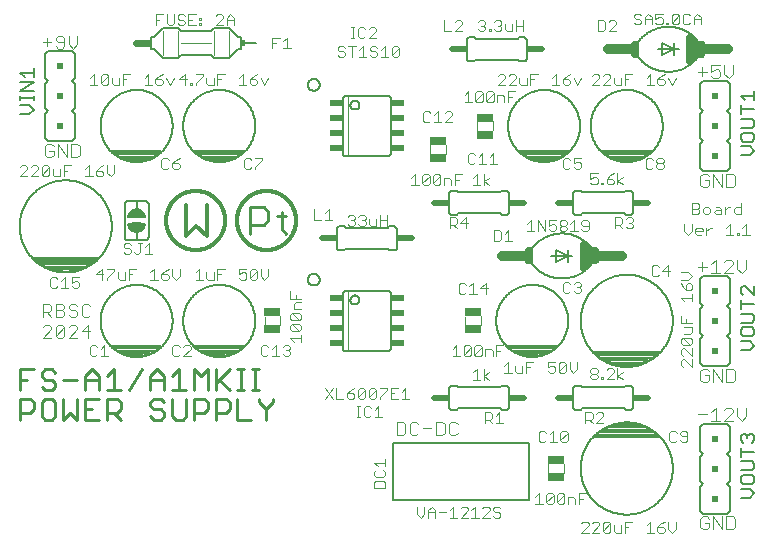
<source format=gto>
G75*
%MOIN*%
%OFA0B0*%
%FSLAX25Y25*%
%IPPOS*%
%LPD*%
%AMOC8*
5,1,8,0,0,1.08239X$1,22.5*
%
%ADD10C,0.00400*%
%ADD11C,0.00300*%
%ADD12C,0.00900*%
%ADD13C,0.01181*%
%ADD14C,0.01200*%
%ADD15C,0.00787*%
%ADD16C,0.01000*%
%ADD17C,0.00200*%
%ADD18C,0.00600*%
%ADD19R,0.04500X0.02000*%
%ADD20C,0.02000*%
%ADD21R,0.01500X0.02000*%
%ADD22C,0.00800*%
%ADD23R,0.02400X0.02400*%
%ADD24C,0.00500*%
%ADD25R,0.05709X0.02953*%
%ADD26C,0.02400*%
%ADD27C,0.03200*%
%ADD28R,0.02200X0.03200*%
%ADD29R,0.01400X0.02400*%
D10*
X0014057Y0068326D02*
X0016942Y0071211D01*
X0016942Y0071933D01*
X0016221Y0072654D01*
X0014778Y0072654D01*
X0014057Y0071933D01*
X0014057Y0075413D02*
X0014057Y0079741D01*
X0016221Y0079741D01*
X0016942Y0079019D01*
X0016942Y0077577D01*
X0016221Y0076855D01*
X0014057Y0076855D01*
X0015499Y0076855D02*
X0016942Y0075413D01*
X0018407Y0075413D02*
X0020571Y0075413D01*
X0021292Y0076134D01*
X0021292Y0076855D01*
X0020571Y0077577D01*
X0018407Y0077577D01*
X0018407Y0075413D02*
X0018407Y0079741D01*
X0020571Y0079741D01*
X0021292Y0079019D01*
X0021292Y0078298D01*
X0020571Y0077577D01*
X0022757Y0078298D02*
X0023478Y0077577D01*
X0024921Y0077577D01*
X0025642Y0076855D01*
X0025642Y0076134D01*
X0024921Y0075413D01*
X0023478Y0075413D01*
X0022757Y0076134D01*
X0023478Y0072654D02*
X0022757Y0071933D01*
X0023478Y0072654D02*
X0024921Y0072654D01*
X0025642Y0071933D01*
X0025642Y0071211D01*
X0022757Y0068326D01*
X0025642Y0068326D01*
X0027107Y0070490D02*
X0029992Y0070490D01*
X0029271Y0068326D02*
X0029271Y0072654D01*
X0027107Y0070490D01*
X0021292Y0069047D02*
X0020571Y0068326D01*
X0019128Y0068326D01*
X0018407Y0069047D01*
X0021292Y0071933D01*
X0021292Y0069047D01*
X0018407Y0069047D02*
X0018407Y0071933D01*
X0019128Y0072654D01*
X0020571Y0072654D01*
X0021292Y0071933D01*
X0016942Y0068326D02*
X0014057Y0068326D01*
X0027107Y0076134D02*
X0027828Y0075413D01*
X0029271Y0075413D01*
X0029992Y0076134D01*
X0027107Y0076134D02*
X0027107Y0079019D01*
X0027828Y0079741D01*
X0029271Y0079741D01*
X0029992Y0079019D01*
X0025642Y0079019D02*
X0024921Y0079741D01*
X0023478Y0079741D01*
X0022757Y0079019D01*
X0022757Y0078298D01*
X0041021Y0097038D02*
X0041611Y0096448D01*
X0042791Y0096448D01*
X0043381Y0097038D01*
X0043381Y0097628D01*
X0042791Y0098218D01*
X0041611Y0098218D01*
X0041021Y0098808D01*
X0041021Y0099398D01*
X0041611Y0099988D01*
X0042791Y0099988D01*
X0043381Y0099398D01*
X0045826Y0099988D02*
X0047006Y0099988D01*
X0046416Y0099988D02*
X0046416Y0097038D01*
X0045826Y0096448D01*
X0045236Y0096448D01*
X0044646Y0097038D01*
X0048271Y0096448D02*
X0050631Y0096448D01*
X0049451Y0096448D02*
X0049451Y0099988D01*
X0048271Y0098808D01*
X0025650Y0128562D02*
X0026371Y0129284D01*
X0026371Y0132169D01*
X0025650Y0132890D01*
X0023486Y0132890D01*
X0023486Y0128562D01*
X0025650Y0128562D01*
X0022021Y0128562D02*
X0022021Y0132890D01*
X0019136Y0132890D02*
X0022021Y0128562D01*
X0019136Y0128562D02*
X0019136Y0132890D01*
X0017671Y0132169D02*
X0016950Y0132890D01*
X0015507Y0132890D01*
X0014786Y0132169D01*
X0014786Y0129284D01*
X0015507Y0128562D01*
X0016950Y0128562D01*
X0017671Y0129284D01*
X0017671Y0130726D01*
X0016228Y0130726D01*
X0019128Y0164783D02*
X0020571Y0164783D01*
X0021292Y0165504D01*
X0021292Y0168389D01*
X0020571Y0169111D01*
X0019128Y0169111D01*
X0018407Y0168389D01*
X0018407Y0167668D01*
X0019128Y0166947D01*
X0021292Y0166947D01*
X0022757Y0166225D02*
X0024200Y0164783D01*
X0025642Y0166225D01*
X0025642Y0169111D01*
X0022757Y0169111D02*
X0022757Y0166225D01*
X0019128Y0164783D02*
X0018407Y0165504D01*
X0016942Y0166947D02*
X0014057Y0166947D01*
X0015499Y0168389D02*
X0015499Y0165504D01*
X0104608Y0111236D02*
X0104608Y0107696D01*
X0106968Y0107696D01*
X0108233Y0107696D02*
X0110593Y0107696D01*
X0109413Y0107696D02*
X0109413Y0111236D01*
X0108233Y0110056D01*
X0115698Y0108678D02*
X0116288Y0109268D01*
X0117468Y0109268D01*
X0118058Y0108678D01*
X0118058Y0108088D01*
X0117468Y0107498D01*
X0118058Y0106908D01*
X0118058Y0106318D01*
X0117468Y0105728D01*
X0116288Y0105728D01*
X0115698Y0106318D01*
X0116878Y0107498D02*
X0117468Y0107498D01*
X0119323Y0108678D02*
X0119913Y0109268D01*
X0121093Y0109268D01*
X0121683Y0108678D01*
X0121683Y0108088D01*
X0121093Y0107498D01*
X0121683Y0106908D01*
X0121683Y0106318D01*
X0121093Y0105728D01*
X0119913Y0105728D01*
X0119323Y0106318D01*
X0120503Y0107498D02*
X0121093Y0107498D01*
X0122948Y0108088D02*
X0122948Y0106318D01*
X0123538Y0105728D01*
X0125308Y0105728D01*
X0125308Y0108088D01*
X0126573Y0107498D02*
X0128933Y0107498D01*
X0128933Y0109268D02*
X0128933Y0105728D01*
X0126573Y0105728D02*
X0126573Y0109268D01*
X0143148Y0129618D02*
X0143148Y0132520D01*
X0148345Y0132618D02*
X0148345Y0129618D01*
X0158896Y0137492D02*
X0158896Y0140394D01*
X0164093Y0140492D02*
X0164093Y0137492D01*
X0132841Y0162652D02*
X0132251Y0162062D01*
X0131071Y0162062D01*
X0130481Y0162652D01*
X0132841Y0165012D01*
X0132841Y0162652D01*
X0130481Y0162652D02*
X0130481Y0165012D01*
X0131071Y0165602D01*
X0132251Y0165602D01*
X0132841Y0165012D01*
X0129216Y0162062D02*
X0126856Y0162062D01*
X0128036Y0162062D02*
X0128036Y0165602D01*
X0126856Y0164422D01*
X0125591Y0165012D02*
X0125001Y0165602D01*
X0123821Y0165602D01*
X0123231Y0165012D01*
X0123231Y0164422D01*
X0123821Y0163832D01*
X0125001Y0163832D01*
X0125591Y0163242D01*
X0125591Y0162652D01*
X0125001Y0162062D01*
X0123821Y0162062D01*
X0123231Y0162652D01*
X0121966Y0162062D02*
X0119606Y0162062D01*
X0120786Y0162062D02*
X0120786Y0165602D01*
X0119606Y0164422D01*
X0118341Y0165602D02*
X0115981Y0165602D01*
X0117161Y0165602D02*
X0117161Y0162062D01*
X0114716Y0162652D02*
X0114126Y0162062D01*
X0112946Y0162062D01*
X0112356Y0162652D01*
X0112946Y0163832D02*
X0114126Y0163832D01*
X0114716Y0163242D01*
X0114716Y0162652D01*
X0112946Y0163832D02*
X0112356Y0164422D01*
X0112356Y0165012D01*
X0112946Y0165602D01*
X0114126Y0165602D01*
X0114716Y0165012D01*
X0116793Y0168409D02*
X0117973Y0168409D01*
X0117383Y0168409D02*
X0117383Y0171949D01*
X0116793Y0171949D02*
X0117973Y0171949D01*
X0119209Y0171359D02*
X0119209Y0168999D01*
X0119799Y0168409D01*
X0120979Y0168409D01*
X0121570Y0168999D01*
X0122835Y0168409D02*
X0125195Y0170769D01*
X0125195Y0171359D01*
X0124605Y0171949D01*
X0123425Y0171949D01*
X0122835Y0171359D01*
X0121570Y0171359D02*
X0120979Y0171949D01*
X0119799Y0171949D01*
X0119209Y0171359D01*
X0122835Y0168409D02*
X0125195Y0168409D01*
X0232560Y0157104D02*
X0235446Y0157104D01*
X0236911Y0157104D02*
X0236911Y0159268D01*
X0239796Y0159268D01*
X0241261Y0159268D02*
X0241261Y0156383D01*
X0242703Y0154940D01*
X0244146Y0156383D01*
X0244146Y0159268D01*
X0239796Y0157104D02*
X0239796Y0155662D01*
X0239075Y0154940D01*
X0237632Y0154940D01*
X0236911Y0155662D01*
X0236911Y0157104D02*
X0238353Y0157826D01*
X0239075Y0157826D01*
X0239796Y0157104D01*
X0234003Y0155662D02*
X0234003Y0158547D01*
X0234011Y0123048D02*
X0233289Y0122326D01*
X0233289Y0119441D01*
X0234011Y0118720D01*
X0235454Y0118720D01*
X0236175Y0119441D01*
X0236175Y0120884D01*
X0234732Y0120884D01*
X0236175Y0122326D02*
X0235454Y0123048D01*
X0234011Y0123048D01*
X0237640Y0123048D02*
X0237640Y0118720D01*
X0240525Y0118720D02*
X0240525Y0123048D01*
X0241990Y0123048D02*
X0244154Y0123048D01*
X0244875Y0122326D01*
X0244875Y0119441D01*
X0244154Y0118720D01*
X0241990Y0118720D01*
X0241990Y0123048D01*
X0237640Y0123048D02*
X0240525Y0118720D01*
X0241982Y0094308D02*
X0241261Y0093586D01*
X0241982Y0094308D02*
X0243425Y0094308D01*
X0244146Y0093586D01*
X0244146Y0092865D01*
X0241261Y0089980D01*
X0244146Y0089980D01*
X0245611Y0091422D02*
X0247054Y0089980D01*
X0248496Y0091422D01*
X0248496Y0094308D01*
X0245611Y0094308D02*
X0245611Y0091422D01*
X0239796Y0089980D02*
X0236911Y0089980D01*
X0238353Y0089980D02*
X0238353Y0094308D01*
X0236911Y0092865D01*
X0235446Y0092144D02*
X0232560Y0092144D01*
X0234003Y0093586D02*
X0234003Y0090701D01*
X0234011Y0058087D02*
X0233289Y0057366D01*
X0233289Y0054480D01*
X0234011Y0053759D01*
X0235454Y0053759D01*
X0236175Y0054480D01*
X0236175Y0055923D01*
X0234732Y0055923D01*
X0236175Y0057366D02*
X0235454Y0058087D01*
X0234011Y0058087D01*
X0237640Y0058087D02*
X0237640Y0053759D01*
X0240525Y0053759D02*
X0240525Y0058087D01*
X0241990Y0058087D02*
X0244154Y0058087D01*
X0244875Y0057366D01*
X0244875Y0054480D01*
X0244154Y0053759D01*
X0241990Y0053759D01*
X0241990Y0058087D01*
X0237640Y0058087D02*
X0240525Y0053759D01*
X0241982Y0045095D02*
X0241261Y0044374D01*
X0241982Y0045095D02*
X0243425Y0045095D01*
X0244146Y0044374D01*
X0244146Y0043652D01*
X0241261Y0040767D01*
X0244146Y0040767D01*
X0245611Y0042210D02*
X0247054Y0040767D01*
X0248496Y0042210D01*
X0248496Y0045095D01*
X0245611Y0045095D02*
X0245611Y0042210D01*
X0239796Y0040767D02*
X0236911Y0040767D01*
X0238353Y0040767D02*
X0238353Y0045095D01*
X0236911Y0043652D01*
X0235446Y0042931D02*
X0232560Y0042931D01*
X0187715Y0026319D02*
X0187715Y0023417D01*
X0182518Y0023319D02*
X0182518Y0026319D01*
X0152355Y0036764D02*
X0151634Y0036043D01*
X0150191Y0036043D01*
X0149470Y0036764D01*
X0149470Y0039649D01*
X0150191Y0040371D01*
X0151634Y0040371D01*
X0152355Y0039649D01*
X0148005Y0039649D02*
X0148005Y0036764D01*
X0147284Y0036043D01*
X0145120Y0036043D01*
X0145120Y0040371D01*
X0147284Y0040371D01*
X0148005Y0039649D01*
X0143655Y0038207D02*
X0140770Y0038207D01*
X0139305Y0039649D02*
X0138584Y0040371D01*
X0137141Y0040371D01*
X0136420Y0039649D01*
X0136420Y0036764D01*
X0137141Y0036043D01*
X0138584Y0036043D01*
X0139305Y0036764D01*
X0134955Y0036764D02*
X0134233Y0036043D01*
X0132069Y0036043D01*
X0132069Y0040371D01*
X0134233Y0040371D01*
X0134955Y0039649D01*
X0134955Y0036764D01*
X0127100Y0042082D02*
X0124740Y0042082D01*
X0125920Y0042082D02*
X0125920Y0045622D01*
X0124740Y0044442D01*
X0123475Y0045032D02*
X0122885Y0045622D01*
X0121705Y0045622D01*
X0121115Y0045032D01*
X0121115Y0042672D01*
X0121705Y0042082D01*
X0122885Y0042082D01*
X0123475Y0042672D01*
X0119878Y0042082D02*
X0118698Y0042082D01*
X0119288Y0042082D02*
X0119288Y0045622D01*
X0118698Y0045622D02*
X0119878Y0045622D01*
X0119790Y0048109D02*
X0119200Y0048699D01*
X0121560Y0051059D01*
X0121560Y0048699D01*
X0120970Y0048109D01*
X0119790Y0048109D01*
X0119200Y0048699D02*
X0119200Y0051059D01*
X0119790Y0051649D01*
X0120970Y0051649D01*
X0121560Y0051059D01*
X0122825Y0051059D02*
X0123415Y0051649D01*
X0124595Y0051649D01*
X0125185Y0051059D01*
X0122825Y0048699D01*
X0123415Y0048109D01*
X0124595Y0048109D01*
X0125185Y0048699D01*
X0125185Y0051059D01*
X0126450Y0051649D02*
X0128810Y0051649D01*
X0128810Y0051059D01*
X0126450Y0048699D01*
X0126450Y0048109D01*
X0130075Y0048109D02*
X0132435Y0048109D01*
X0133700Y0048109D02*
X0136060Y0048109D01*
X0134880Y0048109D02*
X0134880Y0051649D01*
X0133700Y0050469D01*
X0132435Y0051649D02*
X0130075Y0051649D01*
X0130075Y0048109D01*
X0130075Y0049879D02*
X0131255Y0049879D01*
X0122825Y0048699D02*
X0122825Y0051059D01*
X0117935Y0051649D02*
X0116755Y0051059D01*
X0115574Y0049879D01*
X0117345Y0049879D01*
X0117935Y0049289D01*
X0117935Y0048699D01*
X0117345Y0048109D01*
X0116164Y0048109D01*
X0115574Y0048699D01*
X0115574Y0049879D01*
X0114309Y0048109D02*
X0111949Y0048109D01*
X0111949Y0051649D01*
X0110684Y0051649D02*
X0108324Y0048109D01*
X0110684Y0048109D02*
X0108324Y0051649D01*
X0093227Y0072531D02*
X0093227Y0075531D01*
X0088030Y0075433D02*
X0088030Y0072531D01*
X0154959Y0072531D02*
X0154959Y0075433D01*
X0160156Y0075531D02*
X0160156Y0072531D01*
X0233289Y0008153D02*
X0233289Y0005268D01*
X0234011Y0004546D01*
X0235454Y0004546D01*
X0236175Y0005268D01*
X0236175Y0006711D01*
X0234732Y0006711D01*
X0233289Y0008153D02*
X0234011Y0008875D01*
X0235454Y0008875D01*
X0236175Y0008153D01*
X0237640Y0008875D02*
X0240525Y0004546D01*
X0240525Y0008875D01*
X0241990Y0008875D02*
X0244154Y0008875D01*
X0244875Y0008153D01*
X0244875Y0005268D01*
X0244154Y0004546D01*
X0241990Y0004546D01*
X0241990Y0008875D01*
X0237640Y0008875D02*
X0237640Y0004546D01*
D11*
X0225032Y0004686D02*
X0223819Y0003473D01*
X0222606Y0004686D01*
X0222606Y0007113D01*
X0221407Y0007113D02*
X0220194Y0006506D01*
X0218981Y0005293D01*
X0220801Y0005293D01*
X0221407Y0004686D01*
X0221407Y0004080D01*
X0220801Y0003473D01*
X0219587Y0003473D01*
X0218981Y0004080D01*
X0218981Y0005293D01*
X0217782Y0003473D02*
X0215355Y0003473D01*
X0216569Y0003473D02*
X0216569Y0007113D01*
X0215355Y0005900D01*
X0210532Y0007113D02*
X0208105Y0007113D01*
X0208105Y0003473D01*
X0206907Y0003473D02*
X0206907Y0005900D01*
X0208105Y0005293D02*
X0209319Y0005293D01*
X0206907Y0003473D02*
X0205087Y0003473D01*
X0204480Y0004080D01*
X0204480Y0005900D01*
X0203282Y0006506D02*
X0200855Y0004080D01*
X0201462Y0003473D01*
X0202675Y0003473D01*
X0203282Y0004080D01*
X0203282Y0006506D01*
X0202675Y0007113D01*
X0201462Y0007113D01*
X0200855Y0006506D01*
X0200855Y0004080D01*
X0199656Y0003473D02*
X0197230Y0003473D01*
X0199656Y0005900D01*
X0199656Y0006506D01*
X0199050Y0007113D01*
X0197836Y0007113D01*
X0197230Y0006506D01*
X0196031Y0006506D02*
X0195425Y0007113D01*
X0194211Y0007113D01*
X0193605Y0006506D01*
X0196031Y0006506D02*
X0196031Y0005900D01*
X0193605Y0003473D01*
X0196031Y0003473D01*
X0192798Y0013000D02*
X0192798Y0016641D01*
X0195225Y0016641D01*
X0194012Y0014820D02*
X0192798Y0014820D01*
X0191600Y0014820D02*
X0191600Y0013000D01*
X0191600Y0014820D02*
X0190993Y0015427D01*
X0189173Y0015427D01*
X0189173Y0013000D01*
X0187975Y0013607D02*
X0187368Y0013000D01*
X0186155Y0013000D01*
X0185548Y0013607D01*
X0187975Y0016034D01*
X0187975Y0013607D01*
X0187975Y0016034D02*
X0187368Y0016641D01*
X0186155Y0016641D01*
X0185548Y0016034D01*
X0185548Y0013607D01*
X0184350Y0013607D02*
X0184350Y0016034D01*
X0181923Y0013607D01*
X0182530Y0013000D01*
X0183743Y0013000D01*
X0184350Y0013607D01*
X0184350Y0016034D02*
X0183743Y0016641D01*
X0182530Y0016641D01*
X0181923Y0016034D01*
X0181923Y0013607D01*
X0180725Y0013000D02*
X0178298Y0013000D01*
X0179511Y0013000D02*
X0179511Y0016641D01*
X0178298Y0015427D01*
X0166666Y0011506D02*
X0166060Y0012113D01*
X0164846Y0012113D01*
X0164240Y0011506D01*
X0164240Y0010900D01*
X0164846Y0010293D01*
X0166060Y0010293D01*
X0166666Y0009686D01*
X0166666Y0009080D01*
X0166060Y0008473D01*
X0164846Y0008473D01*
X0164240Y0009080D01*
X0163041Y0008473D02*
X0160614Y0008473D01*
X0163041Y0010900D01*
X0163041Y0011506D01*
X0162434Y0012113D01*
X0161221Y0012113D01*
X0160614Y0011506D01*
X0158203Y0012113D02*
X0158203Y0008473D01*
X0159416Y0008473D02*
X0156989Y0008473D01*
X0155791Y0008473D02*
X0153364Y0008473D01*
X0155791Y0010900D01*
X0155791Y0011506D01*
X0155184Y0012113D01*
X0153971Y0012113D01*
X0153364Y0011506D01*
X0150952Y0012113D02*
X0150952Y0008473D01*
X0149739Y0008473D02*
X0152166Y0008473D01*
X0149739Y0010900D02*
X0150952Y0012113D01*
X0148541Y0010293D02*
X0146114Y0010293D01*
X0144915Y0010293D02*
X0142489Y0010293D01*
X0142489Y0010900D02*
X0142489Y0008473D01*
X0141290Y0009686D02*
X0141290Y0012113D01*
X0142489Y0010900D02*
X0143702Y0012113D01*
X0144915Y0010900D01*
X0144915Y0008473D01*
X0141290Y0009686D02*
X0140077Y0008473D01*
X0138864Y0009686D01*
X0138864Y0012113D01*
X0128195Y0018345D02*
X0128195Y0020165D01*
X0127588Y0020772D01*
X0125161Y0020772D01*
X0124555Y0020165D01*
X0124555Y0018345D01*
X0128195Y0018345D01*
X0127588Y0021971D02*
X0125161Y0021971D01*
X0124555Y0022577D01*
X0124555Y0023791D01*
X0125161Y0024397D01*
X0125768Y0025596D02*
X0124555Y0026809D01*
X0128195Y0026809D01*
X0128195Y0025596D02*
X0128195Y0028022D01*
X0127588Y0024397D02*
X0128195Y0023791D01*
X0128195Y0022577D01*
X0127588Y0021971D01*
X0156989Y0010900D02*
X0158203Y0012113D01*
X0179998Y0033748D02*
X0181211Y0033748D01*
X0181818Y0034355D01*
X0183016Y0033748D02*
X0185443Y0033748D01*
X0184229Y0033748D02*
X0184229Y0037389D01*
X0183016Y0036175D01*
X0181818Y0036782D02*
X0181211Y0037389D01*
X0179998Y0037389D01*
X0179391Y0036782D01*
X0179391Y0034355D01*
X0179998Y0033748D01*
X0186641Y0034355D02*
X0189068Y0036782D01*
X0189068Y0034355D01*
X0188461Y0033748D01*
X0187248Y0033748D01*
X0186641Y0034355D01*
X0186641Y0036782D01*
X0187248Y0037389D01*
X0188461Y0037389D01*
X0189068Y0036782D01*
X0194951Y0039911D02*
X0194951Y0043552D01*
X0196771Y0043552D01*
X0197378Y0042945D01*
X0197378Y0041731D01*
X0196771Y0041125D01*
X0194951Y0041125D01*
X0196165Y0041125D02*
X0197378Y0039911D01*
X0198577Y0039911D02*
X0201003Y0042338D01*
X0201003Y0042945D01*
X0200397Y0043552D01*
X0199183Y0043552D01*
X0198577Y0042945D01*
X0198577Y0039911D02*
X0201003Y0039911D01*
X0222918Y0036782D02*
X0222918Y0034355D01*
X0223524Y0033748D01*
X0224738Y0033748D01*
X0225344Y0034355D01*
X0226543Y0034355D02*
X0227149Y0033748D01*
X0228363Y0033748D01*
X0228970Y0034355D01*
X0228970Y0036782D01*
X0228363Y0037389D01*
X0227149Y0037389D01*
X0226543Y0036782D01*
X0226543Y0036175D01*
X0227149Y0035568D01*
X0228970Y0035568D01*
X0225344Y0036782D02*
X0224738Y0037389D01*
X0223524Y0037389D01*
X0222918Y0036782D01*
X0207466Y0054565D02*
X0205646Y0055778D01*
X0207466Y0056992D01*
X0205646Y0058205D02*
X0205646Y0054565D01*
X0204447Y0054565D02*
X0202021Y0054565D01*
X0204447Y0056992D01*
X0204447Y0057598D01*
X0203841Y0058205D01*
X0202627Y0058205D01*
X0202021Y0057598D01*
X0200815Y0055172D02*
X0200208Y0055172D01*
X0200208Y0054565D01*
X0200815Y0054565D01*
X0200815Y0055172D01*
X0199010Y0055172D02*
X0198403Y0054565D01*
X0197190Y0054565D01*
X0196583Y0055172D01*
X0196583Y0055778D01*
X0197190Y0056385D01*
X0198403Y0056385D01*
X0199010Y0055778D01*
X0199010Y0055172D01*
X0198403Y0056385D02*
X0199010Y0056992D01*
X0199010Y0057598D01*
X0198403Y0058205D01*
X0197190Y0058205D01*
X0196583Y0057598D01*
X0196583Y0056992D01*
X0197190Y0056385D01*
X0192101Y0057895D02*
X0192101Y0060322D01*
X0189675Y0060322D02*
X0189675Y0057895D01*
X0190888Y0056681D01*
X0192101Y0057895D01*
X0188476Y0057288D02*
X0188476Y0059715D01*
X0186050Y0057288D01*
X0186656Y0056681D01*
X0187870Y0056681D01*
X0188476Y0057288D01*
X0186050Y0057288D02*
X0186050Y0059715D01*
X0186656Y0060322D01*
X0187870Y0060322D01*
X0188476Y0059715D01*
X0184851Y0060322D02*
X0182424Y0060322D01*
X0182424Y0058502D01*
X0183638Y0059108D01*
X0184244Y0059108D01*
X0184851Y0058502D01*
X0184851Y0057288D01*
X0184244Y0056681D01*
X0183031Y0056681D01*
X0182424Y0057288D01*
X0177601Y0060322D02*
X0175174Y0060322D01*
X0175174Y0056681D01*
X0173976Y0056681D02*
X0173976Y0059108D01*
X0175174Y0058502D02*
X0176387Y0058502D01*
X0173976Y0056681D02*
X0172156Y0056681D01*
X0171549Y0057288D01*
X0171549Y0059108D01*
X0169137Y0060322D02*
X0169137Y0056681D01*
X0167924Y0056681D02*
X0170351Y0056681D01*
X0167924Y0059108D02*
X0169137Y0060322D01*
X0165239Y0062213D02*
X0165239Y0065853D01*
X0167666Y0065853D01*
X0166453Y0064033D02*
X0165239Y0064033D01*
X0164041Y0064033D02*
X0164041Y0062213D01*
X0164041Y0064033D02*
X0163434Y0064640D01*
X0161614Y0064640D01*
X0161614Y0062213D01*
X0160416Y0062820D02*
X0159809Y0062213D01*
X0158596Y0062213D01*
X0157989Y0062820D01*
X0160416Y0065246D01*
X0160416Y0062820D01*
X0160416Y0065246D02*
X0159809Y0065853D01*
X0158596Y0065853D01*
X0157989Y0065246D01*
X0157989Y0062820D01*
X0156791Y0062820D02*
X0156791Y0065246D01*
X0154364Y0062820D01*
X0154971Y0062213D01*
X0156184Y0062213D01*
X0156791Y0062820D01*
X0156791Y0065246D02*
X0156184Y0065853D01*
X0154971Y0065853D01*
X0154364Y0065246D01*
X0154364Y0062820D01*
X0153166Y0062213D02*
X0150739Y0062213D01*
X0151952Y0062213D02*
X0151952Y0065853D01*
X0150739Y0064640D01*
X0157461Y0056855D02*
X0158675Y0058068D01*
X0158675Y0054428D01*
X0159888Y0054428D02*
X0157461Y0054428D01*
X0161086Y0054428D02*
X0161086Y0058068D01*
X0162906Y0056855D02*
X0161086Y0055641D01*
X0162906Y0054428D01*
X0163307Y0043552D02*
X0161487Y0043552D01*
X0161487Y0039911D01*
X0161487Y0041125D02*
X0163307Y0041125D01*
X0163914Y0041731D01*
X0163914Y0042945D01*
X0163307Y0043552D01*
X0165112Y0042338D02*
X0166325Y0043552D01*
X0166325Y0039911D01*
X0165112Y0039911D02*
X0167539Y0039911D01*
X0163914Y0039911D02*
X0162700Y0041125D01*
X0161778Y0083119D02*
X0161778Y0086759D01*
X0159958Y0084939D01*
X0162384Y0084939D01*
X0158759Y0083119D02*
X0156332Y0083119D01*
X0157546Y0083119D02*
X0157546Y0086759D01*
X0156332Y0085545D01*
X0155134Y0086152D02*
X0154527Y0086759D01*
X0153314Y0086759D01*
X0152707Y0086152D01*
X0152707Y0083725D01*
X0153314Y0083119D01*
X0154527Y0083119D01*
X0155134Y0083725D01*
X0164394Y0100615D02*
X0166214Y0100615D01*
X0166821Y0101221D01*
X0166821Y0103648D01*
X0166214Y0104255D01*
X0164394Y0104255D01*
X0164394Y0100615D01*
X0168019Y0100615D02*
X0170446Y0100615D01*
X0169233Y0100615D02*
X0169233Y0104255D01*
X0168019Y0103041D01*
X0175484Y0103930D02*
X0177911Y0103930D01*
X0179109Y0103930D02*
X0179109Y0107570D01*
X0181536Y0103930D01*
X0181536Y0107570D01*
X0182734Y0107570D02*
X0182734Y0105750D01*
X0183948Y0106356D01*
X0184554Y0106356D01*
X0185161Y0105750D01*
X0185161Y0104536D01*
X0184554Y0103930D01*
X0183341Y0103930D01*
X0182734Y0104536D01*
X0186359Y0104536D02*
X0186359Y0105143D01*
X0186966Y0105750D01*
X0188179Y0105750D01*
X0188786Y0105143D01*
X0188786Y0104536D01*
X0188179Y0103930D01*
X0186966Y0103930D01*
X0186359Y0104536D01*
X0186966Y0105750D02*
X0186359Y0106356D01*
X0186359Y0106963D01*
X0186966Y0107570D01*
X0188179Y0107570D01*
X0188786Y0106963D01*
X0188786Y0106356D01*
X0188179Y0105750D01*
X0189985Y0106356D02*
X0191198Y0107570D01*
X0191198Y0103930D01*
X0189985Y0103930D02*
X0192411Y0103930D01*
X0193610Y0104536D02*
X0194216Y0103930D01*
X0195430Y0103930D01*
X0196036Y0104536D01*
X0196036Y0106963D01*
X0195430Y0107570D01*
X0194216Y0107570D01*
X0193610Y0106963D01*
X0193610Y0106356D01*
X0194216Y0105750D01*
X0196036Y0105750D01*
X0204794Y0106085D02*
X0206614Y0106085D01*
X0207221Y0106692D01*
X0207221Y0107905D01*
X0206614Y0108512D01*
X0204794Y0108512D01*
X0204794Y0104872D01*
X0206007Y0106085D02*
X0207221Y0104872D01*
X0208419Y0105479D02*
X0209026Y0104872D01*
X0210239Y0104872D01*
X0210846Y0105479D01*
X0210846Y0106085D01*
X0210239Y0106692D01*
X0209632Y0106692D01*
X0210239Y0106692D02*
X0210846Y0107299D01*
X0210846Y0107905D01*
X0210239Y0108512D01*
X0209026Y0108512D01*
X0208419Y0107905D01*
X0207466Y0119526D02*
X0205646Y0120739D01*
X0207466Y0121952D01*
X0205646Y0123166D02*
X0205646Y0119526D01*
X0204447Y0120132D02*
X0203841Y0119526D01*
X0202627Y0119526D01*
X0202021Y0120132D01*
X0202021Y0121346D01*
X0203841Y0121346D01*
X0204447Y0120739D01*
X0204447Y0120132D01*
X0202021Y0121346D02*
X0203234Y0122559D01*
X0204447Y0123166D01*
X0200815Y0120132D02*
X0200815Y0119526D01*
X0200208Y0119526D01*
X0200208Y0120132D01*
X0200815Y0120132D01*
X0199010Y0120132D02*
X0198403Y0119526D01*
X0197190Y0119526D01*
X0196583Y0120132D01*
X0196583Y0121346D02*
X0197796Y0121952D01*
X0198403Y0121952D01*
X0199010Y0121346D01*
X0199010Y0120132D01*
X0196583Y0121346D02*
X0196583Y0123166D01*
X0199010Y0123166D01*
X0193536Y0125280D02*
X0192930Y0124674D01*
X0191716Y0124674D01*
X0191110Y0125280D01*
X0189911Y0125280D02*
X0189305Y0124674D01*
X0188091Y0124674D01*
X0187485Y0125280D01*
X0187485Y0127707D01*
X0188091Y0128314D01*
X0189305Y0128314D01*
X0189911Y0127707D01*
X0191110Y0128314D02*
X0191110Y0126494D01*
X0192323Y0127100D01*
X0192930Y0127100D01*
X0193536Y0126494D01*
X0193536Y0125280D01*
X0193536Y0128314D02*
X0191110Y0128314D01*
X0215044Y0127707D02*
X0215044Y0125280D01*
X0215650Y0124674D01*
X0216864Y0124674D01*
X0217470Y0125280D01*
X0218669Y0125280D02*
X0219275Y0124674D01*
X0220489Y0124674D01*
X0221095Y0125280D01*
X0221095Y0125887D01*
X0220489Y0126494D01*
X0219275Y0126494D01*
X0218669Y0127100D01*
X0218669Y0127707D01*
X0219275Y0128314D01*
X0220489Y0128314D01*
X0221095Y0127707D01*
X0221095Y0127100D01*
X0220489Y0126494D01*
X0219275Y0126494D02*
X0218669Y0125887D01*
X0218669Y0125280D01*
X0217470Y0127707D02*
X0216864Y0128314D01*
X0215650Y0128314D01*
X0215044Y0127707D01*
X0230542Y0113255D02*
X0232362Y0113255D01*
X0232969Y0112648D01*
X0232969Y0112041D01*
X0232362Y0111435D01*
X0230542Y0111435D01*
X0230542Y0109615D02*
X0230542Y0113255D01*
X0232362Y0111435D02*
X0232969Y0110828D01*
X0232969Y0110221D01*
X0232362Y0109615D01*
X0230542Y0109615D01*
X0230410Y0106365D02*
X0230410Y0103938D01*
X0229196Y0102725D01*
X0227983Y0103938D01*
X0227983Y0106365D01*
X0231608Y0104545D02*
X0231608Y0103331D01*
X0232215Y0102725D01*
X0233428Y0102725D01*
X0234035Y0103938D02*
X0231608Y0103938D01*
X0231608Y0104545D02*
X0232215Y0105152D01*
X0233428Y0105152D01*
X0234035Y0104545D01*
X0234035Y0103938D01*
X0235233Y0103938D02*
X0236447Y0105152D01*
X0237053Y0105152D01*
X0235233Y0105152D02*
X0235233Y0102725D01*
X0241879Y0102725D02*
X0244306Y0102725D01*
X0245504Y0102725D02*
X0246111Y0102725D01*
X0246111Y0103331D01*
X0245504Y0103331D01*
X0245504Y0102725D01*
X0247317Y0102725D02*
X0249744Y0102725D01*
X0248530Y0102725D02*
X0248530Y0106365D01*
X0247317Y0105152D01*
X0243093Y0106365D02*
X0243093Y0102725D01*
X0241879Y0105152D02*
X0243093Y0106365D01*
X0241417Y0109615D02*
X0241417Y0112041D01*
X0241417Y0110828D02*
X0242631Y0112041D01*
X0243237Y0112041D01*
X0244438Y0111435D02*
X0244438Y0110221D01*
X0245045Y0109615D01*
X0246865Y0109615D01*
X0246865Y0113255D01*
X0246865Y0112041D02*
X0245045Y0112041D01*
X0244438Y0111435D01*
X0240219Y0111435D02*
X0240219Y0109615D01*
X0238399Y0109615D01*
X0237792Y0110221D01*
X0238399Y0110828D01*
X0240219Y0110828D01*
X0240219Y0111435D02*
X0239612Y0112041D01*
X0238399Y0112041D01*
X0236594Y0111435D02*
X0236594Y0110221D01*
X0235987Y0109615D01*
X0234774Y0109615D01*
X0234167Y0110221D01*
X0234167Y0111435D01*
X0234774Y0112041D01*
X0235987Y0112041D01*
X0236594Y0111435D01*
X0222457Y0092507D02*
X0220637Y0090687D01*
X0223064Y0090687D01*
X0222457Y0088867D02*
X0222457Y0092507D01*
X0219439Y0091900D02*
X0218832Y0092507D01*
X0217619Y0092507D01*
X0217012Y0091900D01*
X0217012Y0089473D01*
X0217619Y0088867D01*
X0218832Y0088867D01*
X0219439Y0089473D01*
X0226759Y0090235D02*
X0229186Y0090235D01*
X0230399Y0089022D01*
X0229186Y0087809D01*
X0226759Y0087809D01*
X0226759Y0086610D02*
X0227366Y0085397D01*
X0228579Y0084183D01*
X0228579Y0086003D01*
X0229186Y0086610D01*
X0229793Y0086610D01*
X0230399Y0086003D01*
X0230399Y0084790D01*
X0229793Y0084183D01*
X0228579Y0084183D01*
X0230399Y0082985D02*
X0230399Y0080558D01*
X0230399Y0081772D02*
X0226759Y0081772D01*
X0227973Y0080558D01*
X0226759Y0075735D02*
X0226759Y0073308D01*
X0230399Y0073308D01*
X0230399Y0072110D02*
X0227973Y0072110D01*
X0228579Y0073308D02*
X0228579Y0074521D01*
X0230399Y0072110D02*
X0230399Y0070290D01*
X0229793Y0069683D01*
X0227973Y0069683D01*
X0227366Y0068484D02*
X0229793Y0066058D01*
X0230399Y0066664D01*
X0230399Y0067878D01*
X0229793Y0068484D01*
X0227366Y0068484D01*
X0226759Y0067878D01*
X0226759Y0066664D01*
X0227366Y0066058D01*
X0229793Y0066058D01*
X0230399Y0064859D02*
X0230399Y0062433D01*
X0227973Y0064859D01*
X0227366Y0064859D01*
X0226759Y0064253D01*
X0226759Y0063039D01*
X0227366Y0062433D01*
X0227366Y0061234D02*
X0226759Y0060628D01*
X0226759Y0059414D01*
X0227366Y0058807D01*
X0227366Y0061234D02*
X0227973Y0061234D01*
X0230399Y0058807D01*
X0230399Y0061234D01*
X0193536Y0083942D02*
X0192930Y0083335D01*
X0191716Y0083335D01*
X0191110Y0083942D01*
X0189911Y0083942D02*
X0189305Y0083335D01*
X0188091Y0083335D01*
X0187485Y0083942D01*
X0187485Y0086368D01*
X0188091Y0086975D01*
X0189305Y0086975D01*
X0189911Y0086368D01*
X0191110Y0086368D02*
X0191716Y0086975D01*
X0192930Y0086975D01*
X0193536Y0086368D01*
X0193536Y0085762D01*
X0192930Y0085155D01*
X0193536Y0084548D01*
X0193536Y0083942D01*
X0192930Y0085155D02*
X0192323Y0085155D01*
X0176697Y0103930D02*
X0176697Y0107570D01*
X0175484Y0106356D01*
X0182734Y0107570D02*
X0185161Y0107570D01*
X0162906Y0119389D02*
X0161086Y0120602D01*
X0162906Y0121815D01*
X0161086Y0123029D02*
X0161086Y0119389D01*
X0159888Y0119389D02*
X0157461Y0119389D01*
X0158675Y0119389D02*
X0158675Y0123029D01*
X0157461Y0121815D01*
X0153887Y0122940D02*
X0151460Y0122940D01*
X0151460Y0119300D01*
X0150261Y0119300D02*
X0150261Y0121120D01*
X0149655Y0121726D01*
X0147835Y0121726D01*
X0147835Y0119300D01*
X0146636Y0119906D02*
X0146030Y0119300D01*
X0144816Y0119300D01*
X0144210Y0119906D01*
X0146636Y0122333D01*
X0146636Y0119906D01*
X0144210Y0119906D02*
X0144210Y0122333D01*
X0144816Y0122940D01*
X0146030Y0122940D01*
X0146636Y0122333D01*
X0151460Y0121120D02*
X0152673Y0121120D01*
X0156376Y0126268D02*
X0157589Y0126268D01*
X0158196Y0126875D01*
X0159394Y0126268D02*
X0161821Y0126268D01*
X0163019Y0126268D02*
X0165446Y0126268D01*
X0164233Y0126268D02*
X0164233Y0129908D01*
X0163019Y0128695D01*
X0160607Y0129908D02*
X0160607Y0126268D01*
X0159394Y0128695D02*
X0160607Y0129908D01*
X0158196Y0129302D02*
X0157589Y0129908D01*
X0156376Y0129908D01*
X0155769Y0129302D01*
X0155769Y0126875D01*
X0156376Y0126268D01*
X0143011Y0122333D02*
X0143011Y0119906D01*
X0142404Y0119300D01*
X0141191Y0119300D01*
X0140584Y0119906D01*
X0143011Y0122333D01*
X0142404Y0122940D01*
X0141191Y0122940D01*
X0140584Y0122333D01*
X0140584Y0119906D01*
X0139386Y0119300D02*
X0136959Y0119300D01*
X0138173Y0119300D02*
X0138173Y0122940D01*
X0136959Y0121726D01*
X0149676Y0108512D02*
X0151496Y0108512D01*
X0152103Y0107905D01*
X0152103Y0106692D01*
X0151496Y0106085D01*
X0149676Y0106085D01*
X0149676Y0104872D02*
X0149676Y0108512D01*
X0150889Y0106085D02*
X0152103Y0104872D01*
X0153301Y0106692D02*
X0155728Y0106692D01*
X0155121Y0104872D02*
X0155121Y0108512D01*
X0153301Y0106692D01*
X0150573Y0140205D02*
X0148147Y0140205D01*
X0150573Y0142632D01*
X0150573Y0143239D01*
X0149967Y0143845D01*
X0148753Y0143845D01*
X0148147Y0143239D01*
X0145735Y0143845D02*
X0145735Y0140205D01*
X0146948Y0140205D02*
X0144521Y0140205D01*
X0143323Y0140812D02*
X0142716Y0140205D01*
X0141503Y0140205D01*
X0140896Y0140812D01*
X0140896Y0143239D01*
X0141503Y0143845D01*
X0142716Y0143845D01*
X0143323Y0143239D01*
X0144521Y0142632D02*
X0145735Y0143845D01*
X0154676Y0146859D02*
X0157103Y0146859D01*
X0155889Y0146859D02*
X0155889Y0150499D01*
X0154676Y0149285D01*
X0158301Y0149892D02*
X0158301Y0147465D01*
X0160728Y0149892D01*
X0160728Y0147465D01*
X0160121Y0146859D01*
X0158908Y0146859D01*
X0158301Y0147465D01*
X0158301Y0149892D02*
X0158908Y0150499D01*
X0160121Y0150499D01*
X0160728Y0149892D01*
X0161926Y0149892D02*
X0162533Y0150499D01*
X0163746Y0150499D01*
X0164353Y0149892D01*
X0161926Y0147465D01*
X0162533Y0146859D01*
X0163746Y0146859D01*
X0164353Y0147465D01*
X0164353Y0149892D01*
X0165551Y0149285D02*
X0167371Y0149285D01*
X0167978Y0148679D01*
X0167978Y0146859D01*
X0169176Y0146859D02*
X0169176Y0150499D01*
X0171603Y0150499D01*
X0170390Y0148679D02*
X0169176Y0148679D01*
X0165551Y0149285D02*
X0165551Y0146859D01*
X0161926Y0147465D02*
X0161926Y0149892D01*
X0165734Y0152705D02*
X0168160Y0155132D01*
X0168160Y0155739D01*
X0167554Y0156345D01*
X0166340Y0156345D01*
X0165734Y0155739D01*
X0165734Y0152705D02*
X0168160Y0152705D01*
X0169359Y0152705D02*
X0171786Y0155132D01*
X0171786Y0155739D01*
X0171179Y0156345D01*
X0169966Y0156345D01*
X0169359Y0155739D01*
X0169359Y0152705D02*
X0171786Y0152705D01*
X0172984Y0153312D02*
X0172984Y0155132D01*
X0172984Y0153312D02*
X0173591Y0152705D01*
X0175411Y0152705D01*
X0175411Y0155132D01*
X0176609Y0154525D02*
X0177822Y0154525D01*
X0176609Y0152705D02*
X0176609Y0156345D01*
X0179036Y0156345D01*
X0183859Y0155132D02*
X0185073Y0156345D01*
X0185073Y0152705D01*
X0186286Y0152705D02*
X0183859Y0152705D01*
X0187485Y0153312D02*
X0187485Y0154525D01*
X0189305Y0154525D01*
X0189911Y0153918D01*
X0189911Y0153312D01*
X0189305Y0152705D01*
X0188091Y0152705D01*
X0187485Y0153312D01*
X0187485Y0154525D02*
X0188698Y0155739D01*
X0189911Y0156345D01*
X0191110Y0155132D02*
X0192323Y0152705D01*
X0193536Y0155132D01*
X0197230Y0155739D02*
X0197836Y0156345D01*
X0199050Y0156345D01*
X0199656Y0155739D01*
X0199656Y0155132D01*
X0197230Y0152705D01*
X0199656Y0152705D01*
X0200855Y0152705D02*
X0203282Y0155132D01*
X0203282Y0155739D01*
X0202675Y0156345D01*
X0201462Y0156345D01*
X0200855Y0155739D01*
X0200855Y0152705D02*
X0203282Y0152705D01*
X0204480Y0153312D02*
X0205087Y0152705D01*
X0206907Y0152705D01*
X0206907Y0155132D01*
X0208105Y0154525D02*
X0209319Y0154525D01*
X0208105Y0156345D02*
X0210532Y0156345D01*
X0208105Y0156345D02*
X0208105Y0152705D01*
X0204480Y0153312D02*
X0204480Y0155132D01*
X0215355Y0155132D02*
X0216569Y0156345D01*
X0216569Y0152705D01*
X0217782Y0152705D02*
X0215355Y0152705D01*
X0218981Y0153312D02*
X0219587Y0152705D01*
X0220801Y0152705D01*
X0221407Y0153312D01*
X0221407Y0153918D01*
X0220801Y0154525D01*
X0218981Y0154525D01*
X0218981Y0153312D01*
X0218981Y0154525D02*
X0220194Y0155739D01*
X0221407Y0156345D01*
X0222606Y0155132D02*
X0223819Y0152705D01*
X0225032Y0155132D01*
X0205098Y0170638D02*
X0202671Y0170638D01*
X0205098Y0173065D01*
X0205098Y0173672D01*
X0204491Y0174278D01*
X0203278Y0174278D01*
X0202671Y0173672D01*
X0201473Y0173672D02*
X0200866Y0174278D01*
X0199046Y0174278D01*
X0199046Y0170638D01*
X0200866Y0170638D01*
X0201473Y0171245D01*
X0201473Y0173672D01*
X0211073Y0173434D02*
X0211680Y0172827D01*
X0212893Y0172827D01*
X0213500Y0173434D01*
X0213500Y0174041D01*
X0212893Y0174647D01*
X0211680Y0174647D01*
X0211073Y0175254D01*
X0211073Y0175861D01*
X0211680Y0176467D01*
X0212893Y0176467D01*
X0213500Y0175861D01*
X0214698Y0175254D02*
X0215911Y0176467D01*
X0217125Y0175254D01*
X0217125Y0172827D01*
X0218323Y0173434D02*
X0218930Y0172827D01*
X0220143Y0172827D01*
X0220750Y0173434D01*
X0220750Y0174647D01*
X0220143Y0175254D01*
X0219537Y0175254D01*
X0218323Y0174647D01*
X0218323Y0176467D01*
X0220750Y0176467D01*
X0217125Y0174647D02*
X0214698Y0174647D01*
X0214698Y0175254D02*
X0214698Y0172827D01*
X0221948Y0172827D02*
X0222555Y0172827D01*
X0222555Y0173434D01*
X0221948Y0173434D01*
X0221948Y0172827D01*
X0223761Y0173434D02*
X0226188Y0175861D01*
X0226188Y0173434D01*
X0225581Y0172827D01*
X0224368Y0172827D01*
X0223761Y0173434D01*
X0223761Y0175861D01*
X0224368Y0176467D01*
X0225581Y0176467D01*
X0226188Y0175861D01*
X0227386Y0175861D02*
X0227386Y0173434D01*
X0227993Y0172827D01*
X0229206Y0172827D01*
X0229813Y0173434D01*
X0231011Y0172827D02*
X0231011Y0175254D01*
X0232225Y0176467D01*
X0233438Y0175254D01*
X0233438Y0172827D01*
X0233438Y0174647D02*
X0231011Y0174647D01*
X0229813Y0175861D02*
X0229206Y0176467D01*
X0227993Y0176467D01*
X0227386Y0175861D01*
X0174225Y0174278D02*
X0174225Y0170638D01*
X0174225Y0172458D02*
X0171799Y0172458D01*
X0170600Y0173065D02*
X0170600Y0170638D01*
X0168780Y0170638D01*
X0168174Y0171245D01*
X0168174Y0173065D01*
X0166975Y0173065D02*
X0166368Y0172458D01*
X0166975Y0171852D01*
X0166975Y0171245D01*
X0166368Y0170638D01*
X0165155Y0170638D01*
X0164548Y0171245D01*
X0163342Y0171245D02*
X0163342Y0170638D01*
X0162736Y0170638D01*
X0162736Y0171245D01*
X0163342Y0171245D01*
X0161537Y0171245D02*
X0160931Y0170638D01*
X0159717Y0170638D01*
X0159111Y0171245D01*
X0160324Y0172458D02*
X0160931Y0172458D01*
X0161537Y0171852D01*
X0161537Y0171245D01*
X0160931Y0172458D02*
X0161537Y0173065D01*
X0161537Y0173672D01*
X0160931Y0174278D01*
X0159717Y0174278D01*
X0159111Y0173672D01*
X0153858Y0173641D02*
X0153257Y0174241D01*
X0152056Y0174241D01*
X0151456Y0173641D01*
X0153858Y0173641D02*
X0153858Y0173040D01*
X0151456Y0170638D01*
X0153858Y0170638D01*
X0150267Y0170638D02*
X0147865Y0170638D01*
X0147865Y0174241D01*
X0164548Y0173672D02*
X0165155Y0174278D01*
X0166368Y0174278D01*
X0166975Y0173672D01*
X0166975Y0173065D01*
X0166368Y0172458D02*
X0165762Y0172458D01*
X0171799Y0170638D02*
X0171799Y0174278D01*
X0096673Y0164827D02*
X0094246Y0164827D01*
X0095459Y0164827D02*
X0095459Y0168467D01*
X0094246Y0167254D01*
X0093047Y0168467D02*
X0090621Y0168467D01*
X0090621Y0164827D01*
X0090621Y0166647D02*
X0091834Y0166647D01*
X0085581Y0156345D02*
X0084367Y0155739D01*
X0083154Y0154525D01*
X0084974Y0154525D01*
X0085581Y0153918D01*
X0085581Y0153312D01*
X0084974Y0152705D01*
X0083760Y0152705D01*
X0083154Y0153312D01*
X0083154Y0154525D01*
X0081955Y0152705D02*
X0079529Y0152705D01*
X0080742Y0152705D02*
X0080742Y0156345D01*
X0079529Y0155132D01*
X0074705Y0156345D02*
X0072278Y0156345D01*
X0072278Y0152705D01*
X0071080Y0152705D02*
X0071080Y0155132D01*
X0072278Y0154525D02*
X0073492Y0154525D01*
X0071080Y0152705D02*
X0069260Y0152705D01*
X0068653Y0153312D01*
X0068653Y0155132D01*
X0067455Y0155739D02*
X0065028Y0153312D01*
X0065028Y0152705D01*
X0063822Y0152705D02*
X0063216Y0152705D01*
X0063216Y0153312D01*
X0063822Y0153312D01*
X0063822Y0152705D01*
X0061410Y0152705D02*
X0061410Y0156345D01*
X0059590Y0154525D01*
X0062017Y0154525D01*
X0065028Y0156345D02*
X0067455Y0156345D01*
X0067455Y0155739D01*
X0057710Y0155132D02*
X0056496Y0152705D01*
X0055283Y0155132D01*
X0054084Y0156345D02*
X0052871Y0155739D01*
X0051658Y0154525D01*
X0053478Y0154525D01*
X0054084Y0153918D01*
X0054084Y0153312D01*
X0053478Y0152705D01*
X0052264Y0152705D01*
X0051658Y0153312D01*
X0051658Y0154525D01*
X0050459Y0152705D02*
X0048033Y0152705D01*
X0049246Y0152705D02*
X0049246Y0156345D01*
X0048033Y0155132D01*
X0043209Y0156345D02*
X0040782Y0156345D01*
X0040782Y0152705D01*
X0039584Y0152705D02*
X0039584Y0155132D01*
X0040782Y0154525D02*
X0041996Y0154525D01*
X0039584Y0152705D02*
X0037764Y0152705D01*
X0037157Y0153312D01*
X0037157Y0155132D01*
X0035959Y0155739D02*
X0033532Y0153312D01*
X0034139Y0152705D01*
X0035352Y0152705D01*
X0035959Y0153312D01*
X0035959Y0155739D01*
X0035352Y0156345D01*
X0034139Y0156345D01*
X0033532Y0155739D01*
X0033532Y0153312D01*
X0032334Y0152705D02*
X0029907Y0152705D01*
X0031120Y0152705D02*
X0031120Y0156345D01*
X0029907Y0155132D01*
X0051779Y0172607D02*
X0051779Y0176247D01*
X0054205Y0176247D01*
X0055404Y0176247D02*
X0055404Y0173213D01*
X0056010Y0172607D01*
X0057224Y0172607D01*
X0057830Y0173213D01*
X0057830Y0176247D01*
X0059029Y0175640D02*
X0059029Y0175033D01*
X0059636Y0174427D01*
X0060849Y0174427D01*
X0061456Y0173820D01*
X0061456Y0173213D01*
X0060849Y0172607D01*
X0059636Y0172607D01*
X0059029Y0173213D01*
X0059029Y0175640D02*
X0059636Y0176247D01*
X0060849Y0176247D01*
X0061456Y0175640D01*
X0062654Y0176247D02*
X0062654Y0172607D01*
X0065081Y0172607D01*
X0066279Y0172607D02*
X0066279Y0173213D01*
X0066886Y0173213D01*
X0066886Y0172607D01*
X0066279Y0172607D01*
X0066279Y0174427D02*
X0066279Y0175033D01*
X0066886Y0175033D01*
X0066886Y0174427D01*
X0066279Y0174427D01*
X0065081Y0176247D02*
X0062654Y0176247D01*
X0062654Y0174427D02*
X0063867Y0174427D01*
X0071717Y0175640D02*
X0072323Y0176247D01*
X0073537Y0176247D01*
X0074144Y0175640D01*
X0074144Y0175033D01*
X0071717Y0172607D01*
X0074144Y0172607D01*
X0075342Y0172607D02*
X0075342Y0175033D01*
X0076555Y0176247D01*
X0077769Y0175033D01*
X0077769Y0172607D01*
X0077769Y0174427D02*
X0075342Y0174427D01*
X0052992Y0174427D02*
X0051779Y0174427D01*
X0086779Y0155132D02*
X0087992Y0152705D01*
X0089206Y0155132D01*
X0087237Y0128314D02*
X0084810Y0128314D01*
X0083612Y0127707D02*
X0083005Y0128314D01*
X0081792Y0128314D01*
X0081185Y0127707D01*
X0081185Y0125280D01*
X0081792Y0124674D01*
X0083005Y0124674D01*
X0083612Y0125280D01*
X0084810Y0125280D02*
X0084810Y0124674D01*
X0084810Y0125280D02*
X0087237Y0127707D01*
X0087237Y0128314D01*
X0059678Y0128314D02*
X0058465Y0127707D01*
X0057251Y0126494D01*
X0059071Y0126494D01*
X0059678Y0125887D01*
X0059678Y0125280D01*
X0059071Y0124674D01*
X0057858Y0124674D01*
X0057251Y0125280D01*
X0057251Y0126494D01*
X0056053Y0127707D02*
X0055446Y0128314D01*
X0054233Y0128314D01*
X0053626Y0127707D01*
X0053626Y0125280D01*
X0054233Y0124674D01*
X0055446Y0124674D01*
X0056053Y0125280D01*
X0037934Y0125853D02*
X0037934Y0123426D01*
X0036721Y0122213D01*
X0035508Y0123426D01*
X0035508Y0125853D01*
X0034309Y0125853D02*
X0033096Y0125246D01*
X0031882Y0124033D01*
X0033703Y0124033D01*
X0034309Y0123426D01*
X0034309Y0122820D01*
X0033703Y0122213D01*
X0032489Y0122213D01*
X0031882Y0122820D01*
X0031882Y0124033D01*
X0030684Y0122213D02*
X0028257Y0122213D01*
X0029471Y0122213D02*
X0029471Y0125853D01*
X0028257Y0124640D01*
X0023434Y0125853D02*
X0021007Y0125853D01*
X0021007Y0122213D01*
X0019809Y0122213D02*
X0019809Y0124640D01*
X0021007Y0124033D02*
X0022220Y0124033D01*
X0019809Y0122213D02*
X0017989Y0122213D01*
X0017382Y0122820D01*
X0017382Y0124640D01*
X0016184Y0125246D02*
X0013757Y0122820D01*
X0014363Y0122213D01*
X0015577Y0122213D01*
X0016184Y0122820D01*
X0016184Y0125246D01*
X0015577Y0125853D01*
X0014363Y0125853D01*
X0013757Y0125246D01*
X0013757Y0122820D01*
X0012558Y0122213D02*
X0010132Y0122213D01*
X0012558Y0124640D01*
X0012558Y0125246D01*
X0011952Y0125853D01*
X0010738Y0125853D01*
X0010132Y0125246D01*
X0008933Y0125246D02*
X0008327Y0125853D01*
X0007113Y0125853D01*
X0006507Y0125246D01*
X0008933Y0125246D02*
X0008933Y0124640D01*
X0006507Y0122213D01*
X0008933Y0122213D01*
X0033695Y0091385D02*
X0031875Y0089565D01*
X0034302Y0089565D01*
X0035501Y0088351D02*
X0035501Y0087744D01*
X0035501Y0088351D02*
X0037927Y0090778D01*
X0037927Y0091385D01*
X0035501Y0091385D01*
X0033695Y0091385D02*
X0033695Y0087744D01*
X0039126Y0088351D02*
X0039732Y0087744D01*
X0041552Y0087744D01*
X0041552Y0090171D01*
X0042751Y0089565D02*
X0043964Y0089565D01*
X0042751Y0091385D02*
X0042751Y0087744D01*
X0039126Y0088351D02*
X0039126Y0090171D01*
X0042751Y0091385D02*
X0045178Y0091385D01*
X0050001Y0090171D02*
X0051214Y0091385D01*
X0051214Y0087744D01*
X0050001Y0087744D02*
X0052428Y0087744D01*
X0053626Y0088351D02*
X0054233Y0087744D01*
X0055446Y0087744D01*
X0056053Y0088351D01*
X0056053Y0088958D01*
X0055446Y0089565D01*
X0053626Y0089565D01*
X0053626Y0088351D01*
X0053626Y0089565D02*
X0054840Y0090778D01*
X0056053Y0091385D01*
X0057251Y0091385D02*
X0057251Y0088958D01*
X0058465Y0087744D01*
X0059678Y0088958D01*
X0059678Y0091385D01*
X0065028Y0090171D02*
X0066241Y0091385D01*
X0066241Y0087744D01*
X0065028Y0087744D02*
X0067455Y0087744D01*
X0068653Y0088351D02*
X0069260Y0087744D01*
X0071080Y0087744D01*
X0071080Y0090171D01*
X0072278Y0089565D02*
X0073492Y0089565D01*
X0072278Y0091385D02*
X0074705Y0091385D01*
X0072278Y0091385D02*
X0072278Y0087744D01*
X0068653Y0088351D02*
X0068653Y0090171D01*
X0079529Y0089565D02*
X0080742Y0090171D01*
X0081349Y0090171D01*
X0081955Y0089565D01*
X0081955Y0088351D01*
X0081349Y0087744D01*
X0080135Y0087744D01*
X0079529Y0088351D01*
X0079529Y0089565D02*
X0079529Y0091385D01*
X0081955Y0091385D01*
X0083154Y0090778D02*
X0083760Y0091385D01*
X0084974Y0091385D01*
X0085581Y0090778D01*
X0083154Y0088351D01*
X0083760Y0087744D01*
X0084974Y0087744D01*
X0085581Y0088351D01*
X0085581Y0090778D01*
X0086779Y0091385D02*
X0086779Y0088958D01*
X0087992Y0087744D01*
X0089206Y0088958D01*
X0089206Y0091385D01*
X0083154Y0090778D02*
X0083154Y0088351D01*
X0096523Y0083889D02*
X0096523Y0081462D01*
X0100163Y0081462D01*
X0100163Y0080263D02*
X0098343Y0080263D01*
X0097736Y0079657D01*
X0097736Y0077837D01*
X0100163Y0077837D01*
X0099557Y0076638D02*
X0100163Y0076032D01*
X0100163Y0074818D01*
X0099557Y0074212D01*
X0097130Y0076638D01*
X0099557Y0076638D01*
X0097130Y0076638D02*
X0096523Y0076032D01*
X0096523Y0074818D01*
X0097130Y0074212D01*
X0099557Y0074212D01*
X0099557Y0073013D02*
X0100163Y0072406D01*
X0100163Y0071193D01*
X0099557Y0070586D01*
X0097130Y0073013D01*
X0099557Y0073013D01*
X0097130Y0073013D02*
X0096523Y0072406D01*
X0096523Y0071193D01*
X0097130Y0070586D01*
X0099557Y0070586D01*
X0100163Y0069388D02*
X0100163Y0066961D01*
X0100163Y0068175D02*
X0096523Y0068175D01*
X0097736Y0066961D01*
X0096518Y0065404D02*
X0096518Y0064797D01*
X0095911Y0064191D01*
X0096518Y0063584D01*
X0096518Y0062977D01*
X0095911Y0062370D01*
X0094698Y0062370D01*
X0094091Y0062977D01*
X0092893Y0062370D02*
X0090466Y0062370D01*
X0091680Y0062370D02*
X0091680Y0066011D01*
X0090466Y0064797D01*
X0089268Y0065404D02*
X0088661Y0066011D01*
X0087448Y0066011D01*
X0086841Y0065404D01*
X0086841Y0062977D01*
X0087448Y0062370D01*
X0088661Y0062370D01*
X0089268Y0062977D01*
X0094091Y0065404D02*
X0094698Y0066011D01*
X0095911Y0066011D01*
X0096518Y0065404D01*
X0095911Y0064191D02*
X0095305Y0064191D01*
X0098343Y0081462D02*
X0098343Y0082675D01*
X0063365Y0065404D02*
X0063365Y0064797D01*
X0060939Y0062370D01*
X0063365Y0062370D01*
X0059740Y0062977D02*
X0059134Y0062370D01*
X0057920Y0062370D01*
X0057314Y0062977D01*
X0057314Y0065404D01*
X0057920Y0066011D01*
X0059134Y0066011D01*
X0059740Y0065404D01*
X0060939Y0065404D02*
X0061545Y0066011D01*
X0062759Y0066011D01*
X0063365Y0065404D01*
X0035806Y0062370D02*
X0033380Y0062370D01*
X0034593Y0062370D02*
X0034593Y0066011D01*
X0033380Y0064797D01*
X0032181Y0065404D02*
X0031575Y0066011D01*
X0030361Y0066011D01*
X0029755Y0065404D01*
X0029755Y0062977D01*
X0030361Y0062370D01*
X0031575Y0062370D01*
X0032181Y0062977D01*
X0025607Y0084930D02*
X0024394Y0084930D01*
X0023787Y0085536D01*
X0023787Y0086750D02*
X0025000Y0087356D01*
X0025607Y0087356D01*
X0026214Y0086750D01*
X0026214Y0085536D01*
X0025607Y0084930D01*
X0023787Y0086750D02*
X0023787Y0088570D01*
X0026214Y0088570D01*
X0021375Y0088570D02*
X0021375Y0084930D01*
X0020162Y0084930D02*
X0022588Y0084930D01*
X0018963Y0085536D02*
X0018357Y0084930D01*
X0017143Y0084930D01*
X0016537Y0085536D01*
X0016537Y0087963D01*
X0017143Y0088570D01*
X0018357Y0088570D01*
X0018963Y0087963D01*
X0020162Y0087356D02*
X0021375Y0088570D01*
X0225032Y0007113D02*
X0225032Y0004686D01*
D12*
X0006432Y0041017D02*
X0006432Y0047997D01*
X0009922Y0047997D01*
X0011086Y0046834D01*
X0011086Y0044507D01*
X0009922Y0043344D01*
X0006432Y0043344D01*
X0013683Y0042180D02*
X0014846Y0041017D01*
X0017173Y0041017D01*
X0018336Y0042180D01*
X0018336Y0046834D01*
X0017173Y0047997D01*
X0014846Y0047997D01*
X0013683Y0046834D01*
X0013683Y0042180D01*
X0020933Y0041017D02*
X0020933Y0047997D01*
X0025586Y0047997D02*
X0025586Y0041017D01*
X0023260Y0043344D01*
X0020933Y0041017D01*
X0028183Y0041017D02*
X0032837Y0041017D01*
X0035434Y0041017D02*
X0035434Y0047997D01*
X0038924Y0047997D01*
X0040087Y0046834D01*
X0040087Y0044507D01*
X0038924Y0043344D01*
X0035434Y0043344D01*
X0037760Y0043344D02*
X0040087Y0041017D01*
X0049934Y0042180D02*
X0051098Y0041017D01*
X0053424Y0041017D01*
X0054587Y0042180D01*
X0054587Y0043344D01*
X0053424Y0044507D01*
X0051098Y0044507D01*
X0049934Y0045670D01*
X0049934Y0046834D01*
X0051098Y0047997D01*
X0053424Y0047997D01*
X0054587Y0046834D01*
X0057184Y0047997D02*
X0057184Y0042180D01*
X0058348Y0041017D01*
X0060674Y0041017D01*
X0061838Y0042180D01*
X0061838Y0047997D01*
X0064435Y0047997D02*
X0067925Y0047997D01*
X0069088Y0046834D01*
X0069088Y0044507D01*
X0067925Y0043344D01*
X0064435Y0043344D01*
X0064435Y0041017D02*
X0064435Y0047997D01*
X0064435Y0050859D02*
X0064435Y0057839D01*
X0066761Y0055513D01*
X0069088Y0057839D01*
X0069088Y0050859D01*
X0071685Y0050859D02*
X0071685Y0057839D01*
X0072848Y0054349D02*
X0076338Y0050859D01*
X0078935Y0050859D02*
X0081262Y0050859D01*
X0080099Y0050859D02*
X0080099Y0057839D01*
X0081262Y0057839D02*
X0078935Y0057839D01*
X0076338Y0057839D02*
X0071685Y0053186D01*
X0071685Y0047997D02*
X0075175Y0047997D01*
X0076338Y0046834D01*
X0076338Y0044507D01*
X0075175Y0043344D01*
X0071685Y0043344D01*
X0071685Y0041017D02*
X0071685Y0047997D01*
X0078935Y0047997D02*
X0078935Y0041017D01*
X0083589Y0041017D01*
X0088512Y0041017D02*
X0088512Y0044507D01*
X0090839Y0046834D01*
X0090839Y0047997D01*
X0088512Y0044507D02*
X0086186Y0046834D01*
X0086186Y0047997D01*
X0086095Y0050859D02*
X0083769Y0050859D01*
X0084932Y0050859D02*
X0084932Y0057839D01*
X0083769Y0057839D02*
X0086095Y0057839D01*
X0061838Y0050859D02*
X0057184Y0050859D01*
X0059511Y0050859D02*
X0059511Y0057839D01*
X0057184Y0055513D01*
X0054587Y0055513D02*
X0054587Y0050859D01*
X0054587Y0054349D02*
X0049934Y0054349D01*
X0049934Y0055513D02*
X0049934Y0050859D01*
X0049934Y0055513D02*
X0052261Y0057839D01*
X0054587Y0055513D01*
X0047337Y0057839D02*
X0042684Y0050859D01*
X0040087Y0050859D02*
X0035434Y0050859D01*
X0037760Y0050859D02*
X0037760Y0057839D01*
X0035434Y0055513D01*
X0032837Y0055513D02*
X0032837Y0050859D01*
X0032837Y0054349D02*
X0028183Y0054349D01*
X0028183Y0055513D02*
X0028183Y0050859D01*
X0025586Y0054349D02*
X0020933Y0054349D01*
X0018336Y0053186D02*
X0018336Y0052023D01*
X0017173Y0050859D01*
X0014846Y0050859D01*
X0013683Y0052023D01*
X0014846Y0054349D02*
X0017173Y0054349D01*
X0018336Y0053186D01*
X0018336Y0056676D02*
X0017173Y0057839D01*
X0014846Y0057839D01*
X0013683Y0056676D01*
X0013683Y0055513D01*
X0014846Y0054349D01*
X0011086Y0057839D02*
X0006432Y0057839D01*
X0006432Y0050859D01*
X0006432Y0054349D02*
X0008759Y0054349D01*
X0028183Y0055513D02*
X0030510Y0057839D01*
X0032837Y0055513D01*
X0032837Y0047997D02*
X0028183Y0047997D01*
X0028183Y0041017D01*
X0028183Y0044507D02*
X0030510Y0044507D01*
D13*
X0055195Y0107496D02*
X0055198Y0107738D01*
X0055207Y0107979D01*
X0055222Y0108220D01*
X0055242Y0108461D01*
X0055269Y0108701D01*
X0055302Y0108940D01*
X0055340Y0109179D01*
X0055384Y0109416D01*
X0055434Y0109653D01*
X0055490Y0109888D01*
X0055552Y0110121D01*
X0055619Y0110353D01*
X0055692Y0110584D01*
X0055770Y0110812D01*
X0055855Y0111038D01*
X0055944Y0111263D01*
X0056039Y0111485D01*
X0056140Y0111704D01*
X0056246Y0111922D01*
X0056357Y0112136D01*
X0056474Y0112348D01*
X0056595Y0112556D01*
X0056722Y0112762D01*
X0056854Y0112964D01*
X0056991Y0113164D01*
X0057132Y0113359D01*
X0057278Y0113552D01*
X0057429Y0113740D01*
X0057585Y0113925D01*
X0057745Y0114106D01*
X0057909Y0114283D01*
X0058078Y0114456D01*
X0058251Y0114625D01*
X0058428Y0114789D01*
X0058609Y0114949D01*
X0058794Y0115105D01*
X0058982Y0115256D01*
X0059175Y0115402D01*
X0059370Y0115543D01*
X0059570Y0115680D01*
X0059772Y0115812D01*
X0059978Y0115939D01*
X0060186Y0116060D01*
X0060398Y0116177D01*
X0060612Y0116288D01*
X0060830Y0116394D01*
X0061049Y0116495D01*
X0061271Y0116590D01*
X0061496Y0116679D01*
X0061722Y0116764D01*
X0061950Y0116842D01*
X0062181Y0116915D01*
X0062413Y0116982D01*
X0062646Y0117044D01*
X0062881Y0117100D01*
X0063118Y0117150D01*
X0063355Y0117194D01*
X0063594Y0117232D01*
X0063833Y0117265D01*
X0064073Y0117292D01*
X0064314Y0117312D01*
X0064555Y0117327D01*
X0064796Y0117336D01*
X0065038Y0117339D01*
X0065280Y0117336D01*
X0065521Y0117327D01*
X0065762Y0117312D01*
X0066003Y0117292D01*
X0066243Y0117265D01*
X0066482Y0117232D01*
X0066721Y0117194D01*
X0066958Y0117150D01*
X0067195Y0117100D01*
X0067430Y0117044D01*
X0067663Y0116982D01*
X0067895Y0116915D01*
X0068126Y0116842D01*
X0068354Y0116764D01*
X0068580Y0116679D01*
X0068805Y0116590D01*
X0069027Y0116495D01*
X0069246Y0116394D01*
X0069464Y0116288D01*
X0069678Y0116177D01*
X0069890Y0116060D01*
X0070098Y0115939D01*
X0070304Y0115812D01*
X0070506Y0115680D01*
X0070706Y0115543D01*
X0070901Y0115402D01*
X0071094Y0115256D01*
X0071282Y0115105D01*
X0071467Y0114949D01*
X0071648Y0114789D01*
X0071825Y0114625D01*
X0071998Y0114456D01*
X0072167Y0114283D01*
X0072331Y0114106D01*
X0072491Y0113925D01*
X0072647Y0113740D01*
X0072798Y0113552D01*
X0072944Y0113359D01*
X0073085Y0113164D01*
X0073222Y0112964D01*
X0073354Y0112762D01*
X0073481Y0112556D01*
X0073602Y0112348D01*
X0073719Y0112136D01*
X0073830Y0111922D01*
X0073936Y0111704D01*
X0074037Y0111485D01*
X0074132Y0111263D01*
X0074221Y0111038D01*
X0074306Y0110812D01*
X0074384Y0110584D01*
X0074457Y0110353D01*
X0074524Y0110121D01*
X0074586Y0109888D01*
X0074642Y0109653D01*
X0074692Y0109416D01*
X0074736Y0109179D01*
X0074774Y0108940D01*
X0074807Y0108701D01*
X0074834Y0108461D01*
X0074854Y0108220D01*
X0074869Y0107979D01*
X0074878Y0107738D01*
X0074881Y0107496D01*
X0074878Y0107254D01*
X0074869Y0107013D01*
X0074854Y0106772D01*
X0074834Y0106531D01*
X0074807Y0106291D01*
X0074774Y0106052D01*
X0074736Y0105813D01*
X0074692Y0105576D01*
X0074642Y0105339D01*
X0074586Y0105104D01*
X0074524Y0104871D01*
X0074457Y0104639D01*
X0074384Y0104408D01*
X0074306Y0104180D01*
X0074221Y0103954D01*
X0074132Y0103729D01*
X0074037Y0103507D01*
X0073936Y0103288D01*
X0073830Y0103070D01*
X0073719Y0102856D01*
X0073602Y0102644D01*
X0073481Y0102436D01*
X0073354Y0102230D01*
X0073222Y0102028D01*
X0073085Y0101828D01*
X0072944Y0101633D01*
X0072798Y0101440D01*
X0072647Y0101252D01*
X0072491Y0101067D01*
X0072331Y0100886D01*
X0072167Y0100709D01*
X0071998Y0100536D01*
X0071825Y0100367D01*
X0071648Y0100203D01*
X0071467Y0100043D01*
X0071282Y0099887D01*
X0071094Y0099736D01*
X0070901Y0099590D01*
X0070706Y0099449D01*
X0070506Y0099312D01*
X0070304Y0099180D01*
X0070098Y0099053D01*
X0069890Y0098932D01*
X0069678Y0098815D01*
X0069464Y0098704D01*
X0069246Y0098598D01*
X0069027Y0098497D01*
X0068805Y0098402D01*
X0068580Y0098313D01*
X0068354Y0098228D01*
X0068126Y0098150D01*
X0067895Y0098077D01*
X0067663Y0098010D01*
X0067430Y0097948D01*
X0067195Y0097892D01*
X0066958Y0097842D01*
X0066721Y0097798D01*
X0066482Y0097760D01*
X0066243Y0097727D01*
X0066003Y0097700D01*
X0065762Y0097680D01*
X0065521Y0097665D01*
X0065280Y0097656D01*
X0065038Y0097653D01*
X0064796Y0097656D01*
X0064555Y0097665D01*
X0064314Y0097680D01*
X0064073Y0097700D01*
X0063833Y0097727D01*
X0063594Y0097760D01*
X0063355Y0097798D01*
X0063118Y0097842D01*
X0062881Y0097892D01*
X0062646Y0097948D01*
X0062413Y0098010D01*
X0062181Y0098077D01*
X0061950Y0098150D01*
X0061722Y0098228D01*
X0061496Y0098313D01*
X0061271Y0098402D01*
X0061049Y0098497D01*
X0060830Y0098598D01*
X0060612Y0098704D01*
X0060398Y0098815D01*
X0060186Y0098932D01*
X0059978Y0099053D01*
X0059772Y0099180D01*
X0059570Y0099312D01*
X0059370Y0099449D01*
X0059175Y0099590D01*
X0058982Y0099736D01*
X0058794Y0099887D01*
X0058609Y0100043D01*
X0058428Y0100203D01*
X0058251Y0100367D01*
X0058078Y0100536D01*
X0057909Y0100709D01*
X0057745Y0100886D01*
X0057585Y0101067D01*
X0057429Y0101252D01*
X0057278Y0101440D01*
X0057132Y0101633D01*
X0056991Y0101828D01*
X0056854Y0102028D01*
X0056722Y0102230D01*
X0056595Y0102436D01*
X0056474Y0102644D01*
X0056357Y0102856D01*
X0056246Y0103070D01*
X0056140Y0103288D01*
X0056039Y0103507D01*
X0055944Y0103729D01*
X0055855Y0103954D01*
X0055770Y0104180D01*
X0055692Y0104408D01*
X0055619Y0104639D01*
X0055552Y0104871D01*
X0055490Y0105104D01*
X0055434Y0105339D01*
X0055384Y0105576D01*
X0055340Y0105813D01*
X0055302Y0106052D01*
X0055269Y0106291D01*
X0055242Y0106531D01*
X0055222Y0106772D01*
X0055207Y0107013D01*
X0055198Y0107254D01*
X0055195Y0107496D01*
X0078817Y0107496D02*
X0078820Y0107738D01*
X0078829Y0107979D01*
X0078844Y0108220D01*
X0078864Y0108461D01*
X0078891Y0108701D01*
X0078924Y0108940D01*
X0078962Y0109179D01*
X0079006Y0109416D01*
X0079056Y0109653D01*
X0079112Y0109888D01*
X0079174Y0110121D01*
X0079241Y0110353D01*
X0079314Y0110584D01*
X0079392Y0110812D01*
X0079477Y0111038D01*
X0079566Y0111263D01*
X0079661Y0111485D01*
X0079762Y0111704D01*
X0079868Y0111922D01*
X0079979Y0112136D01*
X0080096Y0112348D01*
X0080217Y0112556D01*
X0080344Y0112762D01*
X0080476Y0112964D01*
X0080613Y0113164D01*
X0080754Y0113359D01*
X0080900Y0113552D01*
X0081051Y0113740D01*
X0081207Y0113925D01*
X0081367Y0114106D01*
X0081531Y0114283D01*
X0081700Y0114456D01*
X0081873Y0114625D01*
X0082050Y0114789D01*
X0082231Y0114949D01*
X0082416Y0115105D01*
X0082604Y0115256D01*
X0082797Y0115402D01*
X0082992Y0115543D01*
X0083192Y0115680D01*
X0083394Y0115812D01*
X0083600Y0115939D01*
X0083808Y0116060D01*
X0084020Y0116177D01*
X0084234Y0116288D01*
X0084452Y0116394D01*
X0084671Y0116495D01*
X0084893Y0116590D01*
X0085118Y0116679D01*
X0085344Y0116764D01*
X0085572Y0116842D01*
X0085803Y0116915D01*
X0086035Y0116982D01*
X0086268Y0117044D01*
X0086503Y0117100D01*
X0086740Y0117150D01*
X0086977Y0117194D01*
X0087216Y0117232D01*
X0087455Y0117265D01*
X0087695Y0117292D01*
X0087936Y0117312D01*
X0088177Y0117327D01*
X0088418Y0117336D01*
X0088660Y0117339D01*
X0088902Y0117336D01*
X0089143Y0117327D01*
X0089384Y0117312D01*
X0089625Y0117292D01*
X0089865Y0117265D01*
X0090104Y0117232D01*
X0090343Y0117194D01*
X0090580Y0117150D01*
X0090817Y0117100D01*
X0091052Y0117044D01*
X0091285Y0116982D01*
X0091517Y0116915D01*
X0091748Y0116842D01*
X0091976Y0116764D01*
X0092202Y0116679D01*
X0092427Y0116590D01*
X0092649Y0116495D01*
X0092868Y0116394D01*
X0093086Y0116288D01*
X0093300Y0116177D01*
X0093512Y0116060D01*
X0093720Y0115939D01*
X0093926Y0115812D01*
X0094128Y0115680D01*
X0094328Y0115543D01*
X0094523Y0115402D01*
X0094716Y0115256D01*
X0094904Y0115105D01*
X0095089Y0114949D01*
X0095270Y0114789D01*
X0095447Y0114625D01*
X0095620Y0114456D01*
X0095789Y0114283D01*
X0095953Y0114106D01*
X0096113Y0113925D01*
X0096269Y0113740D01*
X0096420Y0113552D01*
X0096566Y0113359D01*
X0096707Y0113164D01*
X0096844Y0112964D01*
X0096976Y0112762D01*
X0097103Y0112556D01*
X0097224Y0112348D01*
X0097341Y0112136D01*
X0097452Y0111922D01*
X0097558Y0111704D01*
X0097659Y0111485D01*
X0097754Y0111263D01*
X0097843Y0111038D01*
X0097928Y0110812D01*
X0098006Y0110584D01*
X0098079Y0110353D01*
X0098146Y0110121D01*
X0098208Y0109888D01*
X0098264Y0109653D01*
X0098314Y0109416D01*
X0098358Y0109179D01*
X0098396Y0108940D01*
X0098429Y0108701D01*
X0098456Y0108461D01*
X0098476Y0108220D01*
X0098491Y0107979D01*
X0098500Y0107738D01*
X0098503Y0107496D01*
X0098500Y0107254D01*
X0098491Y0107013D01*
X0098476Y0106772D01*
X0098456Y0106531D01*
X0098429Y0106291D01*
X0098396Y0106052D01*
X0098358Y0105813D01*
X0098314Y0105576D01*
X0098264Y0105339D01*
X0098208Y0105104D01*
X0098146Y0104871D01*
X0098079Y0104639D01*
X0098006Y0104408D01*
X0097928Y0104180D01*
X0097843Y0103954D01*
X0097754Y0103729D01*
X0097659Y0103507D01*
X0097558Y0103288D01*
X0097452Y0103070D01*
X0097341Y0102856D01*
X0097224Y0102644D01*
X0097103Y0102436D01*
X0096976Y0102230D01*
X0096844Y0102028D01*
X0096707Y0101828D01*
X0096566Y0101633D01*
X0096420Y0101440D01*
X0096269Y0101252D01*
X0096113Y0101067D01*
X0095953Y0100886D01*
X0095789Y0100709D01*
X0095620Y0100536D01*
X0095447Y0100367D01*
X0095270Y0100203D01*
X0095089Y0100043D01*
X0094904Y0099887D01*
X0094716Y0099736D01*
X0094523Y0099590D01*
X0094328Y0099449D01*
X0094128Y0099312D01*
X0093926Y0099180D01*
X0093720Y0099053D01*
X0093512Y0098932D01*
X0093300Y0098815D01*
X0093086Y0098704D01*
X0092868Y0098598D01*
X0092649Y0098497D01*
X0092427Y0098402D01*
X0092202Y0098313D01*
X0091976Y0098228D01*
X0091748Y0098150D01*
X0091517Y0098077D01*
X0091285Y0098010D01*
X0091052Y0097948D01*
X0090817Y0097892D01*
X0090580Y0097842D01*
X0090343Y0097798D01*
X0090104Y0097760D01*
X0089865Y0097727D01*
X0089625Y0097700D01*
X0089384Y0097680D01*
X0089143Y0097665D01*
X0088902Y0097656D01*
X0088660Y0097653D01*
X0088418Y0097656D01*
X0088177Y0097665D01*
X0087936Y0097680D01*
X0087695Y0097700D01*
X0087455Y0097727D01*
X0087216Y0097760D01*
X0086977Y0097798D01*
X0086740Y0097842D01*
X0086503Y0097892D01*
X0086268Y0097948D01*
X0086035Y0098010D01*
X0085803Y0098077D01*
X0085572Y0098150D01*
X0085344Y0098228D01*
X0085118Y0098313D01*
X0084893Y0098402D01*
X0084671Y0098497D01*
X0084452Y0098598D01*
X0084234Y0098704D01*
X0084020Y0098815D01*
X0083808Y0098932D01*
X0083600Y0099053D01*
X0083394Y0099180D01*
X0083192Y0099312D01*
X0082992Y0099449D01*
X0082797Y0099590D01*
X0082604Y0099736D01*
X0082416Y0099887D01*
X0082231Y0100043D01*
X0082050Y0100203D01*
X0081873Y0100367D01*
X0081700Y0100536D01*
X0081531Y0100709D01*
X0081367Y0100886D01*
X0081207Y0101067D01*
X0081051Y0101252D01*
X0080900Y0101440D01*
X0080754Y0101633D01*
X0080613Y0101828D01*
X0080476Y0102028D01*
X0080344Y0102230D01*
X0080217Y0102436D01*
X0080096Y0102644D01*
X0079979Y0102856D01*
X0079868Y0103070D01*
X0079762Y0103288D01*
X0079661Y0103507D01*
X0079566Y0103729D01*
X0079477Y0103954D01*
X0079392Y0104180D01*
X0079314Y0104408D01*
X0079241Y0104639D01*
X0079174Y0104871D01*
X0079112Y0105104D01*
X0079056Y0105339D01*
X0079006Y0105576D01*
X0078962Y0105813D01*
X0078924Y0106052D01*
X0078891Y0106291D01*
X0078864Y0106531D01*
X0078844Y0106772D01*
X0078829Y0107013D01*
X0078820Y0107254D01*
X0078817Y0107496D01*
D14*
X0068781Y0102191D02*
X0068781Y0112811D01*
X0061701Y0112811D02*
X0061701Y0102191D01*
X0065241Y0105731D01*
X0068781Y0102191D01*
D15*
X0102439Y0087811D02*
X0102441Y0087899D01*
X0102447Y0087987D01*
X0102457Y0088075D01*
X0102471Y0088163D01*
X0102488Y0088249D01*
X0102510Y0088335D01*
X0102535Y0088419D01*
X0102565Y0088503D01*
X0102597Y0088585D01*
X0102634Y0088665D01*
X0102674Y0088744D01*
X0102718Y0088821D01*
X0102765Y0088896D01*
X0102815Y0088968D01*
X0102869Y0089039D01*
X0102925Y0089106D01*
X0102985Y0089172D01*
X0103047Y0089234D01*
X0103113Y0089294D01*
X0103180Y0089350D01*
X0103251Y0089404D01*
X0103323Y0089454D01*
X0103398Y0089501D01*
X0103475Y0089545D01*
X0103554Y0089585D01*
X0103634Y0089622D01*
X0103716Y0089654D01*
X0103800Y0089684D01*
X0103884Y0089709D01*
X0103970Y0089731D01*
X0104056Y0089748D01*
X0104144Y0089762D01*
X0104232Y0089772D01*
X0104320Y0089778D01*
X0104408Y0089780D01*
X0104496Y0089778D01*
X0104584Y0089772D01*
X0104672Y0089762D01*
X0104760Y0089748D01*
X0104846Y0089731D01*
X0104932Y0089709D01*
X0105016Y0089684D01*
X0105100Y0089654D01*
X0105182Y0089622D01*
X0105262Y0089585D01*
X0105341Y0089545D01*
X0105418Y0089501D01*
X0105493Y0089454D01*
X0105565Y0089404D01*
X0105636Y0089350D01*
X0105703Y0089294D01*
X0105769Y0089234D01*
X0105831Y0089172D01*
X0105891Y0089106D01*
X0105947Y0089039D01*
X0106001Y0088968D01*
X0106051Y0088896D01*
X0106098Y0088821D01*
X0106142Y0088744D01*
X0106182Y0088665D01*
X0106219Y0088585D01*
X0106251Y0088503D01*
X0106281Y0088419D01*
X0106306Y0088335D01*
X0106328Y0088249D01*
X0106345Y0088163D01*
X0106359Y0088075D01*
X0106369Y0087987D01*
X0106375Y0087899D01*
X0106377Y0087811D01*
X0106375Y0087723D01*
X0106369Y0087635D01*
X0106359Y0087547D01*
X0106345Y0087459D01*
X0106328Y0087373D01*
X0106306Y0087287D01*
X0106281Y0087203D01*
X0106251Y0087119D01*
X0106219Y0087037D01*
X0106182Y0086957D01*
X0106142Y0086878D01*
X0106098Y0086801D01*
X0106051Y0086726D01*
X0106001Y0086654D01*
X0105947Y0086583D01*
X0105891Y0086516D01*
X0105831Y0086450D01*
X0105769Y0086388D01*
X0105703Y0086328D01*
X0105636Y0086272D01*
X0105565Y0086218D01*
X0105493Y0086168D01*
X0105418Y0086121D01*
X0105341Y0086077D01*
X0105262Y0086037D01*
X0105182Y0086000D01*
X0105100Y0085968D01*
X0105016Y0085938D01*
X0104932Y0085913D01*
X0104846Y0085891D01*
X0104760Y0085874D01*
X0104672Y0085860D01*
X0104584Y0085850D01*
X0104496Y0085844D01*
X0104408Y0085842D01*
X0104320Y0085844D01*
X0104232Y0085850D01*
X0104144Y0085860D01*
X0104056Y0085874D01*
X0103970Y0085891D01*
X0103884Y0085913D01*
X0103800Y0085938D01*
X0103716Y0085968D01*
X0103634Y0086000D01*
X0103554Y0086037D01*
X0103475Y0086077D01*
X0103398Y0086121D01*
X0103323Y0086168D01*
X0103251Y0086218D01*
X0103180Y0086272D01*
X0103113Y0086328D01*
X0103047Y0086388D01*
X0102985Y0086450D01*
X0102925Y0086516D01*
X0102869Y0086583D01*
X0102815Y0086654D01*
X0102765Y0086726D01*
X0102718Y0086801D01*
X0102674Y0086878D01*
X0102634Y0086957D01*
X0102597Y0087037D01*
X0102565Y0087119D01*
X0102535Y0087203D01*
X0102510Y0087287D01*
X0102488Y0087373D01*
X0102471Y0087459D01*
X0102457Y0087547D01*
X0102447Y0087635D01*
X0102441Y0087723D01*
X0102439Y0087811D01*
X0102439Y0152772D02*
X0102441Y0152860D01*
X0102447Y0152948D01*
X0102457Y0153036D01*
X0102471Y0153124D01*
X0102488Y0153210D01*
X0102510Y0153296D01*
X0102535Y0153380D01*
X0102565Y0153464D01*
X0102597Y0153546D01*
X0102634Y0153626D01*
X0102674Y0153705D01*
X0102718Y0153782D01*
X0102765Y0153857D01*
X0102815Y0153929D01*
X0102869Y0154000D01*
X0102925Y0154067D01*
X0102985Y0154133D01*
X0103047Y0154195D01*
X0103113Y0154255D01*
X0103180Y0154311D01*
X0103251Y0154365D01*
X0103323Y0154415D01*
X0103398Y0154462D01*
X0103475Y0154506D01*
X0103554Y0154546D01*
X0103634Y0154583D01*
X0103716Y0154615D01*
X0103800Y0154645D01*
X0103884Y0154670D01*
X0103970Y0154692D01*
X0104056Y0154709D01*
X0104144Y0154723D01*
X0104232Y0154733D01*
X0104320Y0154739D01*
X0104408Y0154741D01*
X0104496Y0154739D01*
X0104584Y0154733D01*
X0104672Y0154723D01*
X0104760Y0154709D01*
X0104846Y0154692D01*
X0104932Y0154670D01*
X0105016Y0154645D01*
X0105100Y0154615D01*
X0105182Y0154583D01*
X0105262Y0154546D01*
X0105341Y0154506D01*
X0105418Y0154462D01*
X0105493Y0154415D01*
X0105565Y0154365D01*
X0105636Y0154311D01*
X0105703Y0154255D01*
X0105769Y0154195D01*
X0105831Y0154133D01*
X0105891Y0154067D01*
X0105947Y0154000D01*
X0106001Y0153929D01*
X0106051Y0153857D01*
X0106098Y0153782D01*
X0106142Y0153705D01*
X0106182Y0153626D01*
X0106219Y0153546D01*
X0106251Y0153464D01*
X0106281Y0153380D01*
X0106306Y0153296D01*
X0106328Y0153210D01*
X0106345Y0153124D01*
X0106359Y0153036D01*
X0106369Y0152948D01*
X0106375Y0152860D01*
X0106377Y0152772D01*
X0106375Y0152684D01*
X0106369Y0152596D01*
X0106359Y0152508D01*
X0106345Y0152420D01*
X0106328Y0152334D01*
X0106306Y0152248D01*
X0106281Y0152164D01*
X0106251Y0152080D01*
X0106219Y0151998D01*
X0106182Y0151918D01*
X0106142Y0151839D01*
X0106098Y0151762D01*
X0106051Y0151687D01*
X0106001Y0151615D01*
X0105947Y0151544D01*
X0105891Y0151477D01*
X0105831Y0151411D01*
X0105769Y0151349D01*
X0105703Y0151289D01*
X0105636Y0151233D01*
X0105565Y0151179D01*
X0105493Y0151129D01*
X0105418Y0151082D01*
X0105341Y0151038D01*
X0105262Y0150998D01*
X0105182Y0150961D01*
X0105100Y0150929D01*
X0105016Y0150899D01*
X0104932Y0150874D01*
X0104846Y0150852D01*
X0104760Y0150835D01*
X0104672Y0150821D01*
X0104584Y0150811D01*
X0104496Y0150805D01*
X0104408Y0150803D01*
X0104320Y0150805D01*
X0104232Y0150811D01*
X0104144Y0150821D01*
X0104056Y0150835D01*
X0103970Y0150852D01*
X0103884Y0150874D01*
X0103800Y0150899D01*
X0103716Y0150929D01*
X0103634Y0150961D01*
X0103554Y0150998D01*
X0103475Y0151038D01*
X0103398Y0151082D01*
X0103323Y0151129D01*
X0103251Y0151179D01*
X0103180Y0151233D01*
X0103113Y0151289D01*
X0103047Y0151349D01*
X0102985Y0151411D01*
X0102925Y0151477D01*
X0102869Y0151544D01*
X0102815Y0151615D01*
X0102765Y0151687D01*
X0102718Y0151762D01*
X0102674Y0151839D01*
X0102634Y0151918D01*
X0102597Y0151998D01*
X0102565Y0152080D01*
X0102535Y0152164D01*
X0102510Y0152248D01*
X0102488Y0152334D01*
X0102471Y0152420D01*
X0102457Y0152508D01*
X0102447Y0152596D01*
X0102441Y0152684D01*
X0102439Y0152772D01*
D16*
X0087679Y0111925D02*
X0083254Y0111925D01*
X0083254Y0103075D01*
X0083254Y0106025D02*
X0087679Y0106025D01*
X0089154Y0107500D01*
X0089154Y0110450D01*
X0087679Y0111925D01*
X0092317Y0108975D02*
X0095267Y0108975D01*
X0093792Y0110450D02*
X0093792Y0104550D01*
X0095267Y0103075D01*
D17*
X0115824Y0084031D02*
X0115824Y0064031D01*
X0115824Y0128992D02*
X0115824Y0148992D01*
X0076038Y0162551D02*
X0076038Y0170551D01*
X0071038Y0170551D02*
X0071038Y0162551D01*
X0070038Y0166551D02*
X0060038Y0166551D01*
X0059038Y0170551D02*
X0059038Y0162551D01*
X0054038Y0162551D02*
X0054038Y0170551D01*
D18*
X0054038Y0171551D02*
X0051038Y0168551D01*
X0050038Y0168551D01*
X0050038Y0164551D01*
X0051038Y0164551D01*
X0054038Y0161551D01*
X0059038Y0161551D01*
X0060038Y0162551D01*
X0070038Y0162551D01*
X0071038Y0161551D01*
X0076038Y0161551D01*
X0079038Y0164551D01*
X0080038Y0164551D01*
X0080038Y0168551D01*
X0079038Y0168551D01*
X0076038Y0171551D01*
X0071038Y0171551D01*
X0070038Y0170551D01*
X0060038Y0170551D01*
X0059038Y0171551D01*
X0054038Y0171551D01*
X0081038Y0166551D02*
X0085038Y0166551D01*
X0114124Y0147992D02*
X0114124Y0144492D01*
X0114124Y0143492D01*
X0114124Y0139492D01*
X0114124Y0138492D01*
X0114124Y0134492D01*
X0114124Y0133492D01*
X0114124Y0129992D01*
X0114126Y0129932D01*
X0114131Y0129871D01*
X0114140Y0129812D01*
X0114153Y0129753D01*
X0114169Y0129694D01*
X0114189Y0129637D01*
X0114212Y0129582D01*
X0114239Y0129527D01*
X0114268Y0129475D01*
X0114301Y0129424D01*
X0114337Y0129375D01*
X0114375Y0129329D01*
X0114417Y0129285D01*
X0114461Y0129243D01*
X0114507Y0129205D01*
X0114556Y0129169D01*
X0114607Y0129136D01*
X0114659Y0129107D01*
X0114714Y0129080D01*
X0114769Y0129057D01*
X0114826Y0129037D01*
X0114885Y0129021D01*
X0114944Y0129008D01*
X0115003Y0128999D01*
X0115064Y0128994D01*
X0115124Y0128992D01*
X0129124Y0128992D01*
X0129184Y0128994D01*
X0129245Y0128999D01*
X0129304Y0129008D01*
X0129363Y0129021D01*
X0129422Y0129037D01*
X0129479Y0129057D01*
X0129534Y0129080D01*
X0129589Y0129107D01*
X0129641Y0129136D01*
X0129692Y0129169D01*
X0129741Y0129205D01*
X0129787Y0129243D01*
X0129831Y0129285D01*
X0129873Y0129329D01*
X0129911Y0129375D01*
X0129947Y0129424D01*
X0129980Y0129475D01*
X0130009Y0129527D01*
X0130036Y0129582D01*
X0130059Y0129637D01*
X0130079Y0129694D01*
X0130095Y0129753D01*
X0130108Y0129812D01*
X0130117Y0129871D01*
X0130122Y0129932D01*
X0130124Y0129992D01*
X0130124Y0133492D01*
X0130124Y0134492D01*
X0130124Y0138492D01*
X0130124Y0139492D01*
X0130124Y0143492D01*
X0130124Y0144492D01*
X0130124Y0147992D01*
X0130122Y0148052D01*
X0130117Y0148113D01*
X0130108Y0148172D01*
X0130095Y0148231D01*
X0130079Y0148290D01*
X0130059Y0148347D01*
X0130036Y0148402D01*
X0130009Y0148457D01*
X0129980Y0148509D01*
X0129947Y0148560D01*
X0129911Y0148609D01*
X0129873Y0148655D01*
X0129831Y0148699D01*
X0129787Y0148741D01*
X0129741Y0148779D01*
X0129692Y0148815D01*
X0129641Y0148848D01*
X0129589Y0148877D01*
X0129534Y0148904D01*
X0129479Y0148927D01*
X0129422Y0148947D01*
X0129363Y0148963D01*
X0129304Y0148976D01*
X0129245Y0148985D01*
X0129184Y0148990D01*
X0129124Y0148992D01*
X0115124Y0148992D01*
X0115064Y0148990D01*
X0115003Y0148985D01*
X0114944Y0148976D01*
X0114885Y0148963D01*
X0114826Y0148947D01*
X0114769Y0148927D01*
X0114714Y0148904D01*
X0114659Y0148877D01*
X0114607Y0148848D01*
X0114556Y0148815D01*
X0114507Y0148779D01*
X0114461Y0148741D01*
X0114417Y0148699D01*
X0114375Y0148655D01*
X0114337Y0148609D01*
X0114301Y0148560D01*
X0114268Y0148509D01*
X0114239Y0148457D01*
X0114212Y0148402D01*
X0114189Y0148347D01*
X0114169Y0148290D01*
X0114153Y0148231D01*
X0114140Y0148172D01*
X0114131Y0148113D01*
X0114126Y0148052D01*
X0114124Y0147992D01*
X0116624Y0145992D02*
X0116626Y0146069D01*
X0116632Y0146146D01*
X0116642Y0146223D01*
X0116656Y0146299D01*
X0116673Y0146374D01*
X0116695Y0146448D01*
X0116720Y0146521D01*
X0116750Y0146593D01*
X0116782Y0146663D01*
X0116819Y0146731D01*
X0116858Y0146797D01*
X0116901Y0146861D01*
X0116948Y0146923D01*
X0116997Y0146982D01*
X0117050Y0147039D01*
X0117105Y0147093D01*
X0117163Y0147144D01*
X0117224Y0147192D01*
X0117287Y0147237D01*
X0117352Y0147278D01*
X0117419Y0147316D01*
X0117488Y0147351D01*
X0117559Y0147381D01*
X0117631Y0147409D01*
X0117705Y0147432D01*
X0117779Y0147452D01*
X0117855Y0147468D01*
X0117931Y0147480D01*
X0118008Y0147488D01*
X0118085Y0147492D01*
X0118163Y0147492D01*
X0118240Y0147488D01*
X0118317Y0147480D01*
X0118393Y0147468D01*
X0118469Y0147452D01*
X0118543Y0147432D01*
X0118617Y0147409D01*
X0118689Y0147381D01*
X0118760Y0147351D01*
X0118829Y0147316D01*
X0118896Y0147278D01*
X0118961Y0147237D01*
X0119024Y0147192D01*
X0119085Y0147144D01*
X0119143Y0147093D01*
X0119198Y0147039D01*
X0119251Y0146982D01*
X0119300Y0146923D01*
X0119347Y0146861D01*
X0119390Y0146797D01*
X0119429Y0146731D01*
X0119466Y0146663D01*
X0119498Y0146593D01*
X0119528Y0146521D01*
X0119553Y0146448D01*
X0119575Y0146374D01*
X0119592Y0146299D01*
X0119606Y0146223D01*
X0119616Y0146146D01*
X0119622Y0146069D01*
X0119624Y0145992D01*
X0119622Y0145915D01*
X0119616Y0145838D01*
X0119606Y0145761D01*
X0119592Y0145685D01*
X0119575Y0145610D01*
X0119553Y0145536D01*
X0119528Y0145463D01*
X0119498Y0145391D01*
X0119466Y0145321D01*
X0119429Y0145253D01*
X0119390Y0145187D01*
X0119347Y0145123D01*
X0119300Y0145061D01*
X0119251Y0145002D01*
X0119198Y0144945D01*
X0119143Y0144891D01*
X0119085Y0144840D01*
X0119024Y0144792D01*
X0118961Y0144747D01*
X0118896Y0144706D01*
X0118829Y0144668D01*
X0118760Y0144633D01*
X0118689Y0144603D01*
X0118617Y0144575D01*
X0118543Y0144552D01*
X0118469Y0144532D01*
X0118393Y0144516D01*
X0118317Y0144504D01*
X0118240Y0144496D01*
X0118163Y0144492D01*
X0118085Y0144492D01*
X0118008Y0144496D01*
X0117931Y0144504D01*
X0117855Y0144516D01*
X0117779Y0144532D01*
X0117705Y0144552D01*
X0117631Y0144575D01*
X0117559Y0144603D01*
X0117488Y0144633D01*
X0117419Y0144668D01*
X0117352Y0144706D01*
X0117287Y0144747D01*
X0117224Y0144792D01*
X0117163Y0144840D01*
X0117105Y0144891D01*
X0117050Y0144945D01*
X0116997Y0145002D01*
X0116948Y0145061D01*
X0116901Y0145123D01*
X0116858Y0145187D01*
X0116819Y0145253D01*
X0116782Y0145321D01*
X0116750Y0145391D01*
X0116720Y0145463D01*
X0116695Y0145536D01*
X0116673Y0145610D01*
X0116656Y0145685D01*
X0116642Y0145761D01*
X0116632Y0145838D01*
X0116626Y0145915D01*
X0116624Y0145992D01*
X0155431Y0161583D02*
X0155431Y0167583D01*
X0155433Y0167643D01*
X0155438Y0167704D01*
X0155447Y0167763D01*
X0155460Y0167822D01*
X0155476Y0167881D01*
X0155496Y0167938D01*
X0155519Y0167993D01*
X0155546Y0168048D01*
X0155575Y0168100D01*
X0155608Y0168151D01*
X0155644Y0168200D01*
X0155682Y0168246D01*
X0155724Y0168290D01*
X0155768Y0168332D01*
X0155814Y0168370D01*
X0155863Y0168406D01*
X0155914Y0168439D01*
X0155966Y0168468D01*
X0156021Y0168495D01*
X0156076Y0168518D01*
X0156133Y0168538D01*
X0156192Y0168554D01*
X0156251Y0168567D01*
X0156310Y0168576D01*
X0156371Y0168581D01*
X0156431Y0168583D01*
X0157931Y0168583D01*
X0158431Y0168083D01*
X0172431Y0168083D01*
X0172931Y0168583D01*
X0174431Y0168583D01*
X0174491Y0168581D01*
X0174552Y0168576D01*
X0174611Y0168567D01*
X0174670Y0168554D01*
X0174729Y0168538D01*
X0174786Y0168518D01*
X0174841Y0168495D01*
X0174896Y0168468D01*
X0174948Y0168439D01*
X0174999Y0168406D01*
X0175048Y0168370D01*
X0175094Y0168332D01*
X0175138Y0168290D01*
X0175180Y0168246D01*
X0175218Y0168200D01*
X0175254Y0168151D01*
X0175287Y0168100D01*
X0175316Y0168048D01*
X0175343Y0167993D01*
X0175366Y0167938D01*
X0175386Y0167881D01*
X0175402Y0167822D01*
X0175415Y0167763D01*
X0175424Y0167704D01*
X0175429Y0167643D01*
X0175431Y0167583D01*
X0175431Y0161583D01*
X0175429Y0161523D01*
X0175424Y0161462D01*
X0175415Y0161403D01*
X0175402Y0161344D01*
X0175386Y0161285D01*
X0175366Y0161228D01*
X0175343Y0161173D01*
X0175316Y0161118D01*
X0175287Y0161066D01*
X0175254Y0161015D01*
X0175218Y0160966D01*
X0175180Y0160920D01*
X0175138Y0160876D01*
X0175094Y0160834D01*
X0175048Y0160796D01*
X0174999Y0160760D01*
X0174948Y0160727D01*
X0174896Y0160698D01*
X0174841Y0160671D01*
X0174786Y0160648D01*
X0174729Y0160628D01*
X0174670Y0160612D01*
X0174611Y0160599D01*
X0174552Y0160590D01*
X0174491Y0160585D01*
X0174431Y0160583D01*
X0172931Y0160583D01*
X0172431Y0161083D01*
X0158431Y0161083D01*
X0157931Y0160583D01*
X0156431Y0160583D01*
X0156371Y0160585D01*
X0156310Y0160590D01*
X0156251Y0160599D01*
X0156192Y0160612D01*
X0156133Y0160628D01*
X0156076Y0160648D01*
X0156021Y0160671D01*
X0155966Y0160698D01*
X0155914Y0160727D01*
X0155863Y0160760D01*
X0155814Y0160796D01*
X0155768Y0160834D01*
X0155724Y0160876D01*
X0155682Y0160920D01*
X0155644Y0160966D01*
X0155608Y0161015D01*
X0155575Y0161066D01*
X0155546Y0161118D01*
X0155519Y0161173D01*
X0155496Y0161228D01*
X0155476Y0161285D01*
X0155460Y0161344D01*
X0155447Y0161403D01*
X0155438Y0161462D01*
X0155433Y0161523D01*
X0155431Y0161583D01*
X0210518Y0162583D02*
X0210518Y0166583D01*
X0211018Y0167083D01*
X0212518Y0167083D01*
X0212518Y0162083D01*
X0211018Y0162083D01*
X0210518Y0162583D01*
X0219018Y0164583D02*
X0224518Y0164583D01*
X0224518Y0166583D01*
X0224518Y0164583D02*
X0224518Y0162583D01*
X0224518Y0164583D02*
X0220518Y0162583D01*
X0220518Y0166583D01*
X0224518Y0164583D01*
X0226018Y0164583D01*
X0232518Y0162083D02*
X0232333Y0161842D01*
X0232142Y0161606D01*
X0231945Y0161374D01*
X0231743Y0161148D01*
X0231535Y0160926D01*
X0231322Y0160710D01*
X0231104Y0160498D01*
X0230881Y0160292D01*
X0230652Y0160092D01*
X0230419Y0159897D01*
X0230182Y0159708D01*
X0229939Y0159525D01*
X0229693Y0159347D01*
X0229442Y0159176D01*
X0229187Y0159011D01*
X0228928Y0158852D01*
X0228665Y0158699D01*
X0228399Y0158553D01*
X0228129Y0158413D01*
X0227856Y0158280D01*
X0227580Y0158154D01*
X0227301Y0158034D01*
X0227019Y0157921D01*
X0226734Y0157815D01*
X0226447Y0157716D01*
X0226157Y0157625D01*
X0225866Y0157540D01*
X0225572Y0157462D01*
X0225277Y0157391D01*
X0224979Y0157328D01*
X0224681Y0157272D01*
X0224381Y0157223D01*
X0224080Y0157181D01*
X0223778Y0157147D01*
X0223476Y0157120D01*
X0223173Y0157100D01*
X0222869Y0157088D01*
X0222565Y0157083D01*
X0222262Y0157086D01*
X0221958Y0157096D01*
X0221655Y0157113D01*
X0221352Y0157138D01*
X0221050Y0157170D01*
X0220749Y0157209D01*
X0220448Y0157256D01*
X0220150Y0157309D01*
X0219852Y0157371D01*
X0219556Y0157439D01*
X0219262Y0157515D01*
X0218969Y0157597D01*
X0218679Y0157687D01*
X0218391Y0157784D01*
X0218106Y0157888D01*
X0217823Y0157998D01*
X0217543Y0158116D01*
X0217266Y0158240D01*
X0216991Y0158371D01*
X0216721Y0158509D01*
X0216453Y0158653D01*
X0216189Y0158803D01*
X0215929Y0158960D01*
X0215673Y0159124D01*
X0215421Y0159293D01*
X0215173Y0159469D01*
X0214929Y0159650D01*
X0214690Y0159837D01*
X0214456Y0160030D01*
X0214226Y0160229D01*
X0214001Y0160433D01*
X0213781Y0160643D01*
X0213567Y0160858D01*
X0213357Y0161078D01*
X0213153Y0161303D01*
X0212955Y0161533D01*
X0212762Y0161768D01*
X0212575Y0162007D01*
X0212518Y0167083D02*
X0212703Y0167324D01*
X0212894Y0167560D01*
X0213091Y0167792D01*
X0213293Y0168018D01*
X0213501Y0168240D01*
X0213714Y0168456D01*
X0213932Y0168668D01*
X0214155Y0168874D01*
X0214384Y0169074D01*
X0214617Y0169269D01*
X0214854Y0169458D01*
X0215097Y0169641D01*
X0215343Y0169819D01*
X0215594Y0169990D01*
X0215849Y0170155D01*
X0216108Y0170314D01*
X0216371Y0170467D01*
X0216637Y0170613D01*
X0216907Y0170753D01*
X0217180Y0170886D01*
X0217456Y0171012D01*
X0217735Y0171132D01*
X0218017Y0171245D01*
X0218302Y0171351D01*
X0218589Y0171450D01*
X0218879Y0171541D01*
X0219170Y0171626D01*
X0219464Y0171704D01*
X0219759Y0171775D01*
X0220057Y0171838D01*
X0220355Y0171894D01*
X0220655Y0171943D01*
X0220956Y0171985D01*
X0221258Y0172019D01*
X0221560Y0172046D01*
X0221863Y0172066D01*
X0222167Y0172078D01*
X0222471Y0172083D01*
X0222774Y0172080D01*
X0223078Y0172070D01*
X0223381Y0172053D01*
X0223684Y0172028D01*
X0223986Y0171996D01*
X0224287Y0171957D01*
X0224588Y0171910D01*
X0224886Y0171857D01*
X0225184Y0171795D01*
X0225480Y0171727D01*
X0225774Y0171651D01*
X0226067Y0171569D01*
X0226357Y0171479D01*
X0226645Y0171382D01*
X0226930Y0171278D01*
X0227213Y0171168D01*
X0227493Y0171050D01*
X0227770Y0170926D01*
X0228045Y0170795D01*
X0228315Y0170657D01*
X0228583Y0170513D01*
X0228847Y0170363D01*
X0229107Y0170206D01*
X0229363Y0170042D01*
X0229615Y0169873D01*
X0229863Y0169697D01*
X0230107Y0169516D01*
X0230346Y0169329D01*
X0230580Y0169136D01*
X0230810Y0168937D01*
X0231035Y0168733D01*
X0231255Y0168523D01*
X0231469Y0168308D01*
X0231679Y0168088D01*
X0231883Y0167863D01*
X0232081Y0167633D01*
X0232274Y0167398D01*
X0232461Y0167159D01*
X0232518Y0167083D02*
X0234018Y0167083D01*
X0234518Y0166583D01*
X0234518Y0162583D01*
X0234018Y0162083D01*
X0232518Y0162083D01*
X0232518Y0167083D01*
X0234266Y0153992D02*
X0233266Y0152992D01*
X0233266Y0144992D01*
X0234266Y0143992D01*
X0233266Y0142992D01*
X0233266Y0134992D01*
X0234266Y0133992D01*
X0233266Y0132992D01*
X0233266Y0124992D01*
X0234266Y0123992D01*
X0242266Y0123992D01*
X0243266Y0124992D01*
X0243266Y0132992D01*
X0242266Y0133992D01*
X0243266Y0134992D01*
X0243266Y0142992D01*
X0242266Y0143992D01*
X0243266Y0144992D01*
X0243266Y0152992D01*
X0242266Y0153992D01*
X0234266Y0153992D01*
X0209864Y0117402D02*
X0208364Y0117402D01*
X0207864Y0116902D01*
X0193864Y0116902D01*
X0193364Y0117402D01*
X0191864Y0117402D01*
X0191804Y0117400D01*
X0191743Y0117395D01*
X0191684Y0117386D01*
X0191625Y0117373D01*
X0191566Y0117357D01*
X0191509Y0117337D01*
X0191454Y0117314D01*
X0191399Y0117287D01*
X0191347Y0117258D01*
X0191296Y0117225D01*
X0191247Y0117189D01*
X0191201Y0117151D01*
X0191157Y0117109D01*
X0191115Y0117065D01*
X0191077Y0117019D01*
X0191041Y0116970D01*
X0191008Y0116919D01*
X0190979Y0116867D01*
X0190952Y0116812D01*
X0190929Y0116757D01*
X0190909Y0116700D01*
X0190893Y0116641D01*
X0190880Y0116582D01*
X0190871Y0116523D01*
X0190866Y0116462D01*
X0190864Y0116402D01*
X0190864Y0110402D01*
X0190866Y0110342D01*
X0190871Y0110281D01*
X0190880Y0110222D01*
X0190893Y0110163D01*
X0190909Y0110104D01*
X0190929Y0110047D01*
X0190952Y0109992D01*
X0190979Y0109937D01*
X0191008Y0109885D01*
X0191041Y0109834D01*
X0191077Y0109785D01*
X0191115Y0109739D01*
X0191157Y0109695D01*
X0191201Y0109653D01*
X0191247Y0109615D01*
X0191296Y0109579D01*
X0191347Y0109546D01*
X0191399Y0109517D01*
X0191454Y0109490D01*
X0191509Y0109467D01*
X0191566Y0109447D01*
X0191625Y0109431D01*
X0191684Y0109418D01*
X0191743Y0109409D01*
X0191804Y0109404D01*
X0191864Y0109402D01*
X0193364Y0109402D01*
X0193864Y0109902D01*
X0207864Y0109902D01*
X0208364Y0109402D01*
X0209864Y0109402D01*
X0209924Y0109404D01*
X0209985Y0109409D01*
X0210044Y0109418D01*
X0210103Y0109431D01*
X0210162Y0109447D01*
X0210219Y0109467D01*
X0210274Y0109490D01*
X0210329Y0109517D01*
X0210381Y0109546D01*
X0210432Y0109579D01*
X0210481Y0109615D01*
X0210527Y0109653D01*
X0210571Y0109695D01*
X0210613Y0109739D01*
X0210651Y0109785D01*
X0210687Y0109834D01*
X0210720Y0109885D01*
X0210749Y0109937D01*
X0210776Y0109992D01*
X0210799Y0110047D01*
X0210819Y0110104D01*
X0210835Y0110163D01*
X0210848Y0110222D01*
X0210857Y0110281D01*
X0210862Y0110342D01*
X0210864Y0110402D01*
X0210864Y0116402D01*
X0210862Y0116462D01*
X0210857Y0116523D01*
X0210848Y0116582D01*
X0210835Y0116641D01*
X0210819Y0116700D01*
X0210799Y0116757D01*
X0210776Y0116812D01*
X0210749Y0116867D01*
X0210720Y0116919D01*
X0210687Y0116970D01*
X0210651Y0117019D01*
X0210613Y0117065D01*
X0210571Y0117109D01*
X0210527Y0117151D01*
X0210481Y0117189D01*
X0210432Y0117225D01*
X0210381Y0117258D01*
X0210329Y0117287D01*
X0210274Y0117314D01*
X0210219Y0117337D01*
X0210162Y0117357D01*
X0210103Y0117373D01*
X0210044Y0117386D01*
X0209985Y0117395D01*
X0209924Y0117400D01*
X0209864Y0117402D01*
X0197085Y0093185D02*
X0196900Y0092944D01*
X0196709Y0092708D01*
X0196512Y0092476D01*
X0196310Y0092250D01*
X0196102Y0092028D01*
X0195889Y0091812D01*
X0195671Y0091600D01*
X0195448Y0091394D01*
X0195219Y0091194D01*
X0194986Y0090999D01*
X0194749Y0090810D01*
X0194506Y0090627D01*
X0194260Y0090449D01*
X0194009Y0090278D01*
X0193754Y0090113D01*
X0193495Y0089954D01*
X0193232Y0089801D01*
X0192966Y0089655D01*
X0192696Y0089515D01*
X0192423Y0089382D01*
X0192147Y0089256D01*
X0191868Y0089136D01*
X0191586Y0089023D01*
X0191301Y0088917D01*
X0191014Y0088818D01*
X0190724Y0088727D01*
X0190433Y0088642D01*
X0190139Y0088564D01*
X0189844Y0088493D01*
X0189546Y0088430D01*
X0189248Y0088374D01*
X0188948Y0088325D01*
X0188647Y0088283D01*
X0188345Y0088249D01*
X0188043Y0088222D01*
X0187740Y0088202D01*
X0187436Y0088190D01*
X0187132Y0088185D01*
X0186829Y0088188D01*
X0186525Y0088198D01*
X0186222Y0088215D01*
X0185919Y0088240D01*
X0185617Y0088272D01*
X0185316Y0088311D01*
X0185015Y0088358D01*
X0184717Y0088411D01*
X0184419Y0088473D01*
X0184123Y0088541D01*
X0183829Y0088617D01*
X0183536Y0088699D01*
X0183246Y0088789D01*
X0182958Y0088886D01*
X0182673Y0088990D01*
X0182390Y0089100D01*
X0182110Y0089218D01*
X0181833Y0089342D01*
X0181558Y0089473D01*
X0181288Y0089611D01*
X0181020Y0089755D01*
X0180756Y0089905D01*
X0180496Y0090062D01*
X0180240Y0090226D01*
X0179988Y0090395D01*
X0179740Y0090571D01*
X0179496Y0090752D01*
X0179257Y0090939D01*
X0179023Y0091132D01*
X0178793Y0091331D01*
X0178568Y0091535D01*
X0178348Y0091745D01*
X0178134Y0091960D01*
X0177924Y0092180D01*
X0177720Y0092405D01*
X0177522Y0092635D01*
X0177329Y0092870D01*
X0177142Y0093109D01*
X0177085Y0093185D02*
X0175585Y0093185D01*
X0175085Y0093685D01*
X0175085Y0097685D01*
X0175585Y0098185D01*
X0177085Y0098185D01*
X0177085Y0093185D01*
X0183585Y0095685D02*
X0189085Y0095685D01*
X0189085Y0097685D01*
X0189085Y0095685D02*
X0189085Y0093685D01*
X0189085Y0095685D02*
X0185085Y0093685D01*
X0185085Y0097685D01*
X0189085Y0095685D01*
X0190585Y0095685D01*
X0197085Y0093185D02*
X0197085Y0098185D01*
X0198585Y0098185D01*
X0199085Y0097685D01*
X0199085Y0093685D01*
X0198585Y0093185D01*
X0197085Y0093185D01*
X0197028Y0098261D02*
X0196841Y0098500D01*
X0196648Y0098735D01*
X0196450Y0098965D01*
X0196246Y0099190D01*
X0196036Y0099410D01*
X0195822Y0099625D01*
X0195602Y0099835D01*
X0195377Y0100039D01*
X0195147Y0100238D01*
X0194913Y0100431D01*
X0194674Y0100618D01*
X0194430Y0100799D01*
X0194182Y0100975D01*
X0193930Y0101144D01*
X0193674Y0101308D01*
X0193414Y0101465D01*
X0193150Y0101615D01*
X0192882Y0101759D01*
X0192612Y0101897D01*
X0192337Y0102028D01*
X0192060Y0102152D01*
X0191780Y0102270D01*
X0191497Y0102380D01*
X0191212Y0102484D01*
X0190924Y0102581D01*
X0190634Y0102671D01*
X0190341Y0102753D01*
X0190047Y0102829D01*
X0189751Y0102897D01*
X0189453Y0102959D01*
X0189155Y0103012D01*
X0188854Y0103059D01*
X0188553Y0103098D01*
X0188251Y0103130D01*
X0187948Y0103155D01*
X0187645Y0103172D01*
X0187341Y0103182D01*
X0187038Y0103185D01*
X0186734Y0103180D01*
X0186430Y0103168D01*
X0186127Y0103148D01*
X0185825Y0103121D01*
X0185523Y0103087D01*
X0185222Y0103045D01*
X0184922Y0102996D01*
X0184624Y0102940D01*
X0184326Y0102877D01*
X0184031Y0102806D01*
X0183737Y0102728D01*
X0183446Y0102643D01*
X0183156Y0102552D01*
X0182869Y0102453D01*
X0182584Y0102347D01*
X0182302Y0102234D01*
X0182023Y0102114D01*
X0181747Y0101988D01*
X0181474Y0101855D01*
X0181204Y0101715D01*
X0180938Y0101569D01*
X0180675Y0101416D01*
X0180416Y0101257D01*
X0180161Y0101092D01*
X0179910Y0100921D01*
X0179664Y0100743D01*
X0179421Y0100560D01*
X0179184Y0100371D01*
X0178951Y0100176D01*
X0178722Y0099976D01*
X0178499Y0099770D01*
X0178281Y0099558D01*
X0178068Y0099342D01*
X0177860Y0099120D01*
X0177658Y0098894D01*
X0177461Y0098662D01*
X0177270Y0098426D01*
X0177085Y0098185D01*
X0168526Y0109402D02*
X0167026Y0109402D01*
X0166526Y0109902D01*
X0152526Y0109902D01*
X0152026Y0109402D01*
X0150526Y0109402D01*
X0150466Y0109404D01*
X0150405Y0109409D01*
X0150346Y0109418D01*
X0150287Y0109431D01*
X0150228Y0109447D01*
X0150171Y0109467D01*
X0150116Y0109490D01*
X0150061Y0109517D01*
X0150009Y0109546D01*
X0149958Y0109579D01*
X0149909Y0109615D01*
X0149863Y0109653D01*
X0149819Y0109695D01*
X0149777Y0109739D01*
X0149739Y0109785D01*
X0149703Y0109834D01*
X0149670Y0109885D01*
X0149641Y0109937D01*
X0149614Y0109992D01*
X0149591Y0110047D01*
X0149571Y0110104D01*
X0149555Y0110163D01*
X0149542Y0110222D01*
X0149533Y0110281D01*
X0149528Y0110342D01*
X0149526Y0110402D01*
X0149526Y0116402D01*
X0149528Y0116462D01*
X0149533Y0116523D01*
X0149542Y0116582D01*
X0149555Y0116641D01*
X0149571Y0116700D01*
X0149591Y0116757D01*
X0149614Y0116812D01*
X0149641Y0116867D01*
X0149670Y0116919D01*
X0149703Y0116970D01*
X0149739Y0117019D01*
X0149777Y0117065D01*
X0149819Y0117109D01*
X0149863Y0117151D01*
X0149909Y0117189D01*
X0149958Y0117225D01*
X0150009Y0117258D01*
X0150061Y0117287D01*
X0150116Y0117314D01*
X0150171Y0117337D01*
X0150228Y0117357D01*
X0150287Y0117373D01*
X0150346Y0117386D01*
X0150405Y0117395D01*
X0150466Y0117400D01*
X0150526Y0117402D01*
X0152026Y0117402D01*
X0152526Y0116902D01*
X0166526Y0116902D01*
X0167026Y0117402D01*
X0168526Y0117402D01*
X0168586Y0117400D01*
X0168647Y0117395D01*
X0168706Y0117386D01*
X0168765Y0117373D01*
X0168824Y0117357D01*
X0168881Y0117337D01*
X0168936Y0117314D01*
X0168991Y0117287D01*
X0169043Y0117258D01*
X0169094Y0117225D01*
X0169143Y0117189D01*
X0169189Y0117151D01*
X0169233Y0117109D01*
X0169275Y0117065D01*
X0169313Y0117019D01*
X0169349Y0116970D01*
X0169382Y0116919D01*
X0169411Y0116867D01*
X0169438Y0116812D01*
X0169461Y0116757D01*
X0169481Y0116700D01*
X0169497Y0116641D01*
X0169510Y0116582D01*
X0169519Y0116523D01*
X0169524Y0116462D01*
X0169526Y0116402D01*
X0169526Y0110402D01*
X0169524Y0110342D01*
X0169519Y0110281D01*
X0169510Y0110222D01*
X0169497Y0110163D01*
X0169481Y0110104D01*
X0169461Y0110047D01*
X0169438Y0109992D01*
X0169411Y0109937D01*
X0169382Y0109885D01*
X0169349Y0109834D01*
X0169313Y0109785D01*
X0169275Y0109739D01*
X0169233Y0109695D01*
X0169189Y0109653D01*
X0169143Y0109615D01*
X0169094Y0109579D01*
X0169043Y0109546D01*
X0168991Y0109517D01*
X0168936Y0109490D01*
X0168881Y0109467D01*
X0168824Y0109447D01*
X0168765Y0109431D01*
X0168706Y0109418D01*
X0168647Y0109409D01*
X0168586Y0109404D01*
X0168526Y0109402D01*
X0132124Y0104591D02*
X0132124Y0098591D01*
X0132122Y0098531D01*
X0132117Y0098470D01*
X0132108Y0098411D01*
X0132095Y0098352D01*
X0132079Y0098293D01*
X0132059Y0098236D01*
X0132036Y0098181D01*
X0132009Y0098126D01*
X0131980Y0098074D01*
X0131947Y0098023D01*
X0131911Y0097974D01*
X0131873Y0097928D01*
X0131831Y0097884D01*
X0131787Y0097842D01*
X0131741Y0097804D01*
X0131692Y0097768D01*
X0131641Y0097735D01*
X0131589Y0097706D01*
X0131534Y0097679D01*
X0131479Y0097656D01*
X0131422Y0097636D01*
X0131363Y0097620D01*
X0131304Y0097607D01*
X0131245Y0097598D01*
X0131184Y0097593D01*
X0131124Y0097591D01*
X0129624Y0097591D01*
X0129124Y0098091D01*
X0115124Y0098091D01*
X0114624Y0097591D01*
X0113124Y0097591D01*
X0113064Y0097593D01*
X0113003Y0097598D01*
X0112944Y0097607D01*
X0112885Y0097620D01*
X0112826Y0097636D01*
X0112769Y0097656D01*
X0112714Y0097679D01*
X0112659Y0097706D01*
X0112607Y0097735D01*
X0112556Y0097768D01*
X0112507Y0097804D01*
X0112461Y0097842D01*
X0112417Y0097884D01*
X0112375Y0097928D01*
X0112337Y0097974D01*
X0112301Y0098023D01*
X0112268Y0098074D01*
X0112239Y0098126D01*
X0112212Y0098181D01*
X0112189Y0098236D01*
X0112169Y0098293D01*
X0112153Y0098352D01*
X0112140Y0098411D01*
X0112131Y0098470D01*
X0112126Y0098531D01*
X0112124Y0098591D01*
X0112124Y0104591D01*
X0112126Y0104651D01*
X0112131Y0104712D01*
X0112140Y0104771D01*
X0112153Y0104830D01*
X0112169Y0104889D01*
X0112189Y0104946D01*
X0112212Y0105001D01*
X0112239Y0105056D01*
X0112268Y0105108D01*
X0112301Y0105159D01*
X0112337Y0105208D01*
X0112375Y0105254D01*
X0112417Y0105298D01*
X0112461Y0105340D01*
X0112507Y0105378D01*
X0112556Y0105414D01*
X0112607Y0105447D01*
X0112659Y0105476D01*
X0112714Y0105503D01*
X0112769Y0105526D01*
X0112826Y0105546D01*
X0112885Y0105562D01*
X0112944Y0105575D01*
X0113003Y0105584D01*
X0113064Y0105589D01*
X0113124Y0105591D01*
X0114624Y0105591D01*
X0115124Y0105091D01*
X0129124Y0105091D01*
X0129624Y0105591D01*
X0131124Y0105591D01*
X0131184Y0105589D01*
X0131245Y0105584D01*
X0131304Y0105575D01*
X0131363Y0105562D01*
X0131422Y0105546D01*
X0131479Y0105526D01*
X0131534Y0105503D01*
X0131589Y0105476D01*
X0131641Y0105447D01*
X0131692Y0105414D01*
X0131741Y0105378D01*
X0131787Y0105340D01*
X0131831Y0105298D01*
X0131873Y0105254D01*
X0131911Y0105208D01*
X0131947Y0105159D01*
X0131980Y0105108D01*
X0132009Y0105056D01*
X0132036Y0105001D01*
X0132059Y0104946D01*
X0132079Y0104889D01*
X0132095Y0104830D01*
X0132108Y0104771D01*
X0132117Y0104712D01*
X0132122Y0104651D01*
X0132124Y0104591D01*
X0129124Y0084031D02*
X0115124Y0084031D01*
X0115064Y0084029D01*
X0115003Y0084024D01*
X0114944Y0084015D01*
X0114885Y0084002D01*
X0114826Y0083986D01*
X0114769Y0083966D01*
X0114714Y0083943D01*
X0114659Y0083916D01*
X0114607Y0083887D01*
X0114556Y0083854D01*
X0114507Y0083818D01*
X0114461Y0083780D01*
X0114417Y0083738D01*
X0114375Y0083694D01*
X0114337Y0083648D01*
X0114301Y0083599D01*
X0114268Y0083548D01*
X0114239Y0083496D01*
X0114212Y0083441D01*
X0114189Y0083386D01*
X0114169Y0083329D01*
X0114153Y0083270D01*
X0114140Y0083211D01*
X0114131Y0083152D01*
X0114126Y0083091D01*
X0114124Y0083031D01*
X0114124Y0079531D01*
X0114124Y0078531D01*
X0114124Y0074531D01*
X0114124Y0073531D01*
X0114124Y0069531D01*
X0114124Y0068531D01*
X0114124Y0065031D01*
X0114126Y0064971D01*
X0114131Y0064910D01*
X0114140Y0064851D01*
X0114153Y0064792D01*
X0114169Y0064733D01*
X0114189Y0064676D01*
X0114212Y0064621D01*
X0114239Y0064566D01*
X0114268Y0064514D01*
X0114301Y0064463D01*
X0114337Y0064414D01*
X0114375Y0064368D01*
X0114417Y0064324D01*
X0114461Y0064282D01*
X0114507Y0064244D01*
X0114556Y0064208D01*
X0114607Y0064175D01*
X0114659Y0064146D01*
X0114714Y0064119D01*
X0114769Y0064096D01*
X0114826Y0064076D01*
X0114885Y0064060D01*
X0114944Y0064047D01*
X0115003Y0064038D01*
X0115064Y0064033D01*
X0115124Y0064031D01*
X0129124Y0064031D01*
X0129184Y0064033D01*
X0129245Y0064038D01*
X0129304Y0064047D01*
X0129363Y0064060D01*
X0129422Y0064076D01*
X0129479Y0064096D01*
X0129534Y0064119D01*
X0129589Y0064146D01*
X0129641Y0064175D01*
X0129692Y0064208D01*
X0129741Y0064244D01*
X0129787Y0064282D01*
X0129831Y0064324D01*
X0129873Y0064368D01*
X0129911Y0064414D01*
X0129947Y0064463D01*
X0129980Y0064514D01*
X0130009Y0064566D01*
X0130036Y0064621D01*
X0130059Y0064676D01*
X0130079Y0064733D01*
X0130095Y0064792D01*
X0130108Y0064851D01*
X0130117Y0064910D01*
X0130122Y0064971D01*
X0130124Y0065031D01*
X0130124Y0068531D01*
X0130124Y0069531D01*
X0130124Y0073531D01*
X0130124Y0074531D01*
X0130124Y0078531D01*
X0130124Y0079531D01*
X0130124Y0083031D01*
X0130122Y0083091D01*
X0130117Y0083152D01*
X0130108Y0083211D01*
X0130095Y0083270D01*
X0130079Y0083329D01*
X0130059Y0083386D01*
X0130036Y0083441D01*
X0130009Y0083496D01*
X0129980Y0083548D01*
X0129947Y0083599D01*
X0129911Y0083648D01*
X0129873Y0083694D01*
X0129831Y0083738D01*
X0129787Y0083780D01*
X0129741Y0083818D01*
X0129692Y0083854D01*
X0129641Y0083887D01*
X0129589Y0083916D01*
X0129534Y0083943D01*
X0129479Y0083966D01*
X0129422Y0083986D01*
X0129363Y0084002D01*
X0129304Y0084015D01*
X0129245Y0084024D01*
X0129184Y0084029D01*
X0129124Y0084031D01*
X0116624Y0081031D02*
X0116626Y0081108D01*
X0116632Y0081185D01*
X0116642Y0081262D01*
X0116656Y0081338D01*
X0116673Y0081413D01*
X0116695Y0081487D01*
X0116720Y0081560D01*
X0116750Y0081632D01*
X0116782Y0081702D01*
X0116819Y0081770D01*
X0116858Y0081836D01*
X0116901Y0081900D01*
X0116948Y0081962D01*
X0116997Y0082021D01*
X0117050Y0082078D01*
X0117105Y0082132D01*
X0117163Y0082183D01*
X0117224Y0082231D01*
X0117287Y0082276D01*
X0117352Y0082317D01*
X0117419Y0082355D01*
X0117488Y0082390D01*
X0117559Y0082420D01*
X0117631Y0082448D01*
X0117705Y0082471D01*
X0117779Y0082491D01*
X0117855Y0082507D01*
X0117931Y0082519D01*
X0118008Y0082527D01*
X0118085Y0082531D01*
X0118163Y0082531D01*
X0118240Y0082527D01*
X0118317Y0082519D01*
X0118393Y0082507D01*
X0118469Y0082491D01*
X0118543Y0082471D01*
X0118617Y0082448D01*
X0118689Y0082420D01*
X0118760Y0082390D01*
X0118829Y0082355D01*
X0118896Y0082317D01*
X0118961Y0082276D01*
X0119024Y0082231D01*
X0119085Y0082183D01*
X0119143Y0082132D01*
X0119198Y0082078D01*
X0119251Y0082021D01*
X0119300Y0081962D01*
X0119347Y0081900D01*
X0119390Y0081836D01*
X0119429Y0081770D01*
X0119466Y0081702D01*
X0119498Y0081632D01*
X0119528Y0081560D01*
X0119553Y0081487D01*
X0119575Y0081413D01*
X0119592Y0081338D01*
X0119606Y0081262D01*
X0119616Y0081185D01*
X0119622Y0081108D01*
X0119624Y0081031D01*
X0119622Y0080954D01*
X0119616Y0080877D01*
X0119606Y0080800D01*
X0119592Y0080724D01*
X0119575Y0080649D01*
X0119553Y0080575D01*
X0119528Y0080502D01*
X0119498Y0080430D01*
X0119466Y0080360D01*
X0119429Y0080292D01*
X0119390Y0080226D01*
X0119347Y0080162D01*
X0119300Y0080100D01*
X0119251Y0080041D01*
X0119198Y0079984D01*
X0119143Y0079930D01*
X0119085Y0079879D01*
X0119024Y0079831D01*
X0118961Y0079786D01*
X0118896Y0079745D01*
X0118829Y0079707D01*
X0118760Y0079672D01*
X0118689Y0079642D01*
X0118617Y0079614D01*
X0118543Y0079591D01*
X0118469Y0079571D01*
X0118393Y0079555D01*
X0118317Y0079543D01*
X0118240Y0079535D01*
X0118163Y0079531D01*
X0118085Y0079531D01*
X0118008Y0079535D01*
X0117931Y0079543D01*
X0117855Y0079555D01*
X0117779Y0079571D01*
X0117705Y0079591D01*
X0117631Y0079614D01*
X0117559Y0079642D01*
X0117488Y0079672D01*
X0117419Y0079707D01*
X0117352Y0079745D01*
X0117287Y0079786D01*
X0117224Y0079831D01*
X0117163Y0079879D01*
X0117105Y0079930D01*
X0117050Y0079984D01*
X0116997Y0080041D01*
X0116948Y0080100D01*
X0116901Y0080162D01*
X0116858Y0080226D01*
X0116819Y0080292D01*
X0116782Y0080360D01*
X0116750Y0080430D01*
X0116720Y0080502D01*
X0116695Y0080575D01*
X0116673Y0080649D01*
X0116656Y0080724D01*
X0116642Y0080800D01*
X0116632Y0080877D01*
X0116626Y0080954D01*
X0116624Y0081031D01*
X0149526Y0051441D02*
X0149526Y0045441D01*
X0149528Y0045381D01*
X0149533Y0045320D01*
X0149542Y0045261D01*
X0149555Y0045202D01*
X0149571Y0045143D01*
X0149591Y0045086D01*
X0149614Y0045031D01*
X0149641Y0044976D01*
X0149670Y0044924D01*
X0149703Y0044873D01*
X0149739Y0044824D01*
X0149777Y0044778D01*
X0149819Y0044734D01*
X0149863Y0044692D01*
X0149909Y0044654D01*
X0149958Y0044618D01*
X0150009Y0044585D01*
X0150061Y0044556D01*
X0150116Y0044529D01*
X0150171Y0044506D01*
X0150228Y0044486D01*
X0150287Y0044470D01*
X0150346Y0044457D01*
X0150405Y0044448D01*
X0150466Y0044443D01*
X0150526Y0044441D01*
X0152026Y0044441D01*
X0152526Y0044941D01*
X0166526Y0044941D01*
X0167026Y0044441D01*
X0168526Y0044441D01*
X0168586Y0044443D01*
X0168647Y0044448D01*
X0168706Y0044457D01*
X0168765Y0044470D01*
X0168824Y0044486D01*
X0168881Y0044506D01*
X0168936Y0044529D01*
X0168991Y0044556D01*
X0169043Y0044585D01*
X0169094Y0044618D01*
X0169143Y0044654D01*
X0169189Y0044692D01*
X0169233Y0044734D01*
X0169275Y0044778D01*
X0169313Y0044824D01*
X0169349Y0044873D01*
X0169382Y0044924D01*
X0169411Y0044976D01*
X0169438Y0045031D01*
X0169461Y0045086D01*
X0169481Y0045143D01*
X0169497Y0045202D01*
X0169510Y0045261D01*
X0169519Y0045320D01*
X0169524Y0045381D01*
X0169526Y0045441D01*
X0169526Y0051441D01*
X0169524Y0051501D01*
X0169519Y0051562D01*
X0169510Y0051621D01*
X0169497Y0051680D01*
X0169481Y0051739D01*
X0169461Y0051796D01*
X0169438Y0051851D01*
X0169411Y0051906D01*
X0169382Y0051958D01*
X0169349Y0052009D01*
X0169313Y0052058D01*
X0169275Y0052104D01*
X0169233Y0052148D01*
X0169189Y0052190D01*
X0169143Y0052228D01*
X0169094Y0052264D01*
X0169043Y0052297D01*
X0168991Y0052326D01*
X0168936Y0052353D01*
X0168881Y0052376D01*
X0168824Y0052396D01*
X0168765Y0052412D01*
X0168706Y0052425D01*
X0168647Y0052434D01*
X0168586Y0052439D01*
X0168526Y0052441D01*
X0167026Y0052441D01*
X0166526Y0051941D01*
X0152526Y0051941D01*
X0152026Y0052441D01*
X0150526Y0052441D01*
X0150466Y0052439D01*
X0150405Y0052434D01*
X0150346Y0052425D01*
X0150287Y0052412D01*
X0150228Y0052396D01*
X0150171Y0052376D01*
X0150116Y0052353D01*
X0150061Y0052326D01*
X0150009Y0052297D01*
X0149958Y0052264D01*
X0149909Y0052228D01*
X0149863Y0052190D01*
X0149819Y0052148D01*
X0149777Y0052104D01*
X0149739Y0052058D01*
X0149703Y0052009D01*
X0149670Y0051958D01*
X0149641Y0051906D01*
X0149614Y0051851D01*
X0149591Y0051796D01*
X0149571Y0051739D01*
X0149555Y0051680D01*
X0149542Y0051621D01*
X0149533Y0051562D01*
X0149528Y0051501D01*
X0149526Y0051441D01*
X0190864Y0051441D02*
X0190864Y0045441D01*
X0190866Y0045381D01*
X0190871Y0045320D01*
X0190880Y0045261D01*
X0190893Y0045202D01*
X0190909Y0045143D01*
X0190929Y0045086D01*
X0190952Y0045031D01*
X0190979Y0044976D01*
X0191008Y0044924D01*
X0191041Y0044873D01*
X0191077Y0044824D01*
X0191115Y0044778D01*
X0191157Y0044734D01*
X0191201Y0044692D01*
X0191247Y0044654D01*
X0191296Y0044618D01*
X0191347Y0044585D01*
X0191399Y0044556D01*
X0191454Y0044529D01*
X0191509Y0044506D01*
X0191566Y0044486D01*
X0191625Y0044470D01*
X0191684Y0044457D01*
X0191743Y0044448D01*
X0191804Y0044443D01*
X0191864Y0044441D01*
X0193364Y0044441D01*
X0193864Y0044941D01*
X0207864Y0044941D01*
X0208364Y0044441D01*
X0209864Y0044441D01*
X0209924Y0044443D01*
X0209985Y0044448D01*
X0210044Y0044457D01*
X0210103Y0044470D01*
X0210162Y0044486D01*
X0210219Y0044506D01*
X0210274Y0044529D01*
X0210329Y0044556D01*
X0210381Y0044585D01*
X0210432Y0044618D01*
X0210481Y0044654D01*
X0210527Y0044692D01*
X0210571Y0044734D01*
X0210613Y0044778D01*
X0210651Y0044824D01*
X0210687Y0044873D01*
X0210720Y0044924D01*
X0210749Y0044976D01*
X0210776Y0045031D01*
X0210799Y0045086D01*
X0210819Y0045143D01*
X0210835Y0045202D01*
X0210848Y0045261D01*
X0210857Y0045320D01*
X0210862Y0045381D01*
X0210864Y0045441D01*
X0210864Y0051441D01*
X0210862Y0051501D01*
X0210857Y0051562D01*
X0210848Y0051621D01*
X0210835Y0051680D01*
X0210819Y0051739D01*
X0210799Y0051796D01*
X0210776Y0051851D01*
X0210749Y0051906D01*
X0210720Y0051958D01*
X0210687Y0052009D01*
X0210651Y0052058D01*
X0210613Y0052104D01*
X0210571Y0052148D01*
X0210527Y0052190D01*
X0210481Y0052228D01*
X0210432Y0052264D01*
X0210381Y0052297D01*
X0210329Y0052326D01*
X0210274Y0052353D01*
X0210219Y0052376D01*
X0210162Y0052396D01*
X0210103Y0052412D01*
X0210044Y0052425D01*
X0209985Y0052434D01*
X0209924Y0052439D01*
X0209864Y0052441D01*
X0208364Y0052441D01*
X0207864Y0051941D01*
X0193864Y0051941D01*
X0193364Y0052441D01*
X0191864Y0052441D01*
X0191804Y0052439D01*
X0191743Y0052434D01*
X0191684Y0052425D01*
X0191625Y0052412D01*
X0191566Y0052396D01*
X0191509Y0052376D01*
X0191454Y0052353D01*
X0191399Y0052326D01*
X0191347Y0052297D01*
X0191296Y0052264D01*
X0191247Y0052228D01*
X0191201Y0052190D01*
X0191157Y0052148D01*
X0191115Y0052104D01*
X0191077Y0052058D01*
X0191041Y0052009D01*
X0191008Y0051958D01*
X0190979Y0051906D01*
X0190952Y0051851D01*
X0190929Y0051796D01*
X0190909Y0051739D01*
X0190893Y0051680D01*
X0190880Y0051621D01*
X0190871Y0051562D01*
X0190866Y0051501D01*
X0190864Y0051441D01*
X0233266Y0060031D02*
X0233266Y0068031D01*
X0234266Y0069031D01*
X0233266Y0070031D01*
X0233266Y0078031D01*
X0234266Y0079031D01*
X0233266Y0080031D01*
X0233266Y0088031D01*
X0234266Y0089031D01*
X0242266Y0089031D01*
X0243266Y0088031D01*
X0243266Y0080031D01*
X0242266Y0079031D01*
X0243266Y0078031D01*
X0243266Y0070031D01*
X0242266Y0069031D01*
X0243266Y0068031D01*
X0243266Y0060031D01*
X0242266Y0059031D01*
X0234266Y0059031D01*
X0233266Y0060031D01*
X0234266Y0039819D02*
X0233266Y0038819D01*
X0233266Y0030819D01*
X0234266Y0029819D01*
X0233266Y0028819D01*
X0233266Y0020819D01*
X0234266Y0019819D01*
X0233266Y0018819D01*
X0233266Y0010819D01*
X0234266Y0009819D01*
X0242266Y0009819D01*
X0243266Y0010819D01*
X0243266Y0018819D01*
X0242266Y0019819D01*
X0243266Y0020819D01*
X0243266Y0028819D01*
X0242266Y0029819D01*
X0243266Y0030819D01*
X0243266Y0038819D01*
X0242266Y0039819D01*
X0234266Y0039819D01*
X0049353Y0101996D02*
X0049353Y0112996D01*
X0049351Y0113056D01*
X0049346Y0113117D01*
X0049337Y0113176D01*
X0049324Y0113235D01*
X0049308Y0113294D01*
X0049288Y0113351D01*
X0049265Y0113406D01*
X0049238Y0113461D01*
X0049209Y0113513D01*
X0049176Y0113564D01*
X0049140Y0113613D01*
X0049102Y0113659D01*
X0049060Y0113703D01*
X0049016Y0113745D01*
X0048970Y0113783D01*
X0048921Y0113819D01*
X0048870Y0113852D01*
X0048818Y0113881D01*
X0048763Y0113908D01*
X0048708Y0113931D01*
X0048651Y0113951D01*
X0048592Y0113967D01*
X0048533Y0113980D01*
X0048474Y0113989D01*
X0048413Y0113994D01*
X0048353Y0113996D01*
X0042353Y0113996D01*
X0042293Y0113994D01*
X0042232Y0113989D01*
X0042173Y0113980D01*
X0042114Y0113967D01*
X0042055Y0113951D01*
X0041998Y0113931D01*
X0041943Y0113908D01*
X0041888Y0113881D01*
X0041836Y0113852D01*
X0041785Y0113819D01*
X0041736Y0113783D01*
X0041690Y0113745D01*
X0041646Y0113703D01*
X0041604Y0113659D01*
X0041566Y0113613D01*
X0041530Y0113564D01*
X0041497Y0113513D01*
X0041468Y0113461D01*
X0041441Y0113406D01*
X0041418Y0113351D01*
X0041398Y0113294D01*
X0041382Y0113235D01*
X0041369Y0113176D01*
X0041360Y0113117D01*
X0041355Y0113056D01*
X0041353Y0112996D01*
X0041353Y0101996D01*
X0041355Y0101936D01*
X0041360Y0101875D01*
X0041369Y0101816D01*
X0041382Y0101757D01*
X0041398Y0101698D01*
X0041418Y0101641D01*
X0041441Y0101586D01*
X0041468Y0101531D01*
X0041497Y0101479D01*
X0041530Y0101428D01*
X0041566Y0101379D01*
X0041604Y0101333D01*
X0041646Y0101289D01*
X0041690Y0101247D01*
X0041736Y0101209D01*
X0041785Y0101173D01*
X0041836Y0101140D01*
X0041888Y0101111D01*
X0041943Y0101084D01*
X0041998Y0101061D01*
X0042055Y0101041D01*
X0042114Y0101025D01*
X0042173Y0101012D01*
X0042232Y0101003D01*
X0042293Y0100998D01*
X0042353Y0100996D01*
X0048353Y0100996D01*
X0048413Y0100998D01*
X0048474Y0101003D01*
X0048533Y0101012D01*
X0048592Y0101025D01*
X0048651Y0101041D01*
X0048708Y0101061D01*
X0048763Y0101084D01*
X0048818Y0101111D01*
X0048870Y0101140D01*
X0048921Y0101173D01*
X0048970Y0101209D01*
X0049016Y0101247D01*
X0049060Y0101289D01*
X0049102Y0101333D01*
X0049140Y0101379D01*
X0049176Y0101428D01*
X0049209Y0101479D01*
X0049238Y0101531D01*
X0049265Y0101586D01*
X0049288Y0101641D01*
X0049308Y0101698D01*
X0049324Y0101757D01*
X0049337Y0101816D01*
X0049346Y0101875D01*
X0049351Y0101936D01*
X0049353Y0101996D01*
X0045353Y0101496D02*
X0045353Y0103496D01*
X0045353Y0111496D02*
X0045353Y0113496D01*
X0024762Y0134835D02*
X0023762Y0133835D01*
X0015762Y0133835D01*
X0014762Y0134835D01*
X0014762Y0142835D01*
X0015762Y0143835D01*
X0014762Y0144835D01*
X0014762Y0152835D01*
X0015762Y0153835D01*
X0014762Y0154835D01*
X0014762Y0162835D01*
X0015762Y0163835D01*
X0023762Y0163835D01*
X0024762Y0162835D01*
X0024762Y0154835D01*
X0023762Y0153835D01*
X0024762Y0152835D01*
X0024762Y0144835D01*
X0023762Y0143835D01*
X0024762Y0142835D01*
X0024762Y0134835D01*
D19*
X0112174Y0136492D03*
X0112174Y0141492D03*
X0112174Y0146492D03*
X0112174Y0131492D03*
X0132074Y0131492D03*
X0132074Y0136492D03*
X0132074Y0141492D03*
X0132074Y0146492D03*
X0132074Y0081531D03*
X0132074Y0076531D03*
X0132074Y0071531D03*
X0132074Y0066531D03*
X0112174Y0066531D03*
X0112174Y0071531D03*
X0112174Y0076531D03*
X0112174Y0081531D03*
D20*
X0110624Y0101591D02*
X0107124Y0101591D01*
X0133624Y0101591D02*
X0137124Y0101591D01*
X0144526Y0113402D02*
X0148026Y0113402D01*
X0171026Y0113402D02*
X0174526Y0113402D01*
X0185864Y0113402D02*
X0189364Y0113402D01*
X0212364Y0113402D02*
X0215864Y0113402D01*
X0180431Y0164583D02*
X0176931Y0164583D01*
X0153931Y0164583D02*
X0150431Y0164583D01*
X0148026Y0048441D02*
X0144526Y0048441D01*
X0171026Y0048441D02*
X0174526Y0048441D01*
X0185864Y0048441D02*
X0189364Y0048441D01*
X0212364Y0048441D02*
X0215864Y0048441D01*
D21*
X0211614Y0048441D03*
X0190114Y0048441D03*
X0170276Y0048441D03*
X0148776Y0048441D03*
X0132874Y0101591D03*
X0148776Y0113402D03*
X0170276Y0113402D03*
X0190114Y0113402D03*
X0211614Y0113402D03*
X0176181Y0164583D03*
X0154681Y0164583D03*
X0111374Y0101591D03*
D22*
X0079676Y0129372D02*
X0078023Y0128444D01*
X0076255Y0127761D01*
X0074407Y0127337D01*
X0072518Y0127181D01*
X0070781Y0127375D01*
X0069090Y0127818D01*
X0067481Y0128502D01*
X0065989Y0129411D01*
X0064644Y0130528D01*
X0081179Y0130528D01*
X0079676Y0129372D01*
X0079933Y0129570D02*
X0065798Y0129570D01*
X0064836Y0130368D02*
X0080972Y0130368D01*
X0078606Y0128771D02*
X0067039Y0128771D01*
X0068726Y0127973D02*
X0076804Y0127973D01*
X0060904Y0138992D02*
X0060908Y0139287D01*
X0060918Y0139581D01*
X0060937Y0139875D01*
X0060962Y0140169D01*
X0060994Y0140462D01*
X0061034Y0140754D01*
X0061081Y0141045D01*
X0061135Y0141335D01*
X0061196Y0141623D01*
X0061264Y0141910D01*
X0061339Y0142195D01*
X0061421Y0142478D01*
X0061510Y0142759D01*
X0061606Y0143037D01*
X0061709Y0143314D01*
X0061818Y0143587D01*
X0061934Y0143858D01*
X0062057Y0144126D01*
X0062186Y0144391D01*
X0062322Y0144653D01*
X0062464Y0144911D01*
X0062612Y0145165D01*
X0062767Y0145416D01*
X0062928Y0145663D01*
X0063094Y0145906D01*
X0063267Y0146145D01*
X0063446Y0146380D01*
X0063630Y0146610D01*
X0063819Y0146835D01*
X0064015Y0147056D01*
X0064215Y0147272D01*
X0064421Y0147483D01*
X0064632Y0147689D01*
X0064848Y0147889D01*
X0065069Y0148085D01*
X0065294Y0148274D01*
X0065524Y0148458D01*
X0065759Y0148637D01*
X0065998Y0148810D01*
X0066241Y0148976D01*
X0066488Y0149137D01*
X0066739Y0149292D01*
X0066993Y0149440D01*
X0067251Y0149582D01*
X0067513Y0149718D01*
X0067778Y0149847D01*
X0068046Y0149970D01*
X0068317Y0150086D01*
X0068590Y0150195D01*
X0068867Y0150298D01*
X0069145Y0150394D01*
X0069426Y0150483D01*
X0069709Y0150565D01*
X0069994Y0150640D01*
X0070281Y0150708D01*
X0070569Y0150769D01*
X0070859Y0150823D01*
X0071150Y0150870D01*
X0071442Y0150910D01*
X0071735Y0150942D01*
X0072029Y0150967D01*
X0072323Y0150986D01*
X0072617Y0150996D01*
X0072912Y0151000D01*
X0073207Y0150996D01*
X0073501Y0150986D01*
X0073795Y0150967D01*
X0074089Y0150942D01*
X0074382Y0150910D01*
X0074674Y0150870D01*
X0074965Y0150823D01*
X0075255Y0150769D01*
X0075543Y0150708D01*
X0075830Y0150640D01*
X0076115Y0150565D01*
X0076398Y0150483D01*
X0076679Y0150394D01*
X0076957Y0150298D01*
X0077234Y0150195D01*
X0077507Y0150086D01*
X0077778Y0149970D01*
X0078046Y0149847D01*
X0078311Y0149718D01*
X0078573Y0149582D01*
X0078831Y0149440D01*
X0079085Y0149292D01*
X0079336Y0149137D01*
X0079583Y0148976D01*
X0079826Y0148810D01*
X0080065Y0148637D01*
X0080300Y0148458D01*
X0080530Y0148274D01*
X0080755Y0148085D01*
X0080976Y0147889D01*
X0081192Y0147689D01*
X0081403Y0147483D01*
X0081609Y0147272D01*
X0081809Y0147056D01*
X0082005Y0146835D01*
X0082194Y0146610D01*
X0082378Y0146380D01*
X0082557Y0146145D01*
X0082730Y0145906D01*
X0082896Y0145663D01*
X0083057Y0145416D01*
X0083212Y0145165D01*
X0083360Y0144911D01*
X0083502Y0144653D01*
X0083638Y0144391D01*
X0083767Y0144126D01*
X0083890Y0143858D01*
X0084006Y0143587D01*
X0084115Y0143314D01*
X0084218Y0143037D01*
X0084314Y0142759D01*
X0084403Y0142478D01*
X0084485Y0142195D01*
X0084560Y0141910D01*
X0084628Y0141623D01*
X0084689Y0141335D01*
X0084743Y0141045D01*
X0084790Y0140754D01*
X0084830Y0140462D01*
X0084862Y0140169D01*
X0084887Y0139875D01*
X0084906Y0139581D01*
X0084916Y0139287D01*
X0084920Y0138992D01*
X0084916Y0138697D01*
X0084906Y0138403D01*
X0084887Y0138109D01*
X0084862Y0137815D01*
X0084830Y0137522D01*
X0084790Y0137230D01*
X0084743Y0136939D01*
X0084689Y0136649D01*
X0084628Y0136361D01*
X0084560Y0136074D01*
X0084485Y0135789D01*
X0084403Y0135506D01*
X0084314Y0135225D01*
X0084218Y0134947D01*
X0084115Y0134670D01*
X0084006Y0134397D01*
X0083890Y0134126D01*
X0083767Y0133858D01*
X0083638Y0133593D01*
X0083502Y0133331D01*
X0083360Y0133073D01*
X0083212Y0132819D01*
X0083057Y0132568D01*
X0082896Y0132321D01*
X0082730Y0132078D01*
X0082557Y0131839D01*
X0082378Y0131604D01*
X0082194Y0131374D01*
X0082005Y0131149D01*
X0081809Y0130928D01*
X0081609Y0130712D01*
X0081403Y0130501D01*
X0081192Y0130295D01*
X0080976Y0130095D01*
X0080755Y0129899D01*
X0080530Y0129710D01*
X0080300Y0129526D01*
X0080065Y0129347D01*
X0079826Y0129174D01*
X0079583Y0129008D01*
X0079336Y0128847D01*
X0079085Y0128692D01*
X0078831Y0128544D01*
X0078573Y0128402D01*
X0078311Y0128266D01*
X0078046Y0128137D01*
X0077778Y0128014D01*
X0077507Y0127898D01*
X0077234Y0127789D01*
X0076957Y0127686D01*
X0076679Y0127590D01*
X0076398Y0127501D01*
X0076115Y0127419D01*
X0075830Y0127344D01*
X0075543Y0127276D01*
X0075255Y0127215D01*
X0074965Y0127161D01*
X0074674Y0127114D01*
X0074382Y0127074D01*
X0074089Y0127042D01*
X0073795Y0127017D01*
X0073501Y0126998D01*
X0073207Y0126988D01*
X0072912Y0126984D01*
X0072617Y0126988D01*
X0072323Y0126998D01*
X0072029Y0127017D01*
X0071735Y0127042D01*
X0071442Y0127074D01*
X0071150Y0127114D01*
X0070859Y0127161D01*
X0070569Y0127215D01*
X0070281Y0127276D01*
X0069994Y0127344D01*
X0069709Y0127419D01*
X0069426Y0127501D01*
X0069145Y0127590D01*
X0068867Y0127686D01*
X0068590Y0127789D01*
X0068317Y0127898D01*
X0068046Y0128014D01*
X0067778Y0128137D01*
X0067513Y0128266D01*
X0067251Y0128402D01*
X0066993Y0128544D01*
X0066739Y0128692D01*
X0066488Y0128847D01*
X0066241Y0129008D01*
X0065998Y0129174D01*
X0065759Y0129347D01*
X0065524Y0129526D01*
X0065294Y0129710D01*
X0065069Y0129899D01*
X0064848Y0130095D01*
X0064632Y0130295D01*
X0064421Y0130501D01*
X0064215Y0130712D01*
X0064015Y0130928D01*
X0063819Y0131149D01*
X0063630Y0131374D01*
X0063446Y0131604D01*
X0063267Y0131839D01*
X0063094Y0132078D01*
X0062928Y0132321D01*
X0062767Y0132568D01*
X0062612Y0132819D01*
X0062464Y0133073D01*
X0062322Y0133331D01*
X0062186Y0133593D01*
X0062057Y0133858D01*
X0061934Y0134126D01*
X0061818Y0134397D01*
X0061709Y0134670D01*
X0061606Y0134947D01*
X0061510Y0135225D01*
X0061421Y0135506D01*
X0061339Y0135789D01*
X0061264Y0136074D01*
X0061196Y0136361D01*
X0061135Y0136649D01*
X0061081Y0136939D01*
X0061034Y0137230D01*
X0060994Y0137522D01*
X0060962Y0137815D01*
X0060937Y0138109D01*
X0060918Y0138403D01*
X0060908Y0138697D01*
X0060904Y0138992D01*
X0053620Y0130528D02*
X0052117Y0129372D01*
X0050464Y0128444D01*
X0048696Y0127761D01*
X0046848Y0127337D01*
X0044959Y0127181D01*
X0043222Y0127375D01*
X0041531Y0127818D01*
X0039922Y0128502D01*
X0038430Y0129411D01*
X0037085Y0130528D01*
X0053620Y0130528D01*
X0053413Y0130368D02*
X0037277Y0130368D01*
X0038239Y0129570D02*
X0052374Y0129570D01*
X0051047Y0128771D02*
X0039480Y0128771D01*
X0041167Y0127973D02*
X0049245Y0127973D01*
X0033345Y0138992D02*
X0033349Y0139287D01*
X0033359Y0139581D01*
X0033378Y0139875D01*
X0033403Y0140169D01*
X0033435Y0140462D01*
X0033475Y0140754D01*
X0033522Y0141045D01*
X0033576Y0141335D01*
X0033637Y0141623D01*
X0033705Y0141910D01*
X0033780Y0142195D01*
X0033862Y0142478D01*
X0033951Y0142759D01*
X0034047Y0143037D01*
X0034150Y0143314D01*
X0034259Y0143587D01*
X0034375Y0143858D01*
X0034498Y0144126D01*
X0034627Y0144391D01*
X0034763Y0144653D01*
X0034905Y0144911D01*
X0035053Y0145165D01*
X0035208Y0145416D01*
X0035369Y0145663D01*
X0035535Y0145906D01*
X0035708Y0146145D01*
X0035887Y0146380D01*
X0036071Y0146610D01*
X0036260Y0146835D01*
X0036456Y0147056D01*
X0036656Y0147272D01*
X0036862Y0147483D01*
X0037073Y0147689D01*
X0037289Y0147889D01*
X0037510Y0148085D01*
X0037735Y0148274D01*
X0037965Y0148458D01*
X0038200Y0148637D01*
X0038439Y0148810D01*
X0038682Y0148976D01*
X0038929Y0149137D01*
X0039180Y0149292D01*
X0039434Y0149440D01*
X0039692Y0149582D01*
X0039954Y0149718D01*
X0040219Y0149847D01*
X0040487Y0149970D01*
X0040758Y0150086D01*
X0041031Y0150195D01*
X0041308Y0150298D01*
X0041586Y0150394D01*
X0041867Y0150483D01*
X0042150Y0150565D01*
X0042435Y0150640D01*
X0042722Y0150708D01*
X0043010Y0150769D01*
X0043300Y0150823D01*
X0043591Y0150870D01*
X0043883Y0150910D01*
X0044176Y0150942D01*
X0044470Y0150967D01*
X0044764Y0150986D01*
X0045058Y0150996D01*
X0045353Y0151000D01*
X0045648Y0150996D01*
X0045942Y0150986D01*
X0046236Y0150967D01*
X0046530Y0150942D01*
X0046823Y0150910D01*
X0047115Y0150870D01*
X0047406Y0150823D01*
X0047696Y0150769D01*
X0047984Y0150708D01*
X0048271Y0150640D01*
X0048556Y0150565D01*
X0048839Y0150483D01*
X0049120Y0150394D01*
X0049398Y0150298D01*
X0049675Y0150195D01*
X0049948Y0150086D01*
X0050219Y0149970D01*
X0050487Y0149847D01*
X0050752Y0149718D01*
X0051014Y0149582D01*
X0051272Y0149440D01*
X0051526Y0149292D01*
X0051777Y0149137D01*
X0052024Y0148976D01*
X0052267Y0148810D01*
X0052506Y0148637D01*
X0052741Y0148458D01*
X0052971Y0148274D01*
X0053196Y0148085D01*
X0053417Y0147889D01*
X0053633Y0147689D01*
X0053844Y0147483D01*
X0054050Y0147272D01*
X0054250Y0147056D01*
X0054446Y0146835D01*
X0054635Y0146610D01*
X0054819Y0146380D01*
X0054998Y0146145D01*
X0055171Y0145906D01*
X0055337Y0145663D01*
X0055498Y0145416D01*
X0055653Y0145165D01*
X0055801Y0144911D01*
X0055943Y0144653D01*
X0056079Y0144391D01*
X0056208Y0144126D01*
X0056331Y0143858D01*
X0056447Y0143587D01*
X0056556Y0143314D01*
X0056659Y0143037D01*
X0056755Y0142759D01*
X0056844Y0142478D01*
X0056926Y0142195D01*
X0057001Y0141910D01*
X0057069Y0141623D01*
X0057130Y0141335D01*
X0057184Y0141045D01*
X0057231Y0140754D01*
X0057271Y0140462D01*
X0057303Y0140169D01*
X0057328Y0139875D01*
X0057347Y0139581D01*
X0057357Y0139287D01*
X0057361Y0138992D01*
X0057357Y0138697D01*
X0057347Y0138403D01*
X0057328Y0138109D01*
X0057303Y0137815D01*
X0057271Y0137522D01*
X0057231Y0137230D01*
X0057184Y0136939D01*
X0057130Y0136649D01*
X0057069Y0136361D01*
X0057001Y0136074D01*
X0056926Y0135789D01*
X0056844Y0135506D01*
X0056755Y0135225D01*
X0056659Y0134947D01*
X0056556Y0134670D01*
X0056447Y0134397D01*
X0056331Y0134126D01*
X0056208Y0133858D01*
X0056079Y0133593D01*
X0055943Y0133331D01*
X0055801Y0133073D01*
X0055653Y0132819D01*
X0055498Y0132568D01*
X0055337Y0132321D01*
X0055171Y0132078D01*
X0054998Y0131839D01*
X0054819Y0131604D01*
X0054635Y0131374D01*
X0054446Y0131149D01*
X0054250Y0130928D01*
X0054050Y0130712D01*
X0053844Y0130501D01*
X0053633Y0130295D01*
X0053417Y0130095D01*
X0053196Y0129899D01*
X0052971Y0129710D01*
X0052741Y0129526D01*
X0052506Y0129347D01*
X0052267Y0129174D01*
X0052024Y0129008D01*
X0051777Y0128847D01*
X0051526Y0128692D01*
X0051272Y0128544D01*
X0051014Y0128402D01*
X0050752Y0128266D01*
X0050487Y0128137D01*
X0050219Y0128014D01*
X0049948Y0127898D01*
X0049675Y0127789D01*
X0049398Y0127686D01*
X0049120Y0127590D01*
X0048839Y0127501D01*
X0048556Y0127419D01*
X0048271Y0127344D01*
X0047984Y0127276D01*
X0047696Y0127215D01*
X0047406Y0127161D01*
X0047115Y0127114D01*
X0046823Y0127074D01*
X0046530Y0127042D01*
X0046236Y0127017D01*
X0045942Y0126998D01*
X0045648Y0126988D01*
X0045353Y0126984D01*
X0045058Y0126988D01*
X0044764Y0126998D01*
X0044470Y0127017D01*
X0044176Y0127042D01*
X0043883Y0127074D01*
X0043591Y0127114D01*
X0043300Y0127161D01*
X0043010Y0127215D01*
X0042722Y0127276D01*
X0042435Y0127344D01*
X0042150Y0127419D01*
X0041867Y0127501D01*
X0041586Y0127590D01*
X0041308Y0127686D01*
X0041031Y0127789D01*
X0040758Y0127898D01*
X0040487Y0128014D01*
X0040219Y0128137D01*
X0039954Y0128266D01*
X0039692Y0128402D01*
X0039434Y0128544D01*
X0039180Y0128692D01*
X0038929Y0128847D01*
X0038682Y0129008D01*
X0038439Y0129174D01*
X0038200Y0129347D01*
X0037965Y0129526D01*
X0037735Y0129710D01*
X0037510Y0129899D01*
X0037289Y0130095D01*
X0037073Y0130295D01*
X0036862Y0130501D01*
X0036656Y0130712D01*
X0036456Y0130928D01*
X0036260Y0131149D01*
X0036071Y0131374D01*
X0035887Y0131604D01*
X0035708Y0131839D01*
X0035535Y0132078D01*
X0035369Y0132321D01*
X0035208Y0132568D01*
X0035053Y0132819D01*
X0034905Y0133073D01*
X0034763Y0133331D01*
X0034627Y0133593D01*
X0034498Y0133858D01*
X0034375Y0134126D01*
X0034259Y0134397D01*
X0034150Y0134670D01*
X0034047Y0134947D01*
X0033951Y0135225D01*
X0033862Y0135506D01*
X0033780Y0135789D01*
X0033705Y0136074D01*
X0033637Y0136361D01*
X0033576Y0136649D01*
X0033522Y0136939D01*
X0033475Y0137230D01*
X0033435Y0137522D01*
X0033403Y0137815D01*
X0033378Y0138109D01*
X0033359Y0138403D01*
X0033349Y0138697D01*
X0033345Y0138992D01*
X0006377Y0105528D02*
X0006382Y0105905D01*
X0006395Y0106281D01*
X0006419Y0106658D01*
X0006451Y0107033D01*
X0006492Y0107407D01*
X0006543Y0107781D01*
X0006603Y0108153D01*
X0006672Y0108523D01*
X0006750Y0108892D01*
X0006837Y0109259D01*
X0006933Y0109623D01*
X0007038Y0109985D01*
X0007152Y0110344D01*
X0007275Y0110701D01*
X0007406Y0111054D01*
X0007546Y0111404D01*
X0007694Y0111750D01*
X0007851Y0112093D01*
X0008016Y0112431D01*
X0008190Y0112766D01*
X0008372Y0113096D01*
X0008561Y0113422D01*
X0008759Y0113742D01*
X0008965Y0114058D01*
X0009178Y0114369D01*
X0009399Y0114674D01*
X0009627Y0114974D01*
X0009862Y0115268D01*
X0010105Y0115557D01*
X0010354Y0115839D01*
X0010611Y0116115D01*
X0010874Y0116385D01*
X0011144Y0116648D01*
X0011420Y0116905D01*
X0011702Y0117154D01*
X0011991Y0117397D01*
X0012285Y0117632D01*
X0012585Y0117860D01*
X0012890Y0118081D01*
X0013201Y0118294D01*
X0013517Y0118500D01*
X0013837Y0118698D01*
X0014163Y0118887D01*
X0014493Y0119069D01*
X0014828Y0119243D01*
X0015166Y0119408D01*
X0015509Y0119565D01*
X0015855Y0119713D01*
X0016205Y0119853D01*
X0016558Y0119984D01*
X0016915Y0120107D01*
X0017274Y0120221D01*
X0017636Y0120326D01*
X0018000Y0120422D01*
X0018367Y0120509D01*
X0018736Y0120587D01*
X0019106Y0120656D01*
X0019478Y0120716D01*
X0019852Y0120767D01*
X0020226Y0120808D01*
X0020601Y0120840D01*
X0020978Y0120864D01*
X0021354Y0120877D01*
X0021731Y0120882D01*
X0022108Y0120877D01*
X0022484Y0120864D01*
X0022861Y0120840D01*
X0023236Y0120808D01*
X0023610Y0120767D01*
X0023984Y0120716D01*
X0024356Y0120656D01*
X0024726Y0120587D01*
X0025095Y0120509D01*
X0025462Y0120422D01*
X0025826Y0120326D01*
X0026188Y0120221D01*
X0026547Y0120107D01*
X0026904Y0119984D01*
X0027257Y0119853D01*
X0027607Y0119713D01*
X0027953Y0119565D01*
X0028296Y0119408D01*
X0028634Y0119243D01*
X0028969Y0119069D01*
X0029299Y0118887D01*
X0029625Y0118698D01*
X0029945Y0118500D01*
X0030261Y0118294D01*
X0030572Y0118081D01*
X0030877Y0117860D01*
X0031177Y0117632D01*
X0031471Y0117397D01*
X0031760Y0117154D01*
X0032042Y0116905D01*
X0032318Y0116648D01*
X0032588Y0116385D01*
X0032851Y0116115D01*
X0033108Y0115839D01*
X0033357Y0115557D01*
X0033600Y0115268D01*
X0033835Y0114974D01*
X0034063Y0114674D01*
X0034284Y0114369D01*
X0034497Y0114058D01*
X0034703Y0113742D01*
X0034901Y0113422D01*
X0035090Y0113096D01*
X0035272Y0112766D01*
X0035446Y0112431D01*
X0035611Y0112093D01*
X0035768Y0111750D01*
X0035916Y0111404D01*
X0036056Y0111054D01*
X0036187Y0110701D01*
X0036310Y0110344D01*
X0036424Y0109985D01*
X0036529Y0109623D01*
X0036625Y0109259D01*
X0036712Y0108892D01*
X0036790Y0108523D01*
X0036859Y0108153D01*
X0036919Y0107781D01*
X0036970Y0107407D01*
X0037011Y0107033D01*
X0037043Y0106658D01*
X0037067Y0106281D01*
X0037080Y0105905D01*
X0037085Y0105528D01*
X0037080Y0105151D01*
X0037067Y0104775D01*
X0037043Y0104398D01*
X0037011Y0104023D01*
X0036970Y0103649D01*
X0036919Y0103275D01*
X0036859Y0102903D01*
X0036790Y0102533D01*
X0036712Y0102164D01*
X0036625Y0101797D01*
X0036529Y0101433D01*
X0036424Y0101071D01*
X0036310Y0100712D01*
X0036187Y0100355D01*
X0036056Y0100002D01*
X0035916Y0099652D01*
X0035768Y0099306D01*
X0035611Y0098963D01*
X0035446Y0098625D01*
X0035272Y0098290D01*
X0035090Y0097960D01*
X0034901Y0097634D01*
X0034703Y0097314D01*
X0034497Y0096998D01*
X0034284Y0096687D01*
X0034063Y0096382D01*
X0033835Y0096082D01*
X0033600Y0095788D01*
X0033357Y0095499D01*
X0033108Y0095217D01*
X0032851Y0094941D01*
X0032588Y0094671D01*
X0032318Y0094408D01*
X0032042Y0094151D01*
X0031760Y0093902D01*
X0031471Y0093659D01*
X0031177Y0093424D01*
X0030877Y0093196D01*
X0030572Y0092975D01*
X0030261Y0092762D01*
X0029945Y0092556D01*
X0029625Y0092358D01*
X0029299Y0092169D01*
X0028969Y0091987D01*
X0028634Y0091813D01*
X0028296Y0091648D01*
X0027953Y0091491D01*
X0027607Y0091343D01*
X0027257Y0091203D01*
X0026904Y0091072D01*
X0026547Y0090949D01*
X0026188Y0090835D01*
X0025826Y0090730D01*
X0025462Y0090634D01*
X0025095Y0090547D01*
X0024726Y0090469D01*
X0024356Y0090400D01*
X0023984Y0090340D01*
X0023610Y0090289D01*
X0023236Y0090248D01*
X0022861Y0090216D01*
X0022484Y0090192D01*
X0022108Y0090179D01*
X0021731Y0090174D01*
X0021354Y0090179D01*
X0020978Y0090192D01*
X0020601Y0090216D01*
X0020226Y0090248D01*
X0019852Y0090289D01*
X0019478Y0090340D01*
X0019106Y0090400D01*
X0018736Y0090469D01*
X0018367Y0090547D01*
X0018000Y0090634D01*
X0017636Y0090730D01*
X0017274Y0090835D01*
X0016915Y0090949D01*
X0016558Y0091072D01*
X0016205Y0091203D01*
X0015855Y0091343D01*
X0015509Y0091491D01*
X0015166Y0091648D01*
X0014828Y0091813D01*
X0014493Y0091987D01*
X0014163Y0092169D01*
X0013837Y0092358D01*
X0013517Y0092556D01*
X0013201Y0092762D01*
X0012890Y0092975D01*
X0012585Y0093196D01*
X0012285Y0093424D01*
X0011991Y0093659D01*
X0011702Y0093902D01*
X0011420Y0094151D01*
X0011144Y0094408D01*
X0010874Y0094671D01*
X0010611Y0094941D01*
X0010354Y0095217D01*
X0010105Y0095499D01*
X0009862Y0095788D01*
X0009627Y0096082D01*
X0009399Y0096382D01*
X0009178Y0096687D01*
X0008965Y0096998D01*
X0008759Y0097314D01*
X0008561Y0097634D01*
X0008372Y0097960D01*
X0008190Y0098290D01*
X0008016Y0098625D01*
X0007851Y0098963D01*
X0007694Y0099306D01*
X0007546Y0099652D01*
X0007406Y0100002D01*
X0007275Y0100355D01*
X0007152Y0100712D01*
X0007038Y0101071D01*
X0006933Y0101433D01*
X0006837Y0101797D01*
X0006750Y0102164D01*
X0006672Y0102533D01*
X0006603Y0102903D01*
X0006543Y0103275D01*
X0006492Y0103649D01*
X0006451Y0104023D01*
X0006419Y0104398D01*
X0006395Y0104775D01*
X0006382Y0105151D01*
X0006377Y0105528D01*
X0010707Y0095094D02*
X0012258Y0093766D01*
X0013959Y0092636D01*
X0015784Y0091719D01*
X0017707Y0091029D01*
X0019699Y0090578D01*
X0021731Y0090370D01*
X0023760Y0090587D01*
X0025749Y0091044D01*
X0027670Y0091735D01*
X0029495Y0092649D01*
X0031197Y0093774D01*
X0032754Y0095094D01*
X0010707Y0095094D01*
X0011477Y0094435D02*
X0031977Y0094435D01*
X0030989Y0093637D02*
X0012453Y0093637D01*
X0013655Y0092838D02*
X0029781Y0092838D01*
X0028279Y0092040D02*
X0015146Y0092040D01*
X0017116Y0091241D02*
X0026298Y0091241D01*
X0022410Y0090443D02*
X0021020Y0090443D01*
X0033345Y0074031D02*
X0033349Y0074326D01*
X0033359Y0074620D01*
X0033378Y0074914D01*
X0033403Y0075208D01*
X0033435Y0075501D01*
X0033475Y0075793D01*
X0033522Y0076084D01*
X0033576Y0076374D01*
X0033637Y0076662D01*
X0033705Y0076949D01*
X0033780Y0077234D01*
X0033862Y0077517D01*
X0033951Y0077798D01*
X0034047Y0078076D01*
X0034150Y0078353D01*
X0034259Y0078626D01*
X0034375Y0078897D01*
X0034498Y0079165D01*
X0034627Y0079430D01*
X0034763Y0079692D01*
X0034905Y0079950D01*
X0035053Y0080204D01*
X0035208Y0080455D01*
X0035369Y0080702D01*
X0035535Y0080945D01*
X0035708Y0081184D01*
X0035887Y0081419D01*
X0036071Y0081649D01*
X0036260Y0081874D01*
X0036456Y0082095D01*
X0036656Y0082311D01*
X0036862Y0082522D01*
X0037073Y0082728D01*
X0037289Y0082928D01*
X0037510Y0083124D01*
X0037735Y0083313D01*
X0037965Y0083497D01*
X0038200Y0083676D01*
X0038439Y0083849D01*
X0038682Y0084015D01*
X0038929Y0084176D01*
X0039180Y0084331D01*
X0039434Y0084479D01*
X0039692Y0084621D01*
X0039954Y0084757D01*
X0040219Y0084886D01*
X0040487Y0085009D01*
X0040758Y0085125D01*
X0041031Y0085234D01*
X0041308Y0085337D01*
X0041586Y0085433D01*
X0041867Y0085522D01*
X0042150Y0085604D01*
X0042435Y0085679D01*
X0042722Y0085747D01*
X0043010Y0085808D01*
X0043300Y0085862D01*
X0043591Y0085909D01*
X0043883Y0085949D01*
X0044176Y0085981D01*
X0044470Y0086006D01*
X0044764Y0086025D01*
X0045058Y0086035D01*
X0045353Y0086039D01*
X0045648Y0086035D01*
X0045942Y0086025D01*
X0046236Y0086006D01*
X0046530Y0085981D01*
X0046823Y0085949D01*
X0047115Y0085909D01*
X0047406Y0085862D01*
X0047696Y0085808D01*
X0047984Y0085747D01*
X0048271Y0085679D01*
X0048556Y0085604D01*
X0048839Y0085522D01*
X0049120Y0085433D01*
X0049398Y0085337D01*
X0049675Y0085234D01*
X0049948Y0085125D01*
X0050219Y0085009D01*
X0050487Y0084886D01*
X0050752Y0084757D01*
X0051014Y0084621D01*
X0051272Y0084479D01*
X0051526Y0084331D01*
X0051777Y0084176D01*
X0052024Y0084015D01*
X0052267Y0083849D01*
X0052506Y0083676D01*
X0052741Y0083497D01*
X0052971Y0083313D01*
X0053196Y0083124D01*
X0053417Y0082928D01*
X0053633Y0082728D01*
X0053844Y0082522D01*
X0054050Y0082311D01*
X0054250Y0082095D01*
X0054446Y0081874D01*
X0054635Y0081649D01*
X0054819Y0081419D01*
X0054998Y0081184D01*
X0055171Y0080945D01*
X0055337Y0080702D01*
X0055498Y0080455D01*
X0055653Y0080204D01*
X0055801Y0079950D01*
X0055943Y0079692D01*
X0056079Y0079430D01*
X0056208Y0079165D01*
X0056331Y0078897D01*
X0056447Y0078626D01*
X0056556Y0078353D01*
X0056659Y0078076D01*
X0056755Y0077798D01*
X0056844Y0077517D01*
X0056926Y0077234D01*
X0057001Y0076949D01*
X0057069Y0076662D01*
X0057130Y0076374D01*
X0057184Y0076084D01*
X0057231Y0075793D01*
X0057271Y0075501D01*
X0057303Y0075208D01*
X0057328Y0074914D01*
X0057347Y0074620D01*
X0057357Y0074326D01*
X0057361Y0074031D01*
X0057357Y0073736D01*
X0057347Y0073442D01*
X0057328Y0073148D01*
X0057303Y0072854D01*
X0057271Y0072561D01*
X0057231Y0072269D01*
X0057184Y0071978D01*
X0057130Y0071688D01*
X0057069Y0071400D01*
X0057001Y0071113D01*
X0056926Y0070828D01*
X0056844Y0070545D01*
X0056755Y0070264D01*
X0056659Y0069986D01*
X0056556Y0069709D01*
X0056447Y0069436D01*
X0056331Y0069165D01*
X0056208Y0068897D01*
X0056079Y0068632D01*
X0055943Y0068370D01*
X0055801Y0068112D01*
X0055653Y0067858D01*
X0055498Y0067607D01*
X0055337Y0067360D01*
X0055171Y0067117D01*
X0054998Y0066878D01*
X0054819Y0066643D01*
X0054635Y0066413D01*
X0054446Y0066188D01*
X0054250Y0065967D01*
X0054050Y0065751D01*
X0053844Y0065540D01*
X0053633Y0065334D01*
X0053417Y0065134D01*
X0053196Y0064938D01*
X0052971Y0064749D01*
X0052741Y0064565D01*
X0052506Y0064386D01*
X0052267Y0064213D01*
X0052024Y0064047D01*
X0051777Y0063886D01*
X0051526Y0063731D01*
X0051272Y0063583D01*
X0051014Y0063441D01*
X0050752Y0063305D01*
X0050487Y0063176D01*
X0050219Y0063053D01*
X0049948Y0062937D01*
X0049675Y0062828D01*
X0049398Y0062725D01*
X0049120Y0062629D01*
X0048839Y0062540D01*
X0048556Y0062458D01*
X0048271Y0062383D01*
X0047984Y0062315D01*
X0047696Y0062254D01*
X0047406Y0062200D01*
X0047115Y0062153D01*
X0046823Y0062113D01*
X0046530Y0062081D01*
X0046236Y0062056D01*
X0045942Y0062037D01*
X0045648Y0062027D01*
X0045353Y0062023D01*
X0045058Y0062027D01*
X0044764Y0062037D01*
X0044470Y0062056D01*
X0044176Y0062081D01*
X0043883Y0062113D01*
X0043591Y0062153D01*
X0043300Y0062200D01*
X0043010Y0062254D01*
X0042722Y0062315D01*
X0042435Y0062383D01*
X0042150Y0062458D01*
X0041867Y0062540D01*
X0041586Y0062629D01*
X0041308Y0062725D01*
X0041031Y0062828D01*
X0040758Y0062937D01*
X0040487Y0063053D01*
X0040219Y0063176D01*
X0039954Y0063305D01*
X0039692Y0063441D01*
X0039434Y0063583D01*
X0039180Y0063731D01*
X0038929Y0063886D01*
X0038682Y0064047D01*
X0038439Y0064213D01*
X0038200Y0064386D01*
X0037965Y0064565D01*
X0037735Y0064749D01*
X0037510Y0064938D01*
X0037289Y0065134D01*
X0037073Y0065334D01*
X0036862Y0065540D01*
X0036656Y0065751D01*
X0036456Y0065967D01*
X0036260Y0066188D01*
X0036071Y0066413D01*
X0035887Y0066643D01*
X0035708Y0066878D01*
X0035535Y0067117D01*
X0035369Y0067360D01*
X0035208Y0067607D01*
X0035053Y0067858D01*
X0034905Y0068112D01*
X0034763Y0068370D01*
X0034627Y0068632D01*
X0034498Y0068897D01*
X0034375Y0069165D01*
X0034259Y0069436D01*
X0034150Y0069709D01*
X0034047Y0069986D01*
X0033951Y0070264D01*
X0033862Y0070545D01*
X0033780Y0070828D01*
X0033705Y0071113D01*
X0033637Y0071400D01*
X0033576Y0071688D01*
X0033522Y0071978D01*
X0033475Y0072269D01*
X0033435Y0072561D01*
X0033403Y0072854D01*
X0033378Y0073148D01*
X0033359Y0073442D01*
X0033349Y0073736D01*
X0033345Y0074031D01*
X0037085Y0065567D02*
X0038430Y0064451D01*
X0039922Y0063541D01*
X0041531Y0062857D01*
X0043222Y0062414D01*
X0044959Y0062220D01*
X0046848Y0062376D01*
X0048696Y0062800D01*
X0050464Y0063483D01*
X0052117Y0064412D01*
X0053620Y0065567D01*
X0037085Y0065567D01*
X0037900Y0064890D02*
X0052740Y0064890D01*
X0051548Y0064092D02*
X0039018Y0064092D01*
X0040505Y0063293D02*
X0049973Y0063293D01*
X0047366Y0062495D02*
X0042914Y0062495D01*
X0064644Y0065567D02*
X0065989Y0064451D01*
X0067481Y0063541D01*
X0069090Y0062857D01*
X0070781Y0062414D01*
X0072518Y0062220D01*
X0074407Y0062376D01*
X0076255Y0062800D01*
X0078023Y0063483D01*
X0079676Y0064412D01*
X0081179Y0065567D01*
X0064644Y0065567D01*
X0065459Y0064890D02*
X0080299Y0064890D01*
X0079107Y0064092D02*
X0066578Y0064092D01*
X0068064Y0063293D02*
X0077532Y0063293D01*
X0074925Y0062495D02*
X0070473Y0062495D01*
X0060904Y0074031D02*
X0060908Y0074326D01*
X0060918Y0074620D01*
X0060937Y0074914D01*
X0060962Y0075208D01*
X0060994Y0075501D01*
X0061034Y0075793D01*
X0061081Y0076084D01*
X0061135Y0076374D01*
X0061196Y0076662D01*
X0061264Y0076949D01*
X0061339Y0077234D01*
X0061421Y0077517D01*
X0061510Y0077798D01*
X0061606Y0078076D01*
X0061709Y0078353D01*
X0061818Y0078626D01*
X0061934Y0078897D01*
X0062057Y0079165D01*
X0062186Y0079430D01*
X0062322Y0079692D01*
X0062464Y0079950D01*
X0062612Y0080204D01*
X0062767Y0080455D01*
X0062928Y0080702D01*
X0063094Y0080945D01*
X0063267Y0081184D01*
X0063446Y0081419D01*
X0063630Y0081649D01*
X0063819Y0081874D01*
X0064015Y0082095D01*
X0064215Y0082311D01*
X0064421Y0082522D01*
X0064632Y0082728D01*
X0064848Y0082928D01*
X0065069Y0083124D01*
X0065294Y0083313D01*
X0065524Y0083497D01*
X0065759Y0083676D01*
X0065998Y0083849D01*
X0066241Y0084015D01*
X0066488Y0084176D01*
X0066739Y0084331D01*
X0066993Y0084479D01*
X0067251Y0084621D01*
X0067513Y0084757D01*
X0067778Y0084886D01*
X0068046Y0085009D01*
X0068317Y0085125D01*
X0068590Y0085234D01*
X0068867Y0085337D01*
X0069145Y0085433D01*
X0069426Y0085522D01*
X0069709Y0085604D01*
X0069994Y0085679D01*
X0070281Y0085747D01*
X0070569Y0085808D01*
X0070859Y0085862D01*
X0071150Y0085909D01*
X0071442Y0085949D01*
X0071735Y0085981D01*
X0072029Y0086006D01*
X0072323Y0086025D01*
X0072617Y0086035D01*
X0072912Y0086039D01*
X0073207Y0086035D01*
X0073501Y0086025D01*
X0073795Y0086006D01*
X0074089Y0085981D01*
X0074382Y0085949D01*
X0074674Y0085909D01*
X0074965Y0085862D01*
X0075255Y0085808D01*
X0075543Y0085747D01*
X0075830Y0085679D01*
X0076115Y0085604D01*
X0076398Y0085522D01*
X0076679Y0085433D01*
X0076957Y0085337D01*
X0077234Y0085234D01*
X0077507Y0085125D01*
X0077778Y0085009D01*
X0078046Y0084886D01*
X0078311Y0084757D01*
X0078573Y0084621D01*
X0078831Y0084479D01*
X0079085Y0084331D01*
X0079336Y0084176D01*
X0079583Y0084015D01*
X0079826Y0083849D01*
X0080065Y0083676D01*
X0080300Y0083497D01*
X0080530Y0083313D01*
X0080755Y0083124D01*
X0080976Y0082928D01*
X0081192Y0082728D01*
X0081403Y0082522D01*
X0081609Y0082311D01*
X0081809Y0082095D01*
X0082005Y0081874D01*
X0082194Y0081649D01*
X0082378Y0081419D01*
X0082557Y0081184D01*
X0082730Y0080945D01*
X0082896Y0080702D01*
X0083057Y0080455D01*
X0083212Y0080204D01*
X0083360Y0079950D01*
X0083502Y0079692D01*
X0083638Y0079430D01*
X0083767Y0079165D01*
X0083890Y0078897D01*
X0084006Y0078626D01*
X0084115Y0078353D01*
X0084218Y0078076D01*
X0084314Y0077798D01*
X0084403Y0077517D01*
X0084485Y0077234D01*
X0084560Y0076949D01*
X0084628Y0076662D01*
X0084689Y0076374D01*
X0084743Y0076084D01*
X0084790Y0075793D01*
X0084830Y0075501D01*
X0084862Y0075208D01*
X0084887Y0074914D01*
X0084906Y0074620D01*
X0084916Y0074326D01*
X0084920Y0074031D01*
X0084916Y0073736D01*
X0084906Y0073442D01*
X0084887Y0073148D01*
X0084862Y0072854D01*
X0084830Y0072561D01*
X0084790Y0072269D01*
X0084743Y0071978D01*
X0084689Y0071688D01*
X0084628Y0071400D01*
X0084560Y0071113D01*
X0084485Y0070828D01*
X0084403Y0070545D01*
X0084314Y0070264D01*
X0084218Y0069986D01*
X0084115Y0069709D01*
X0084006Y0069436D01*
X0083890Y0069165D01*
X0083767Y0068897D01*
X0083638Y0068632D01*
X0083502Y0068370D01*
X0083360Y0068112D01*
X0083212Y0067858D01*
X0083057Y0067607D01*
X0082896Y0067360D01*
X0082730Y0067117D01*
X0082557Y0066878D01*
X0082378Y0066643D01*
X0082194Y0066413D01*
X0082005Y0066188D01*
X0081809Y0065967D01*
X0081609Y0065751D01*
X0081403Y0065540D01*
X0081192Y0065334D01*
X0080976Y0065134D01*
X0080755Y0064938D01*
X0080530Y0064749D01*
X0080300Y0064565D01*
X0080065Y0064386D01*
X0079826Y0064213D01*
X0079583Y0064047D01*
X0079336Y0063886D01*
X0079085Y0063731D01*
X0078831Y0063583D01*
X0078573Y0063441D01*
X0078311Y0063305D01*
X0078046Y0063176D01*
X0077778Y0063053D01*
X0077507Y0062937D01*
X0077234Y0062828D01*
X0076957Y0062725D01*
X0076679Y0062629D01*
X0076398Y0062540D01*
X0076115Y0062458D01*
X0075830Y0062383D01*
X0075543Y0062315D01*
X0075255Y0062254D01*
X0074965Y0062200D01*
X0074674Y0062153D01*
X0074382Y0062113D01*
X0074089Y0062081D01*
X0073795Y0062056D01*
X0073501Y0062037D01*
X0073207Y0062027D01*
X0072912Y0062023D01*
X0072617Y0062027D01*
X0072323Y0062037D01*
X0072029Y0062056D01*
X0071735Y0062081D01*
X0071442Y0062113D01*
X0071150Y0062153D01*
X0070859Y0062200D01*
X0070569Y0062254D01*
X0070281Y0062315D01*
X0069994Y0062383D01*
X0069709Y0062458D01*
X0069426Y0062540D01*
X0069145Y0062629D01*
X0068867Y0062725D01*
X0068590Y0062828D01*
X0068317Y0062937D01*
X0068046Y0063053D01*
X0067778Y0063176D01*
X0067513Y0063305D01*
X0067251Y0063441D01*
X0066993Y0063583D01*
X0066739Y0063731D01*
X0066488Y0063886D01*
X0066241Y0064047D01*
X0065998Y0064213D01*
X0065759Y0064386D01*
X0065524Y0064565D01*
X0065294Y0064749D01*
X0065069Y0064938D01*
X0064848Y0065134D01*
X0064632Y0065334D01*
X0064421Y0065540D01*
X0064215Y0065751D01*
X0064015Y0065967D01*
X0063819Y0066188D01*
X0063630Y0066413D01*
X0063446Y0066643D01*
X0063267Y0066878D01*
X0063094Y0067117D01*
X0062928Y0067360D01*
X0062767Y0067607D01*
X0062612Y0067858D01*
X0062464Y0068112D01*
X0062322Y0068370D01*
X0062186Y0068632D01*
X0062057Y0068897D01*
X0061934Y0069165D01*
X0061818Y0069436D01*
X0061709Y0069709D01*
X0061606Y0069986D01*
X0061510Y0070264D01*
X0061421Y0070545D01*
X0061339Y0070828D01*
X0061264Y0071113D01*
X0061196Y0071400D01*
X0061135Y0071688D01*
X0061081Y0071978D01*
X0061034Y0072269D01*
X0060994Y0072561D01*
X0060962Y0072854D01*
X0060937Y0073148D01*
X0060918Y0073442D01*
X0060908Y0073736D01*
X0060904Y0074031D01*
X0130982Y0033283D02*
X0176258Y0033283D01*
X0176258Y0014386D01*
X0130982Y0014386D01*
X0130982Y0033283D01*
X0168975Y0065567D02*
X0170320Y0064451D01*
X0171812Y0063541D01*
X0173421Y0062857D01*
X0175111Y0062414D01*
X0176849Y0062220D01*
X0178738Y0062376D01*
X0180586Y0062800D01*
X0182354Y0063483D01*
X0184007Y0064412D01*
X0185510Y0065567D01*
X0168975Y0065567D01*
X0169790Y0064890D02*
X0184630Y0064890D01*
X0183437Y0064092D02*
X0170908Y0064092D01*
X0172395Y0063293D02*
X0181863Y0063293D01*
X0179255Y0062495D02*
X0174803Y0062495D01*
X0165234Y0074031D02*
X0165238Y0074326D01*
X0165248Y0074620D01*
X0165267Y0074914D01*
X0165292Y0075208D01*
X0165324Y0075501D01*
X0165364Y0075793D01*
X0165411Y0076084D01*
X0165465Y0076374D01*
X0165526Y0076662D01*
X0165594Y0076949D01*
X0165669Y0077234D01*
X0165751Y0077517D01*
X0165840Y0077798D01*
X0165936Y0078076D01*
X0166039Y0078353D01*
X0166148Y0078626D01*
X0166264Y0078897D01*
X0166387Y0079165D01*
X0166516Y0079430D01*
X0166652Y0079692D01*
X0166794Y0079950D01*
X0166942Y0080204D01*
X0167097Y0080455D01*
X0167258Y0080702D01*
X0167424Y0080945D01*
X0167597Y0081184D01*
X0167776Y0081419D01*
X0167960Y0081649D01*
X0168149Y0081874D01*
X0168345Y0082095D01*
X0168545Y0082311D01*
X0168751Y0082522D01*
X0168962Y0082728D01*
X0169178Y0082928D01*
X0169399Y0083124D01*
X0169624Y0083313D01*
X0169854Y0083497D01*
X0170089Y0083676D01*
X0170328Y0083849D01*
X0170571Y0084015D01*
X0170818Y0084176D01*
X0171069Y0084331D01*
X0171323Y0084479D01*
X0171581Y0084621D01*
X0171843Y0084757D01*
X0172108Y0084886D01*
X0172376Y0085009D01*
X0172647Y0085125D01*
X0172920Y0085234D01*
X0173197Y0085337D01*
X0173475Y0085433D01*
X0173756Y0085522D01*
X0174039Y0085604D01*
X0174324Y0085679D01*
X0174611Y0085747D01*
X0174899Y0085808D01*
X0175189Y0085862D01*
X0175480Y0085909D01*
X0175772Y0085949D01*
X0176065Y0085981D01*
X0176359Y0086006D01*
X0176653Y0086025D01*
X0176947Y0086035D01*
X0177242Y0086039D01*
X0177537Y0086035D01*
X0177831Y0086025D01*
X0178125Y0086006D01*
X0178419Y0085981D01*
X0178712Y0085949D01*
X0179004Y0085909D01*
X0179295Y0085862D01*
X0179585Y0085808D01*
X0179873Y0085747D01*
X0180160Y0085679D01*
X0180445Y0085604D01*
X0180728Y0085522D01*
X0181009Y0085433D01*
X0181287Y0085337D01*
X0181564Y0085234D01*
X0181837Y0085125D01*
X0182108Y0085009D01*
X0182376Y0084886D01*
X0182641Y0084757D01*
X0182903Y0084621D01*
X0183161Y0084479D01*
X0183415Y0084331D01*
X0183666Y0084176D01*
X0183913Y0084015D01*
X0184156Y0083849D01*
X0184395Y0083676D01*
X0184630Y0083497D01*
X0184860Y0083313D01*
X0185085Y0083124D01*
X0185306Y0082928D01*
X0185522Y0082728D01*
X0185733Y0082522D01*
X0185939Y0082311D01*
X0186139Y0082095D01*
X0186335Y0081874D01*
X0186524Y0081649D01*
X0186708Y0081419D01*
X0186887Y0081184D01*
X0187060Y0080945D01*
X0187226Y0080702D01*
X0187387Y0080455D01*
X0187542Y0080204D01*
X0187690Y0079950D01*
X0187832Y0079692D01*
X0187968Y0079430D01*
X0188097Y0079165D01*
X0188220Y0078897D01*
X0188336Y0078626D01*
X0188445Y0078353D01*
X0188548Y0078076D01*
X0188644Y0077798D01*
X0188733Y0077517D01*
X0188815Y0077234D01*
X0188890Y0076949D01*
X0188958Y0076662D01*
X0189019Y0076374D01*
X0189073Y0076084D01*
X0189120Y0075793D01*
X0189160Y0075501D01*
X0189192Y0075208D01*
X0189217Y0074914D01*
X0189236Y0074620D01*
X0189246Y0074326D01*
X0189250Y0074031D01*
X0189246Y0073736D01*
X0189236Y0073442D01*
X0189217Y0073148D01*
X0189192Y0072854D01*
X0189160Y0072561D01*
X0189120Y0072269D01*
X0189073Y0071978D01*
X0189019Y0071688D01*
X0188958Y0071400D01*
X0188890Y0071113D01*
X0188815Y0070828D01*
X0188733Y0070545D01*
X0188644Y0070264D01*
X0188548Y0069986D01*
X0188445Y0069709D01*
X0188336Y0069436D01*
X0188220Y0069165D01*
X0188097Y0068897D01*
X0187968Y0068632D01*
X0187832Y0068370D01*
X0187690Y0068112D01*
X0187542Y0067858D01*
X0187387Y0067607D01*
X0187226Y0067360D01*
X0187060Y0067117D01*
X0186887Y0066878D01*
X0186708Y0066643D01*
X0186524Y0066413D01*
X0186335Y0066188D01*
X0186139Y0065967D01*
X0185939Y0065751D01*
X0185733Y0065540D01*
X0185522Y0065334D01*
X0185306Y0065134D01*
X0185085Y0064938D01*
X0184860Y0064749D01*
X0184630Y0064565D01*
X0184395Y0064386D01*
X0184156Y0064213D01*
X0183913Y0064047D01*
X0183666Y0063886D01*
X0183415Y0063731D01*
X0183161Y0063583D01*
X0182903Y0063441D01*
X0182641Y0063305D01*
X0182376Y0063176D01*
X0182108Y0063053D01*
X0181837Y0062937D01*
X0181564Y0062828D01*
X0181287Y0062725D01*
X0181009Y0062629D01*
X0180728Y0062540D01*
X0180445Y0062458D01*
X0180160Y0062383D01*
X0179873Y0062315D01*
X0179585Y0062254D01*
X0179295Y0062200D01*
X0179004Y0062153D01*
X0178712Y0062113D01*
X0178419Y0062081D01*
X0178125Y0062056D01*
X0177831Y0062037D01*
X0177537Y0062027D01*
X0177242Y0062023D01*
X0176947Y0062027D01*
X0176653Y0062037D01*
X0176359Y0062056D01*
X0176065Y0062081D01*
X0175772Y0062113D01*
X0175480Y0062153D01*
X0175189Y0062200D01*
X0174899Y0062254D01*
X0174611Y0062315D01*
X0174324Y0062383D01*
X0174039Y0062458D01*
X0173756Y0062540D01*
X0173475Y0062629D01*
X0173197Y0062725D01*
X0172920Y0062828D01*
X0172647Y0062937D01*
X0172376Y0063053D01*
X0172108Y0063176D01*
X0171843Y0063305D01*
X0171581Y0063441D01*
X0171323Y0063583D01*
X0171069Y0063731D01*
X0170818Y0063886D01*
X0170571Y0064047D01*
X0170328Y0064213D01*
X0170089Y0064386D01*
X0169854Y0064565D01*
X0169624Y0064749D01*
X0169399Y0064938D01*
X0169178Y0065134D01*
X0168962Y0065334D01*
X0168751Y0065540D01*
X0168545Y0065751D01*
X0168345Y0065967D01*
X0168149Y0066188D01*
X0167960Y0066413D01*
X0167776Y0066643D01*
X0167597Y0066878D01*
X0167424Y0067117D01*
X0167258Y0067360D01*
X0167097Y0067607D01*
X0166942Y0067858D01*
X0166794Y0068112D01*
X0166652Y0068370D01*
X0166516Y0068632D01*
X0166387Y0068897D01*
X0166264Y0069165D01*
X0166148Y0069436D01*
X0166039Y0069709D01*
X0165936Y0069986D01*
X0165840Y0070264D01*
X0165751Y0070545D01*
X0165669Y0070828D01*
X0165594Y0071113D01*
X0165526Y0071400D01*
X0165465Y0071688D01*
X0165411Y0071978D01*
X0165364Y0072269D01*
X0165324Y0072561D01*
X0165292Y0072854D01*
X0165267Y0073148D01*
X0165248Y0073442D01*
X0165238Y0073736D01*
X0165234Y0074031D01*
X0197715Y0063598D02*
X0199266Y0062270D01*
X0200967Y0061140D01*
X0202792Y0060223D01*
X0204715Y0059533D01*
X0206707Y0059082D01*
X0208738Y0058874D01*
X0210768Y0059091D01*
X0212757Y0059548D01*
X0214678Y0060239D01*
X0216503Y0061153D01*
X0218205Y0062278D01*
X0219762Y0063598D01*
X0197715Y0063598D01*
X0198071Y0063293D02*
X0219402Y0063293D01*
X0218461Y0062495D02*
X0199004Y0062495D01*
X0200130Y0061696D02*
X0217325Y0061696D01*
X0215993Y0060898D02*
X0201449Y0060898D01*
X0203137Y0060099D02*
X0214290Y0060099D01*
X0211681Y0059301D02*
X0205741Y0059301D01*
X0193384Y0074031D02*
X0193389Y0074408D01*
X0193402Y0074784D01*
X0193426Y0075161D01*
X0193458Y0075536D01*
X0193499Y0075910D01*
X0193550Y0076284D01*
X0193610Y0076656D01*
X0193679Y0077026D01*
X0193757Y0077395D01*
X0193844Y0077762D01*
X0193940Y0078126D01*
X0194045Y0078488D01*
X0194159Y0078847D01*
X0194282Y0079204D01*
X0194413Y0079557D01*
X0194553Y0079907D01*
X0194701Y0080253D01*
X0194858Y0080596D01*
X0195023Y0080934D01*
X0195197Y0081269D01*
X0195379Y0081599D01*
X0195568Y0081925D01*
X0195766Y0082245D01*
X0195972Y0082561D01*
X0196185Y0082872D01*
X0196406Y0083177D01*
X0196634Y0083477D01*
X0196869Y0083771D01*
X0197112Y0084060D01*
X0197361Y0084342D01*
X0197618Y0084618D01*
X0197881Y0084888D01*
X0198151Y0085151D01*
X0198427Y0085408D01*
X0198709Y0085657D01*
X0198998Y0085900D01*
X0199292Y0086135D01*
X0199592Y0086363D01*
X0199897Y0086584D01*
X0200208Y0086797D01*
X0200524Y0087003D01*
X0200844Y0087201D01*
X0201170Y0087390D01*
X0201500Y0087572D01*
X0201835Y0087746D01*
X0202173Y0087911D01*
X0202516Y0088068D01*
X0202862Y0088216D01*
X0203212Y0088356D01*
X0203565Y0088487D01*
X0203922Y0088610D01*
X0204281Y0088724D01*
X0204643Y0088829D01*
X0205007Y0088925D01*
X0205374Y0089012D01*
X0205743Y0089090D01*
X0206113Y0089159D01*
X0206485Y0089219D01*
X0206859Y0089270D01*
X0207233Y0089311D01*
X0207608Y0089343D01*
X0207985Y0089367D01*
X0208361Y0089380D01*
X0208738Y0089385D01*
X0209115Y0089380D01*
X0209491Y0089367D01*
X0209868Y0089343D01*
X0210243Y0089311D01*
X0210617Y0089270D01*
X0210991Y0089219D01*
X0211363Y0089159D01*
X0211733Y0089090D01*
X0212102Y0089012D01*
X0212469Y0088925D01*
X0212833Y0088829D01*
X0213195Y0088724D01*
X0213554Y0088610D01*
X0213911Y0088487D01*
X0214264Y0088356D01*
X0214614Y0088216D01*
X0214960Y0088068D01*
X0215303Y0087911D01*
X0215641Y0087746D01*
X0215976Y0087572D01*
X0216306Y0087390D01*
X0216632Y0087201D01*
X0216952Y0087003D01*
X0217268Y0086797D01*
X0217579Y0086584D01*
X0217884Y0086363D01*
X0218184Y0086135D01*
X0218478Y0085900D01*
X0218767Y0085657D01*
X0219049Y0085408D01*
X0219325Y0085151D01*
X0219595Y0084888D01*
X0219858Y0084618D01*
X0220115Y0084342D01*
X0220364Y0084060D01*
X0220607Y0083771D01*
X0220842Y0083477D01*
X0221070Y0083177D01*
X0221291Y0082872D01*
X0221504Y0082561D01*
X0221710Y0082245D01*
X0221908Y0081925D01*
X0222097Y0081599D01*
X0222279Y0081269D01*
X0222453Y0080934D01*
X0222618Y0080596D01*
X0222775Y0080253D01*
X0222923Y0079907D01*
X0223063Y0079557D01*
X0223194Y0079204D01*
X0223317Y0078847D01*
X0223431Y0078488D01*
X0223536Y0078126D01*
X0223632Y0077762D01*
X0223719Y0077395D01*
X0223797Y0077026D01*
X0223866Y0076656D01*
X0223926Y0076284D01*
X0223977Y0075910D01*
X0224018Y0075536D01*
X0224050Y0075161D01*
X0224074Y0074784D01*
X0224087Y0074408D01*
X0224092Y0074031D01*
X0224087Y0073654D01*
X0224074Y0073278D01*
X0224050Y0072901D01*
X0224018Y0072526D01*
X0223977Y0072152D01*
X0223926Y0071778D01*
X0223866Y0071406D01*
X0223797Y0071036D01*
X0223719Y0070667D01*
X0223632Y0070300D01*
X0223536Y0069936D01*
X0223431Y0069574D01*
X0223317Y0069215D01*
X0223194Y0068858D01*
X0223063Y0068505D01*
X0222923Y0068155D01*
X0222775Y0067809D01*
X0222618Y0067466D01*
X0222453Y0067128D01*
X0222279Y0066793D01*
X0222097Y0066463D01*
X0221908Y0066137D01*
X0221710Y0065817D01*
X0221504Y0065501D01*
X0221291Y0065190D01*
X0221070Y0064885D01*
X0220842Y0064585D01*
X0220607Y0064291D01*
X0220364Y0064002D01*
X0220115Y0063720D01*
X0219858Y0063444D01*
X0219595Y0063174D01*
X0219325Y0062911D01*
X0219049Y0062654D01*
X0218767Y0062405D01*
X0218478Y0062162D01*
X0218184Y0061927D01*
X0217884Y0061699D01*
X0217579Y0061478D01*
X0217268Y0061265D01*
X0216952Y0061059D01*
X0216632Y0060861D01*
X0216306Y0060672D01*
X0215976Y0060490D01*
X0215641Y0060316D01*
X0215303Y0060151D01*
X0214960Y0059994D01*
X0214614Y0059846D01*
X0214264Y0059706D01*
X0213911Y0059575D01*
X0213554Y0059452D01*
X0213195Y0059338D01*
X0212833Y0059233D01*
X0212469Y0059137D01*
X0212102Y0059050D01*
X0211733Y0058972D01*
X0211363Y0058903D01*
X0210991Y0058843D01*
X0210617Y0058792D01*
X0210243Y0058751D01*
X0209868Y0058719D01*
X0209491Y0058695D01*
X0209115Y0058682D01*
X0208738Y0058677D01*
X0208361Y0058682D01*
X0207985Y0058695D01*
X0207608Y0058719D01*
X0207233Y0058751D01*
X0206859Y0058792D01*
X0206485Y0058843D01*
X0206113Y0058903D01*
X0205743Y0058972D01*
X0205374Y0059050D01*
X0205007Y0059137D01*
X0204643Y0059233D01*
X0204281Y0059338D01*
X0203922Y0059452D01*
X0203565Y0059575D01*
X0203212Y0059706D01*
X0202862Y0059846D01*
X0202516Y0059994D01*
X0202173Y0060151D01*
X0201835Y0060316D01*
X0201500Y0060490D01*
X0201170Y0060672D01*
X0200844Y0060861D01*
X0200524Y0061059D01*
X0200208Y0061265D01*
X0199897Y0061478D01*
X0199592Y0061699D01*
X0199292Y0061927D01*
X0198998Y0062162D01*
X0198709Y0062405D01*
X0198427Y0062654D01*
X0198151Y0062911D01*
X0197881Y0063174D01*
X0197618Y0063444D01*
X0197361Y0063720D01*
X0197112Y0064002D01*
X0196869Y0064291D01*
X0196634Y0064585D01*
X0196406Y0064885D01*
X0196185Y0065190D01*
X0195972Y0065501D01*
X0195766Y0065817D01*
X0195568Y0066137D01*
X0195379Y0066463D01*
X0195197Y0066793D01*
X0195023Y0067128D01*
X0194858Y0067466D01*
X0194701Y0067809D01*
X0194553Y0068155D01*
X0194413Y0068505D01*
X0194282Y0068858D01*
X0194159Y0069215D01*
X0194045Y0069574D01*
X0193940Y0069936D01*
X0193844Y0070300D01*
X0193757Y0070667D01*
X0193679Y0071036D01*
X0193610Y0071406D01*
X0193550Y0071778D01*
X0193499Y0072152D01*
X0193458Y0072526D01*
X0193426Y0072901D01*
X0193402Y0073278D01*
X0193389Y0073654D01*
X0193384Y0074031D01*
X0206709Y0039760D02*
X0208738Y0039976D01*
X0210770Y0039769D01*
X0212762Y0039317D01*
X0214685Y0038628D01*
X0216510Y0037711D01*
X0218210Y0036580D01*
X0219762Y0035252D01*
X0197715Y0035252D01*
X0199271Y0036572D01*
X0200974Y0037697D01*
X0202799Y0038612D01*
X0204720Y0039303D01*
X0206709Y0039760D01*
X0204874Y0039338D02*
X0212670Y0039338D01*
X0214860Y0038539D02*
X0202654Y0038539D01*
X0201061Y0037741D02*
X0216450Y0037741D01*
X0217666Y0036942D02*
X0199832Y0036942D01*
X0198767Y0036144D02*
X0218720Y0036144D01*
X0219653Y0035345D02*
X0197825Y0035345D01*
X0193384Y0024819D02*
X0193389Y0025196D01*
X0193402Y0025572D01*
X0193426Y0025949D01*
X0193458Y0026324D01*
X0193499Y0026698D01*
X0193550Y0027072D01*
X0193610Y0027444D01*
X0193679Y0027814D01*
X0193757Y0028183D01*
X0193844Y0028550D01*
X0193940Y0028914D01*
X0194045Y0029276D01*
X0194159Y0029635D01*
X0194282Y0029992D01*
X0194413Y0030345D01*
X0194553Y0030695D01*
X0194701Y0031041D01*
X0194858Y0031384D01*
X0195023Y0031722D01*
X0195197Y0032057D01*
X0195379Y0032387D01*
X0195568Y0032713D01*
X0195766Y0033033D01*
X0195972Y0033349D01*
X0196185Y0033660D01*
X0196406Y0033965D01*
X0196634Y0034265D01*
X0196869Y0034559D01*
X0197112Y0034848D01*
X0197361Y0035130D01*
X0197618Y0035406D01*
X0197881Y0035676D01*
X0198151Y0035939D01*
X0198427Y0036196D01*
X0198709Y0036445D01*
X0198998Y0036688D01*
X0199292Y0036923D01*
X0199592Y0037151D01*
X0199897Y0037372D01*
X0200208Y0037585D01*
X0200524Y0037791D01*
X0200844Y0037989D01*
X0201170Y0038178D01*
X0201500Y0038360D01*
X0201835Y0038534D01*
X0202173Y0038699D01*
X0202516Y0038856D01*
X0202862Y0039004D01*
X0203212Y0039144D01*
X0203565Y0039275D01*
X0203922Y0039398D01*
X0204281Y0039512D01*
X0204643Y0039617D01*
X0205007Y0039713D01*
X0205374Y0039800D01*
X0205743Y0039878D01*
X0206113Y0039947D01*
X0206485Y0040007D01*
X0206859Y0040058D01*
X0207233Y0040099D01*
X0207608Y0040131D01*
X0207985Y0040155D01*
X0208361Y0040168D01*
X0208738Y0040173D01*
X0209115Y0040168D01*
X0209491Y0040155D01*
X0209868Y0040131D01*
X0210243Y0040099D01*
X0210617Y0040058D01*
X0210991Y0040007D01*
X0211363Y0039947D01*
X0211733Y0039878D01*
X0212102Y0039800D01*
X0212469Y0039713D01*
X0212833Y0039617D01*
X0213195Y0039512D01*
X0213554Y0039398D01*
X0213911Y0039275D01*
X0214264Y0039144D01*
X0214614Y0039004D01*
X0214960Y0038856D01*
X0215303Y0038699D01*
X0215641Y0038534D01*
X0215976Y0038360D01*
X0216306Y0038178D01*
X0216632Y0037989D01*
X0216952Y0037791D01*
X0217268Y0037585D01*
X0217579Y0037372D01*
X0217884Y0037151D01*
X0218184Y0036923D01*
X0218478Y0036688D01*
X0218767Y0036445D01*
X0219049Y0036196D01*
X0219325Y0035939D01*
X0219595Y0035676D01*
X0219858Y0035406D01*
X0220115Y0035130D01*
X0220364Y0034848D01*
X0220607Y0034559D01*
X0220842Y0034265D01*
X0221070Y0033965D01*
X0221291Y0033660D01*
X0221504Y0033349D01*
X0221710Y0033033D01*
X0221908Y0032713D01*
X0222097Y0032387D01*
X0222279Y0032057D01*
X0222453Y0031722D01*
X0222618Y0031384D01*
X0222775Y0031041D01*
X0222923Y0030695D01*
X0223063Y0030345D01*
X0223194Y0029992D01*
X0223317Y0029635D01*
X0223431Y0029276D01*
X0223536Y0028914D01*
X0223632Y0028550D01*
X0223719Y0028183D01*
X0223797Y0027814D01*
X0223866Y0027444D01*
X0223926Y0027072D01*
X0223977Y0026698D01*
X0224018Y0026324D01*
X0224050Y0025949D01*
X0224074Y0025572D01*
X0224087Y0025196D01*
X0224092Y0024819D01*
X0224087Y0024442D01*
X0224074Y0024066D01*
X0224050Y0023689D01*
X0224018Y0023314D01*
X0223977Y0022940D01*
X0223926Y0022566D01*
X0223866Y0022194D01*
X0223797Y0021824D01*
X0223719Y0021455D01*
X0223632Y0021088D01*
X0223536Y0020724D01*
X0223431Y0020362D01*
X0223317Y0020003D01*
X0223194Y0019646D01*
X0223063Y0019293D01*
X0222923Y0018943D01*
X0222775Y0018597D01*
X0222618Y0018254D01*
X0222453Y0017916D01*
X0222279Y0017581D01*
X0222097Y0017251D01*
X0221908Y0016925D01*
X0221710Y0016605D01*
X0221504Y0016289D01*
X0221291Y0015978D01*
X0221070Y0015673D01*
X0220842Y0015373D01*
X0220607Y0015079D01*
X0220364Y0014790D01*
X0220115Y0014508D01*
X0219858Y0014232D01*
X0219595Y0013962D01*
X0219325Y0013699D01*
X0219049Y0013442D01*
X0218767Y0013193D01*
X0218478Y0012950D01*
X0218184Y0012715D01*
X0217884Y0012487D01*
X0217579Y0012266D01*
X0217268Y0012053D01*
X0216952Y0011847D01*
X0216632Y0011649D01*
X0216306Y0011460D01*
X0215976Y0011278D01*
X0215641Y0011104D01*
X0215303Y0010939D01*
X0214960Y0010782D01*
X0214614Y0010634D01*
X0214264Y0010494D01*
X0213911Y0010363D01*
X0213554Y0010240D01*
X0213195Y0010126D01*
X0212833Y0010021D01*
X0212469Y0009925D01*
X0212102Y0009838D01*
X0211733Y0009760D01*
X0211363Y0009691D01*
X0210991Y0009631D01*
X0210617Y0009580D01*
X0210243Y0009539D01*
X0209868Y0009507D01*
X0209491Y0009483D01*
X0209115Y0009470D01*
X0208738Y0009465D01*
X0208361Y0009470D01*
X0207985Y0009483D01*
X0207608Y0009507D01*
X0207233Y0009539D01*
X0206859Y0009580D01*
X0206485Y0009631D01*
X0206113Y0009691D01*
X0205743Y0009760D01*
X0205374Y0009838D01*
X0205007Y0009925D01*
X0204643Y0010021D01*
X0204281Y0010126D01*
X0203922Y0010240D01*
X0203565Y0010363D01*
X0203212Y0010494D01*
X0202862Y0010634D01*
X0202516Y0010782D01*
X0202173Y0010939D01*
X0201835Y0011104D01*
X0201500Y0011278D01*
X0201170Y0011460D01*
X0200844Y0011649D01*
X0200524Y0011847D01*
X0200208Y0012053D01*
X0199897Y0012266D01*
X0199592Y0012487D01*
X0199292Y0012715D01*
X0198998Y0012950D01*
X0198709Y0013193D01*
X0198427Y0013442D01*
X0198151Y0013699D01*
X0197881Y0013962D01*
X0197618Y0014232D01*
X0197361Y0014508D01*
X0197112Y0014790D01*
X0196869Y0015079D01*
X0196634Y0015373D01*
X0196406Y0015673D01*
X0196185Y0015978D01*
X0195972Y0016289D01*
X0195766Y0016605D01*
X0195568Y0016925D01*
X0195379Y0017251D01*
X0195197Y0017581D01*
X0195023Y0017916D01*
X0194858Y0018254D01*
X0194701Y0018597D01*
X0194553Y0018943D01*
X0194413Y0019293D01*
X0194282Y0019646D01*
X0194159Y0020003D01*
X0194045Y0020362D01*
X0193940Y0020724D01*
X0193844Y0021088D01*
X0193757Y0021455D01*
X0193679Y0021824D01*
X0193610Y0022194D01*
X0193550Y0022566D01*
X0193499Y0022940D01*
X0193458Y0023314D01*
X0193426Y0023689D01*
X0193402Y0024066D01*
X0193389Y0024442D01*
X0193384Y0024819D01*
X0182675Y0127337D02*
X0180786Y0127181D01*
X0179048Y0127375D01*
X0177358Y0127818D01*
X0175749Y0128502D01*
X0174257Y0129411D01*
X0172912Y0130528D01*
X0189447Y0130528D01*
X0187944Y0129372D01*
X0186291Y0128444D01*
X0184523Y0127761D01*
X0182675Y0127337D01*
X0185072Y0127973D02*
X0176993Y0127973D01*
X0175307Y0128771D02*
X0186874Y0128771D01*
X0188201Y0129570D02*
X0174066Y0129570D01*
X0173104Y0130368D02*
X0189240Y0130368D01*
X0200471Y0130528D02*
X0201816Y0129411D01*
X0203308Y0128502D01*
X0204917Y0127818D01*
X0206608Y0127375D01*
X0208345Y0127181D01*
X0210234Y0127337D01*
X0212082Y0127761D01*
X0213850Y0128444D01*
X0215503Y0129372D01*
X0217006Y0130528D01*
X0200471Y0130528D01*
X0200663Y0130368D02*
X0216799Y0130368D01*
X0215760Y0129570D02*
X0201625Y0129570D01*
X0202866Y0128771D02*
X0214433Y0128771D01*
X0212631Y0127973D02*
X0204553Y0127973D01*
X0196730Y0138992D02*
X0196734Y0139287D01*
X0196744Y0139581D01*
X0196763Y0139875D01*
X0196788Y0140169D01*
X0196820Y0140462D01*
X0196860Y0140754D01*
X0196907Y0141045D01*
X0196961Y0141335D01*
X0197022Y0141623D01*
X0197090Y0141910D01*
X0197165Y0142195D01*
X0197247Y0142478D01*
X0197336Y0142759D01*
X0197432Y0143037D01*
X0197535Y0143314D01*
X0197644Y0143587D01*
X0197760Y0143858D01*
X0197883Y0144126D01*
X0198012Y0144391D01*
X0198148Y0144653D01*
X0198290Y0144911D01*
X0198438Y0145165D01*
X0198593Y0145416D01*
X0198754Y0145663D01*
X0198920Y0145906D01*
X0199093Y0146145D01*
X0199272Y0146380D01*
X0199456Y0146610D01*
X0199645Y0146835D01*
X0199841Y0147056D01*
X0200041Y0147272D01*
X0200247Y0147483D01*
X0200458Y0147689D01*
X0200674Y0147889D01*
X0200895Y0148085D01*
X0201120Y0148274D01*
X0201350Y0148458D01*
X0201585Y0148637D01*
X0201824Y0148810D01*
X0202067Y0148976D01*
X0202314Y0149137D01*
X0202565Y0149292D01*
X0202819Y0149440D01*
X0203077Y0149582D01*
X0203339Y0149718D01*
X0203604Y0149847D01*
X0203872Y0149970D01*
X0204143Y0150086D01*
X0204416Y0150195D01*
X0204693Y0150298D01*
X0204971Y0150394D01*
X0205252Y0150483D01*
X0205535Y0150565D01*
X0205820Y0150640D01*
X0206107Y0150708D01*
X0206395Y0150769D01*
X0206685Y0150823D01*
X0206976Y0150870D01*
X0207268Y0150910D01*
X0207561Y0150942D01*
X0207855Y0150967D01*
X0208149Y0150986D01*
X0208443Y0150996D01*
X0208738Y0151000D01*
X0209033Y0150996D01*
X0209327Y0150986D01*
X0209621Y0150967D01*
X0209915Y0150942D01*
X0210208Y0150910D01*
X0210500Y0150870D01*
X0210791Y0150823D01*
X0211081Y0150769D01*
X0211369Y0150708D01*
X0211656Y0150640D01*
X0211941Y0150565D01*
X0212224Y0150483D01*
X0212505Y0150394D01*
X0212783Y0150298D01*
X0213060Y0150195D01*
X0213333Y0150086D01*
X0213604Y0149970D01*
X0213872Y0149847D01*
X0214137Y0149718D01*
X0214399Y0149582D01*
X0214657Y0149440D01*
X0214911Y0149292D01*
X0215162Y0149137D01*
X0215409Y0148976D01*
X0215652Y0148810D01*
X0215891Y0148637D01*
X0216126Y0148458D01*
X0216356Y0148274D01*
X0216581Y0148085D01*
X0216802Y0147889D01*
X0217018Y0147689D01*
X0217229Y0147483D01*
X0217435Y0147272D01*
X0217635Y0147056D01*
X0217831Y0146835D01*
X0218020Y0146610D01*
X0218204Y0146380D01*
X0218383Y0146145D01*
X0218556Y0145906D01*
X0218722Y0145663D01*
X0218883Y0145416D01*
X0219038Y0145165D01*
X0219186Y0144911D01*
X0219328Y0144653D01*
X0219464Y0144391D01*
X0219593Y0144126D01*
X0219716Y0143858D01*
X0219832Y0143587D01*
X0219941Y0143314D01*
X0220044Y0143037D01*
X0220140Y0142759D01*
X0220229Y0142478D01*
X0220311Y0142195D01*
X0220386Y0141910D01*
X0220454Y0141623D01*
X0220515Y0141335D01*
X0220569Y0141045D01*
X0220616Y0140754D01*
X0220656Y0140462D01*
X0220688Y0140169D01*
X0220713Y0139875D01*
X0220732Y0139581D01*
X0220742Y0139287D01*
X0220746Y0138992D01*
X0220742Y0138697D01*
X0220732Y0138403D01*
X0220713Y0138109D01*
X0220688Y0137815D01*
X0220656Y0137522D01*
X0220616Y0137230D01*
X0220569Y0136939D01*
X0220515Y0136649D01*
X0220454Y0136361D01*
X0220386Y0136074D01*
X0220311Y0135789D01*
X0220229Y0135506D01*
X0220140Y0135225D01*
X0220044Y0134947D01*
X0219941Y0134670D01*
X0219832Y0134397D01*
X0219716Y0134126D01*
X0219593Y0133858D01*
X0219464Y0133593D01*
X0219328Y0133331D01*
X0219186Y0133073D01*
X0219038Y0132819D01*
X0218883Y0132568D01*
X0218722Y0132321D01*
X0218556Y0132078D01*
X0218383Y0131839D01*
X0218204Y0131604D01*
X0218020Y0131374D01*
X0217831Y0131149D01*
X0217635Y0130928D01*
X0217435Y0130712D01*
X0217229Y0130501D01*
X0217018Y0130295D01*
X0216802Y0130095D01*
X0216581Y0129899D01*
X0216356Y0129710D01*
X0216126Y0129526D01*
X0215891Y0129347D01*
X0215652Y0129174D01*
X0215409Y0129008D01*
X0215162Y0128847D01*
X0214911Y0128692D01*
X0214657Y0128544D01*
X0214399Y0128402D01*
X0214137Y0128266D01*
X0213872Y0128137D01*
X0213604Y0128014D01*
X0213333Y0127898D01*
X0213060Y0127789D01*
X0212783Y0127686D01*
X0212505Y0127590D01*
X0212224Y0127501D01*
X0211941Y0127419D01*
X0211656Y0127344D01*
X0211369Y0127276D01*
X0211081Y0127215D01*
X0210791Y0127161D01*
X0210500Y0127114D01*
X0210208Y0127074D01*
X0209915Y0127042D01*
X0209621Y0127017D01*
X0209327Y0126998D01*
X0209033Y0126988D01*
X0208738Y0126984D01*
X0208443Y0126988D01*
X0208149Y0126998D01*
X0207855Y0127017D01*
X0207561Y0127042D01*
X0207268Y0127074D01*
X0206976Y0127114D01*
X0206685Y0127161D01*
X0206395Y0127215D01*
X0206107Y0127276D01*
X0205820Y0127344D01*
X0205535Y0127419D01*
X0205252Y0127501D01*
X0204971Y0127590D01*
X0204693Y0127686D01*
X0204416Y0127789D01*
X0204143Y0127898D01*
X0203872Y0128014D01*
X0203604Y0128137D01*
X0203339Y0128266D01*
X0203077Y0128402D01*
X0202819Y0128544D01*
X0202565Y0128692D01*
X0202314Y0128847D01*
X0202067Y0129008D01*
X0201824Y0129174D01*
X0201585Y0129347D01*
X0201350Y0129526D01*
X0201120Y0129710D01*
X0200895Y0129899D01*
X0200674Y0130095D01*
X0200458Y0130295D01*
X0200247Y0130501D01*
X0200041Y0130712D01*
X0199841Y0130928D01*
X0199645Y0131149D01*
X0199456Y0131374D01*
X0199272Y0131604D01*
X0199093Y0131839D01*
X0198920Y0132078D01*
X0198754Y0132321D01*
X0198593Y0132568D01*
X0198438Y0132819D01*
X0198290Y0133073D01*
X0198148Y0133331D01*
X0198012Y0133593D01*
X0197883Y0133858D01*
X0197760Y0134126D01*
X0197644Y0134397D01*
X0197535Y0134670D01*
X0197432Y0134947D01*
X0197336Y0135225D01*
X0197247Y0135506D01*
X0197165Y0135789D01*
X0197090Y0136074D01*
X0197022Y0136361D01*
X0196961Y0136649D01*
X0196907Y0136939D01*
X0196860Y0137230D01*
X0196820Y0137522D01*
X0196788Y0137815D01*
X0196763Y0138109D01*
X0196744Y0138403D01*
X0196734Y0138697D01*
X0196730Y0138992D01*
X0169171Y0138992D02*
X0169175Y0139287D01*
X0169185Y0139581D01*
X0169204Y0139875D01*
X0169229Y0140169D01*
X0169261Y0140462D01*
X0169301Y0140754D01*
X0169348Y0141045D01*
X0169402Y0141335D01*
X0169463Y0141623D01*
X0169531Y0141910D01*
X0169606Y0142195D01*
X0169688Y0142478D01*
X0169777Y0142759D01*
X0169873Y0143037D01*
X0169976Y0143314D01*
X0170085Y0143587D01*
X0170201Y0143858D01*
X0170324Y0144126D01*
X0170453Y0144391D01*
X0170589Y0144653D01*
X0170731Y0144911D01*
X0170879Y0145165D01*
X0171034Y0145416D01*
X0171195Y0145663D01*
X0171361Y0145906D01*
X0171534Y0146145D01*
X0171713Y0146380D01*
X0171897Y0146610D01*
X0172086Y0146835D01*
X0172282Y0147056D01*
X0172482Y0147272D01*
X0172688Y0147483D01*
X0172899Y0147689D01*
X0173115Y0147889D01*
X0173336Y0148085D01*
X0173561Y0148274D01*
X0173791Y0148458D01*
X0174026Y0148637D01*
X0174265Y0148810D01*
X0174508Y0148976D01*
X0174755Y0149137D01*
X0175006Y0149292D01*
X0175260Y0149440D01*
X0175518Y0149582D01*
X0175780Y0149718D01*
X0176045Y0149847D01*
X0176313Y0149970D01*
X0176584Y0150086D01*
X0176857Y0150195D01*
X0177134Y0150298D01*
X0177412Y0150394D01*
X0177693Y0150483D01*
X0177976Y0150565D01*
X0178261Y0150640D01*
X0178548Y0150708D01*
X0178836Y0150769D01*
X0179126Y0150823D01*
X0179417Y0150870D01*
X0179709Y0150910D01*
X0180002Y0150942D01*
X0180296Y0150967D01*
X0180590Y0150986D01*
X0180884Y0150996D01*
X0181179Y0151000D01*
X0181474Y0150996D01*
X0181768Y0150986D01*
X0182062Y0150967D01*
X0182356Y0150942D01*
X0182649Y0150910D01*
X0182941Y0150870D01*
X0183232Y0150823D01*
X0183522Y0150769D01*
X0183810Y0150708D01*
X0184097Y0150640D01*
X0184382Y0150565D01*
X0184665Y0150483D01*
X0184946Y0150394D01*
X0185224Y0150298D01*
X0185501Y0150195D01*
X0185774Y0150086D01*
X0186045Y0149970D01*
X0186313Y0149847D01*
X0186578Y0149718D01*
X0186840Y0149582D01*
X0187098Y0149440D01*
X0187352Y0149292D01*
X0187603Y0149137D01*
X0187850Y0148976D01*
X0188093Y0148810D01*
X0188332Y0148637D01*
X0188567Y0148458D01*
X0188797Y0148274D01*
X0189022Y0148085D01*
X0189243Y0147889D01*
X0189459Y0147689D01*
X0189670Y0147483D01*
X0189876Y0147272D01*
X0190076Y0147056D01*
X0190272Y0146835D01*
X0190461Y0146610D01*
X0190645Y0146380D01*
X0190824Y0146145D01*
X0190997Y0145906D01*
X0191163Y0145663D01*
X0191324Y0145416D01*
X0191479Y0145165D01*
X0191627Y0144911D01*
X0191769Y0144653D01*
X0191905Y0144391D01*
X0192034Y0144126D01*
X0192157Y0143858D01*
X0192273Y0143587D01*
X0192382Y0143314D01*
X0192485Y0143037D01*
X0192581Y0142759D01*
X0192670Y0142478D01*
X0192752Y0142195D01*
X0192827Y0141910D01*
X0192895Y0141623D01*
X0192956Y0141335D01*
X0193010Y0141045D01*
X0193057Y0140754D01*
X0193097Y0140462D01*
X0193129Y0140169D01*
X0193154Y0139875D01*
X0193173Y0139581D01*
X0193183Y0139287D01*
X0193187Y0138992D01*
X0193183Y0138697D01*
X0193173Y0138403D01*
X0193154Y0138109D01*
X0193129Y0137815D01*
X0193097Y0137522D01*
X0193057Y0137230D01*
X0193010Y0136939D01*
X0192956Y0136649D01*
X0192895Y0136361D01*
X0192827Y0136074D01*
X0192752Y0135789D01*
X0192670Y0135506D01*
X0192581Y0135225D01*
X0192485Y0134947D01*
X0192382Y0134670D01*
X0192273Y0134397D01*
X0192157Y0134126D01*
X0192034Y0133858D01*
X0191905Y0133593D01*
X0191769Y0133331D01*
X0191627Y0133073D01*
X0191479Y0132819D01*
X0191324Y0132568D01*
X0191163Y0132321D01*
X0190997Y0132078D01*
X0190824Y0131839D01*
X0190645Y0131604D01*
X0190461Y0131374D01*
X0190272Y0131149D01*
X0190076Y0130928D01*
X0189876Y0130712D01*
X0189670Y0130501D01*
X0189459Y0130295D01*
X0189243Y0130095D01*
X0189022Y0129899D01*
X0188797Y0129710D01*
X0188567Y0129526D01*
X0188332Y0129347D01*
X0188093Y0129174D01*
X0187850Y0129008D01*
X0187603Y0128847D01*
X0187352Y0128692D01*
X0187098Y0128544D01*
X0186840Y0128402D01*
X0186578Y0128266D01*
X0186313Y0128137D01*
X0186045Y0128014D01*
X0185774Y0127898D01*
X0185501Y0127789D01*
X0185224Y0127686D01*
X0184946Y0127590D01*
X0184665Y0127501D01*
X0184382Y0127419D01*
X0184097Y0127344D01*
X0183810Y0127276D01*
X0183522Y0127215D01*
X0183232Y0127161D01*
X0182941Y0127114D01*
X0182649Y0127074D01*
X0182356Y0127042D01*
X0182062Y0127017D01*
X0181768Y0126998D01*
X0181474Y0126988D01*
X0181179Y0126984D01*
X0180884Y0126988D01*
X0180590Y0126998D01*
X0180296Y0127017D01*
X0180002Y0127042D01*
X0179709Y0127074D01*
X0179417Y0127114D01*
X0179126Y0127161D01*
X0178836Y0127215D01*
X0178548Y0127276D01*
X0178261Y0127344D01*
X0177976Y0127419D01*
X0177693Y0127501D01*
X0177412Y0127590D01*
X0177134Y0127686D01*
X0176857Y0127789D01*
X0176584Y0127898D01*
X0176313Y0128014D01*
X0176045Y0128137D01*
X0175780Y0128266D01*
X0175518Y0128402D01*
X0175260Y0128544D01*
X0175006Y0128692D01*
X0174755Y0128847D01*
X0174508Y0129008D01*
X0174265Y0129174D01*
X0174026Y0129347D01*
X0173791Y0129526D01*
X0173561Y0129710D01*
X0173336Y0129899D01*
X0173115Y0130095D01*
X0172899Y0130295D01*
X0172688Y0130501D01*
X0172482Y0130712D01*
X0172282Y0130928D01*
X0172086Y0131149D01*
X0171897Y0131374D01*
X0171713Y0131604D01*
X0171534Y0131839D01*
X0171361Y0132078D01*
X0171195Y0132321D01*
X0171034Y0132568D01*
X0170879Y0132819D01*
X0170731Y0133073D01*
X0170589Y0133331D01*
X0170453Y0133593D01*
X0170324Y0133858D01*
X0170201Y0134126D01*
X0170085Y0134397D01*
X0169976Y0134670D01*
X0169873Y0134947D01*
X0169777Y0135225D01*
X0169688Y0135506D01*
X0169606Y0135789D01*
X0169531Y0136074D01*
X0169463Y0136361D01*
X0169402Y0136649D01*
X0169348Y0136939D01*
X0169301Y0137230D01*
X0169261Y0137522D01*
X0169229Y0137815D01*
X0169204Y0138109D01*
X0169185Y0138403D01*
X0169175Y0138697D01*
X0169171Y0138992D01*
D23*
X0238266Y0138992D03*
X0238266Y0128992D03*
X0238266Y0148992D03*
X0238266Y0084031D03*
X0238266Y0074031D03*
X0238266Y0064031D03*
X0238266Y0034819D03*
X0238266Y0024819D03*
X0238266Y0014819D03*
X0019762Y0138835D03*
X0019762Y0148835D03*
X0019762Y0158835D03*
D24*
X0011044Y0158238D02*
X0011044Y0155236D01*
X0011044Y0156737D02*
X0006540Y0156737D01*
X0008041Y0155236D01*
X0006540Y0153634D02*
X0011044Y0153634D01*
X0006540Y0150632D01*
X0011044Y0150632D01*
X0011044Y0149064D02*
X0011044Y0147563D01*
X0011044Y0148313D02*
X0006540Y0148313D01*
X0006540Y0147563D02*
X0006540Y0149064D01*
X0006540Y0145961D02*
X0009542Y0145961D01*
X0011044Y0144460D01*
X0009542Y0142959D01*
X0006540Y0142959D01*
X0048091Y0108745D02*
X0045353Y0108497D01*
X0045353Y0108497D01*
X0042615Y0108745D01*
X0042614Y0108746D01*
X0042626Y0108849D01*
X0042641Y0108953D01*
X0042660Y0109055D01*
X0042684Y0109157D01*
X0042711Y0109258D01*
X0042741Y0109357D01*
X0042776Y0109456D01*
X0042814Y0109553D01*
X0042856Y0109648D01*
X0042902Y0109742D01*
X0042951Y0109834D01*
X0043003Y0109925D01*
X0043059Y0110013D01*
X0043118Y0110099D01*
X0043181Y0110182D01*
X0043246Y0110263D01*
X0043315Y0110342D01*
X0043386Y0110418D01*
X0043461Y0110491D01*
X0043538Y0110562D01*
X0043617Y0110629D01*
X0043700Y0110693D01*
X0043784Y0110755D01*
X0043871Y0110812D01*
X0043960Y0110867D01*
X0044051Y0110918D01*
X0044144Y0110966D01*
X0044238Y0111010D01*
X0044334Y0111050D01*
X0044432Y0111087D01*
X0044531Y0111120D01*
X0044631Y0111150D01*
X0044732Y0111175D01*
X0044834Y0111197D01*
X0044937Y0111214D01*
X0045041Y0111228D01*
X0045144Y0111238D01*
X0045249Y0111244D01*
X0045353Y0111246D01*
X0045457Y0111244D01*
X0045562Y0111238D01*
X0045665Y0111228D01*
X0045769Y0111214D01*
X0045872Y0111197D01*
X0045974Y0111175D01*
X0046075Y0111150D01*
X0046175Y0111120D01*
X0046274Y0111087D01*
X0046372Y0111050D01*
X0046468Y0111010D01*
X0046562Y0110966D01*
X0046655Y0110918D01*
X0046746Y0110867D01*
X0046835Y0110812D01*
X0046922Y0110755D01*
X0047006Y0110693D01*
X0047089Y0110629D01*
X0047168Y0110562D01*
X0047245Y0110491D01*
X0047320Y0110418D01*
X0047391Y0110342D01*
X0047460Y0110263D01*
X0047525Y0110182D01*
X0047588Y0110099D01*
X0047647Y0110013D01*
X0047703Y0109925D01*
X0047755Y0109834D01*
X0047804Y0109742D01*
X0047850Y0109648D01*
X0047892Y0109553D01*
X0047930Y0109456D01*
X0047965Y0109357D01*
X0047995Y0109258D01*
X0048022Y0109157D01*
X0048046Y0109055D01*
X0048065Y0108953D01*
X0048080Y0108849D01*
X0048092Y0108746D01*
X0047615Y0108745D01*
X0047603Y0108840D01*
X0047587Y0108933D01*
X0047566Y0109026D01*
X0047542Y0109118D01*
X0047514Y0109209D01*
X0047483Y0109298D01*
X0047448Y0109387D01*
X0047409Y0109473D01*
X0047366Y0109558D01*
X0047320Y0109641D01*
X0047270Y0109722D01*
X0047218Y0109801D01*
X0047161Y0109878D01*
X0047102Y0109952D01*
X0047040Y0110024D01*
X0046975Y0110093D01*
X0046907Y0110159D01*
X0046836Y0110223D01*
X0046763Y0110283D01*
X0046687Y0110340D01*
X0046609Y0110394D01*
X0046528Y0110445D01*
X0046446Y0110492D01*
X0046362Y0110536D01*
X0046276Y0110577D01*
X0046188Y0110613D01*
X0046099Y0110646D01*
X0046009Y0110676D01*
X0045917Y0110701D01*
X0045825Y0110723D01*
X0045731Y0110740D01*
X0045637Y0110754D01*
X0045543Y0110764D01*
X0045448Y0110770D01*
X0045353Y0110772D01*
X0045258Y0110770D01*
X0045163Y0110764D01*
X0045069Y0110754D01*
X0044975Y0110740D01*
X0044881Y0110723D01*
X0044789Y0110701D01*
X0044697Y0110676D01*
X0044607Y0110646D01*
X0044518Y0110613D01*
X0044430Y0110577D01*
X0044344Y0110536D01*
X0044260Y0110492D01*
X0044178Y0110445D01*
X0044097Y0110394D01*
X0044019Y0110340D01*
X0043943Y0110283D01*
X0043870Y0110223D01*
X0043799Y0110159D01*
X0043731Y0110093D01*
X0043666Y0110024D01*
X0043604Y0109952D01*
X0043545Y0109878D01*
X0043488Y0109801D01*
X0043436Y0109722D01*
X0043386Y0109641D01*
X0043340Y0109558D01*
X0043297Y0109473D01*
X0043258Y0109387D01*
X0043223Y0109298D01*
X0043192Y0109209D01*
X0043164Y0109118D01*
X0043140Y0109026D01*
X0043119Y0108933D01*
X0043103Y0108840D01*
X0043091Y0108745D01*
X0043568Y0108745D01*
X0043582Y0108827D01*
X0043599Y0108909D01*
X0043620Y0108989D01*
X0043644Y0109069D01*
X0043673Y0109147D01*
X0043705Y0109224D01*
X0043740Y0109299D01*
X0043779Y0109373D01*
X0043821Y0109445D01*
X0043866Y0109515D01*
X0043915Y0109582D01*
X0043967Y0109647D01*
X0044021Y0109710D01*
X0044079Y0109770D01*
X0044139Y0109828D01*
X0044202Y0109882D01*
X0044267Y0109934D01*
X0044335Y0109983D01*
X0044404Y0110028D01*
X0044476Y0110070D01*
X0044550Y0110109D01*
X0044625Y0110144D01*
X0044702Y0110176D01*
X0044780Y0110205D01*
X0044860Y0110229D01*
X0044940Y0110250D01*
X0045022Y0110267D01*
X0045104Y0110281D01*
X0045187Y0110290D01*
X0045270Y0110296D01*
X0045353Y0110298D01*
X0045436Y0110296D01*
X0045519Y0110290D01*
X0045602Y0110281D01*
X0045684Y0110267D01*
X0045766Y0110250D01*
X0045846Y0110229D01*
X0045926Y0110205D01*
X0046004Y0110176D01*
X0046081Y0110144D01*
X0046156Y0110109D01*
X0046230Y0110070D01*
X0046302Y0110028D01*
X0046371Y0109983D01*
X0046439Y0109934D01*
X0046504Y0109882D01*
X0046567Y0109828D01*
X0046627Y0109770D01*
X0046685Y0109710D01*
X0046739Y0109647D01*
X0046791Y0109582D01*
X0046840Y0109515D01*
X0046885Y0109445D01*
X0046927Y0109373D01*
X0046966Y0109299D01*
X0047001Y0109224D01*
X0047033Y0109147D01*
X0047062Y0109069D01*
X0047086Y0108989D01*
X0047107Y0108909D01*
X0047124Y0108827D01*
X0047138Y0108745D01*
X0046658Y0108745D01*
X0046642Y0108815D01*
X0046623Y0108884D01*
X0046600Y0108952D01*
X0046574Y0109019D01*
X0046543Y0109085D01*
X0046510Y0109148D01*
X0046473Y0109210D01*
X0046432Y0109270D01*
X0046389Y0109327D01*
X0046342Y0109382D01*
X0046293Y0109434D01*
X0046241Y0109484D01*
X0046186Y0109531D01*
X0046128Y0109574D01*
X0046069Y0109615D01*
X0046007Y0109652D01*
X0045944Y0109685D01*
X0045878Y0109716D01*
X0045811Y0109742D01*
X0045743Y0109765D01*
X0045674Y0109785D01*
X0045603Y0109800D01*
X0045532Y0109812D01*
X0045461Y0109820D01*
X0045389Y0109824D01*
X0045317Y0109824D01*
X0045245Y0109820D01*
X0045174Y0109812D01*
X0045103Y0109800D01*
X0045032Y0109785D01*
X0044963Y0109765D01*
X0044895Y0109742D01*
X0044828Y0109716D01*
X0044762Y0109685D01*
X0044699Y0109652D01*
X0044637Y0109615D01*
X0044578Y0109574D01*
X0044520Y0109531D01*
X0044465Y0109484D01*
X0044413Y0109434D01*
X0044364Y0109382D01*
X0044317Y0109327D01*
X0044274Y0109270D01*
X0044233Y0109210D01*
X0044196Y0109148D01*
X0044163Y0109085D01*
X0044132Y0109019D01*
X0044106Y0108952D01*
X0044083Y0108884D01*
X0044064Y0108815D01*
X0044048Y0108745D01*
X0044535Y0108742D01*
X0044554Y0108797D01*
X0044576Y0108850D01*
X0044601Y0108901D01*
X0044630Y0108951D01*
X0044662Y0108998D01*
X0044698Y0109044D01*
X0044736Y0109087D01*
X0044777Y0109127D01*
X0044821Y0109164D01*
X0044867Y0109198D01*
X0044915Y0109229D01*
X0044966Y0109257D01*
X0045018Y0109281D01*
X0045071Y0109302D01*
X0045126Y0109319D01*
X0045182Y0109333D01*
X0045238Y0109342D01*
X0045296Y0109348D01*
X0045353Y0109350D01*
X0045410Y0109348D01*
X0045468Y0109342D01*
X0045524Y0109333D01*
X0045580Y0109319D01*
X0045635Y0109302D01*
X0045688Y0109281D01*
X0045740Y0109257D01*
X0045791Y0109229D01*
X0045839Y0109198D01*
X0045885Y0109164D01*
X0045929Y0109127D01*
X0045970Y0109087D01*
X0046008Y0109044D01*
X0046044Y0108998D01*
X0046076Y0108951D01*
X0046105Y0108901D01*
X0046130Y0108850D01*
X0046152Y0108797D01*
X0046171Y0108742D01*
X0045654Y0108728D01*
X0045630Y0108756D01*
X0045604Y0108782D01*
X0045575Y0108804D01*
X0045545Y0108824D01*
X0045512Y0108841D01*
X0045478Y0108855D01*
X0045443Y0108865D01*
X0045408Y0108872D01*
X0045371Y0108876D01*
X0045335Y0108876D01*
X0045298Y0108872D01*
X0045263Y0108865D01*
X0045228Y0108855D01*
X0045194Y0108841D01*
X0045161Y0108824D01*
X0045131Y0108804D01*
X0045102Y0108782D01*
X0045076Y0108756D01*
X0045052Y0108728D01*
X0042615Y0106247D02*
X0045353Y0106495D01*
X0045353Y0106495D01*
X0048091Y0106247D01*
X0048092Y0106246D01*
X0048080Y0106143D01*
X0048065Y0106039D01*
X0048046Y0105937D01*
X0048022Y0105835D01*
X0047995Y0105734D01*
X0047965Y0105635D01*
X0047930Y0105536D01*
X0047892Y0105439D01*
X0047850Y0105344D01*
X0047804Y0105250D01*
X0047755Y0105158D01*
X0047703Y0105067D01*
X0047647Y0104979D01*
X0047588Y0104893D01*
X0047525Y0104810D01*
X0047460Y0104729D01*
X0047391Y0104650D01*
X0047320Y0104574D01*
X0047245Y0104501D01*
X0047168Y0104430D01*
X0047089Y0104363D01*
X0047006Y0104299D01*
X0046922Y0104237D01*
X0046835Y0104180D01*
X0046746Y0104125D01*
X0046655Y0104074D01*
X0046562Y0104026D01*
X0046468Y0103982D01*
X0046372Y0103942D01*
X0046274Y0103905D01*
X0046175Y0103872D01*
X0046075Y0103842D01*
X0045974Y0103817D01*
X0045872Y0103795D01*
X0045769Y0103778D01*
X0045665Y0103764D01*
X0045562Y0103754D01*
X0045457Y0103748D01*
X0045353Y0103746D01*
X0045249Y0103748D01*
X0045144Y0103754D01*
X0045041Y0103764D01*
X0044937Y0103778D01*
X0044834Y0103795D01*
X0044732Y0103817D01*
X0044631Y0103842D01*
X0044531Y0103872D01*
X0044432Y0103905D01*
X0044334Y0103942D01*
X0044238Y0103982D01*
X0044144Y0104026D01*
X0044051Y0104074D01*
X0043960Y0104125D01*
X0043871Y0104180D01*
X0043784Y0104237D01*
X0043700Y0104299D01*
X0043617Y0104363D01*
X0043538Y0104430D01*
X0043461Y0104501D01*
X0043386Y0104574D01*
X0043315Y0104650D01*
X0043246Y0104729D01*
X0043181Y0104810D01*
X0043118Y0104893D01*
X0043059Y0104979D01*
X0043003Y0105067D01*
X0042951Y0105158D01*
X0042902Y0105250D01*
X0042856Y0105344D01*
X0042814Y0105439D01*
X0042776Y0105536D01*
X0042741Y0105635D01*
X0042711Y0105734D01*
X0042684Y0105835D01*
X0042660Y0105937D01*
X0042641Y0106039D01*
X0042626Y0106143D01*
X0042614Y0106246D01*
X0043091Y0106247D01*
X0043103Y0106152D01*
X0043119Y0106059D01*
X0043140Y0105966D01*
X0043164Y0105874D01*
X0043192Y0105783D01*
X0043223Y0105694D01*
X0043258Y0105605D01*
X0043297Y0105519D01*
X0043340Y0105434D01*
X0043386Y0105351D01*
X0043436Y0105270D01*
X0043488Y0105191D01*
X0043545Y0105114D01*
X0043604Y0105040D01*
X0043666Y0104968D01*
X0043731Y0104899D01*
X0043799Y0104833D01*
X0043870Y0104769D01*
X0043943Y0104709D01*
X0044019Y0104652D01*
X0044097Y0104598D01*
X0044178Y0104547D01*
X0044260Y0104500D01*
X0044344Y0104456D01*
X0044430Y0104415D01*
X0044518Y0104379D01*
X0044607Y0104346D01*
X0044697Y0104316D01*
X0044789Y0104291D01*
X0044881Y0104269D01*
X0044975Y0104252D01*
X0045069Y0104238D01*
X0045163Y0104228D01*
X0045258Y0104222D01*
X0045353Y0104220D01*
X0045448Y0104222D01*
X0045543Y0104228D01*
X0045637Y0104238D01*
X0045731Y0104252D01*
X0045825Y0104269D01*
X0045917Y0104291D01*
X0046009Y0104316D01*
X0046099Y0104346D01*
X0046188Y0104379D01*
X0046276Y0104415D01*
X0046362Y0104456D01*
X0046446Y0104500D01*
X0046528Y0104547D01*
X0046609Y0104598D01*
X0046687Y0104652D01*
X0046763Y0104709D01*
X0046836Y0104769D01*
X0046907Y0104833D01*
X0046975Y0104899D01*
X0047040Y0104968D01*
X0047102Y0105040D01*
X0047161Y0105114D01*
X0047218Y0105191D01*
X0047270Y0105270D01*
X0047320Y0105351D01*
X0047366Y0105434D01*
X0047409Y0105519D01*
X0047448Y0105605D01*
X0047483Y0105694D01*
X0047514Y0105783D01*
X0047542Y0105874D01*
X0047566Y0105966D01*
X0047587Y0106059D01*
X0047603Y0106152D01*
X0047615Y0106247D01*
X0047138Y0106247D01*
X0047124Y0106165D01*
X0047107Y0106083D01*
X0047086Y0106003D01*
X0047062Y0105923D01*
X0047033Y0105845D01*
X0047001Y0105768D01*
X0046966Y0105693D01*
X0046927Y0105619D01*
X0046885Y0105547D01*
X0046840Y0105477D01*
X0046791Y0105410D01*
X0046739Y0105345D01*
X0046685Y0105282D01*
X0046627Y0105222D01*
X0046567Y0105164D01*
X0046504Y0105110D01*
X0046439Y0105058D01*
X0046371Y0105009D01*
X0046302Y0104964D01*
X0046230Y0104922D01*
X0046156Y0104883D01*
X0046081Y0104848D01*
X0046004Y0104816D01*
X0045926Y0104787D01*
X0045846Y0104763D01*
X0045766Y0104742D01*
X0045684Y0104725D01*
X0045602Y0104711D01*
X0045519Y0104702D01*
X0045436Y0104696D01*
X0045353Y0104694D01*
X0045270Y0104696D01*
X0045187Y0104702D01*
X0045104Y0104711D01*
X0045022Y0104725D01*
X0044940Y0104742D01*
X0044860Y0104763D01*
X0044780Y0104787D01*
X0044702Y0104816D01*
X0044625Y0104848D01*
X0044550Y0104883D01*
X0044476Y0104922D01*
X0044404Y0104964D01*
X0044335Y0105009D01*
X0044267Y0105058D01*
X0044202Y0105110D01*
X0044139Y0105164D01*
X0044079Y0105222D01*
X0044021Y0105282D01*
X0043967Y0105345D01*
X0043915Y0105410D01*
X0043866Y0105477D01*
X0043821Y0105547D01*
X0043779Y0105619D01*
X0043740Y0105693D01*
X0043705Y0105768D01*
X0043673Y0105845D01*
X0043644Y0105923D01*
X0043620Y0106003D01*
X0043599Y0106083D01*
X0043582Y0106165D01*
X0043568Y0106247D01*
X0044048Y0106247D01*
X0044064Y0106177D01*
X0044083Y0106108D01*
X0044106Y0106040D01*
X0044132Y0105973D01*
X0044163Y0105907D01*
X0044196Y0105844D01*
X0044233Y0105782D01*
X0044274Y0105722D01*
X0044317Y0105665D01*
X0044364Y0105610D01*
X0044413Y0105558D01*
X0044465Y0105508D01*
X0044520Y0105461D01*
X0044578Y0105418D01*
X0044637Y0105377D01*
X0044699Y0105340D01*
X0044762Y0105307D01*
X0044828Y0105276D01*
X0044895Y0105250D01*
X0044963Y0105227D01*
X0045032Y0105207D01*
X0045103Y0105192D01*
X0045174Y0105180D01*
X0045245Y0105172D01*
X0045317Y0105168D01*
X0045389Y0105168D01*
X0045461Y0105172D01*
X0045532Y0105180D01*
X0045603Y0105192D01*
X0045674Y0105207D01*
X0045743Y0105227D01*
X0045811Y0105250D01*
X0045878Y0105276D01*
X0045944Y0105307D01*
X0046007Y0105340D01*
X0046069Y0105377D01*
X0046128Y0105418D01*
X0046186Y0105461D01*
X0046241Y0105508D01*
X0046293Y0105558D01*
X0046342Y0105610D01*
X0046389Y0105665D01*
X0046432Y0105722D01*
X0046473Y0105782D01*
X0046510Y0105844D01*
X0046543Y0105907D01*
X0046574Y0105973D01*
X0046600Y0106040D01*
X0046623Y0106108D01*
X0046642Y0106177D01*
X0046658Y0106247D01*
X0046171Y0106250D01*
X0046152Y0106195D01*
X0046130Y0106142D01*
X0046105Y0106091D01*
X0046076Y0106041D01*
X0046044Y0105994D01*
X0046008Y0105948D01*
X0045970Y0105905D01*
X0045929Y0105865D01*
X0045885Y0105828D01*
X0045839Y0105794D01*
X0045791Y0105763D01*
X0045740Y0105735D01*
X0045688Y0105711D01*
X0045635Y0105690D01*
X0045580Y0105673D01*
X0045524Y0105659D01*
X0045468Y0105650D01*
X0045410Y0105644D01*
X0045353Y0105642D01*
X0045296Y0105644D01*
X0045238Y0105650D01*
X0045182Y0105659D01*
X0045126Y0105673D01*
X0045071Y0105690D01*
X0045018Y0105711D01*
X0044966Y0105735D01*
X0044915Y0105763D01*
X0044867Y0105794D01*
X0044821Y0105828D01*
X0044777Y0105865D01*
X0044736Y0105905D01*
X0044698Y0105948D01*
X0044662Y0105994D01*
X0044630Y0106041D01*
X0044601Y0106091D01*
X0044576Y0106142D01*
X0044554Y0106195D01*
X0044535Y0106250D01*
X0045052Y0106264D01*
X0045076Y0106236D01*
X0045102Y0106210D01*
X0045131Y0106188D01*
X0045161Y0106168D01*
X0045194Y0106151D01*
X0045228Y0106137D01*
X0045263Y0106127D01*
X0045298Y0106120D01*
X0045335Y0106116D01*
X0045371Y0106116D01*
X0045408Y0106120D01*
X0045443Y0106127D01*
X0045478Y0106137D01*
X0045512Y0106151D01*
X0045545Y0106168D01*
X0045575Y0106188D01*
X0045604Y0106210D01*
X0045630Y0106236D01*
X0045654Y0106264D01*
X0246697Y0084886D02*
X0246697Y0083385D01*
X0247448Y0082634D01*
X0246697Y0081033D02*
X0246697Y0078030D01*
X0246697Y0079532D02*
X0251201Y0079532D01*
X0250450Y0076429D02*
X0246697Y0076429D01*
X0246697Y0073426D02*
X0250450Y0073426D01*
X0251201Y0074177D01*
X0251201Y0075678D01*
X0250450Y0076429D01*
X0250450Y0071825D02*
X0247448Y0071825D01*
X0246697Y0071074D01*
X0246697Y0069573D01*
X0247448Y0068822D01*
X0250450Y0068822D01*
X0251201Y0069573D01*
X0251201Y0071074D01*
X0250450Y0071825D01*
X0249700Y0067221D02*
X0246697Y0067221D01*
X0246697Y0064219D02*
X0249700Y0064219D01*
X0251201Y0065720D01*
X0249700Y0067221D01*
X0251201Y0082634D02*
X0248198Y0085637D01*
X0247448Y0085637D01*
X0246697Y0084886D01*
X0251201Y0085637D02*
X0251201Y0082634D01*
X0250450Y0036424D02*
X0251201Y0035674D01*
X0251201Y0034172D01*
X0250450Y0033422D01*
X0248949Y0034923D02*
X0248949Y0035674D01*
X0249700Y0036424D01*
X0250450Y0036424D01*
X0248949Y0035674D02*
X0248198Y0036424D01*
X0247448Y0036424D01*
X0246697Y0035674D01*
X0246697Y0034172D01*
X0247448Y0033422D01*
X0246697Y0031820D02*
X0246697Y0028818D01*
X0246697Y0030319D02*
X0251201Y0030319D01*
X0250450Y0027216D02*
X0246697Y0027216D01*
X0246697Y0024214D02*
X0250450Y0024214D01*
X0251201Y0024964D01*
X0251201Y0026466D01*
X0250450Y0027216D01*
X0250450Y0022612D02*
X0247448Y0022612D01*
X0246697Y0021862D01*
X0246697Y0020360D01*
X0247448Y0019610D01*
X0250450Y0019610D01*
X0251201Y0020360D01*
X0251201Y0021862D01*
X0250450Y0022612D01*
X0249700Y0018008D02*
X0246697Y0018008D01*
X0246697Y0015006D02*
X0249700Y0015006D01*
X0251201Y0016507D01*
X0249700Y0018008D01*
X0249700Y0129179D02*
X0246697Y0129179D01*
X0246697Y0132182D02*
X0249700Y0132182D01*
X0251201Y0130680D01*
X0249700Y0129179D01*
X0250450Y0133783D02*
X0247448Y0133783D01*
X0246697Y0134534D01*
X0246697Y0136035D01*
X0247448Y0136786D01*
X0250450Y0136786D01*
X0251201Y0136035D01*
X0251201Y0134534D01*
X0250450Y0133783D01*
X0250450Y0138387D02*
X0246697Y0138387D01*
X0246697Y0141390D02*
X0250450Y0141390D01*
X0251201Y0140639D01*
X0251201Y0139138D01*
X0250450Y0138387D01*
X0246697Y0142991D02*
X0246697Y0145993D01*
X0246697Y0144492D02*
X0251201Y0144492D01*
X0251201Y0147595D02*
X0251201Y0150597D01*
X0251201Y0149096D02*
X0246697Y0149096D01*
X0248198Y0147595D01*
D25*
X0161499Y0141816D03*
X0161499Y0136116D03*
X0145751Y0133942D03*
X0145751Y0128242D03*
X0157562Y0076855D03*
X0157562Y0071155D03*
X0185112Y0027695D03*
X0185112Y0021995D03*
X0090633Y0071155D03*
X0090633Y0076855D03*
D26*
X0176085Y0094185D02*
X0176085Y0097185D01*
X0194085Y0099685D02*
X0194085Y0091685D01*
X0195085Y0092685D02*
X0196085Y0093685D01*
X0196085Y0097685D01*
X0195085Y0098685D01*
X0198085Y0097185D02*
X0198085Y0094185D01*
X0229518Y0160583D02*
X0229518Y0168583D01*
X0230518Y0167583D02*
X0231518Y0166583D01*
X0231518Y0162583D01*
X0230518Y0161583D01*
X0233518Y0163083D02*
X0233518Y0166083D01*
X0211518Y0166083D02*
X0211518Y0163083D01*
X0049038Y0166551D02*
X0045038Y0166551D01*
D27*
X0167085Y0095685D02*
X0172585Y0095685D01*
X0201585Y0095685D02*
X0207085Y0095685D01*
X0208018Y0164583D02*
X0202518Y0164583D01*
X0237018Y0164583D02*
X0242518Y0164583D01*
D28*
X0235618Y0164583D03*
X0209418Y0164583D03*
X0200185Y0095685D03*
X0173985Y0095685D03*
D29*
X0080738Y0166551D03*
X0049338Y0166551D03*
M02*

</source>
